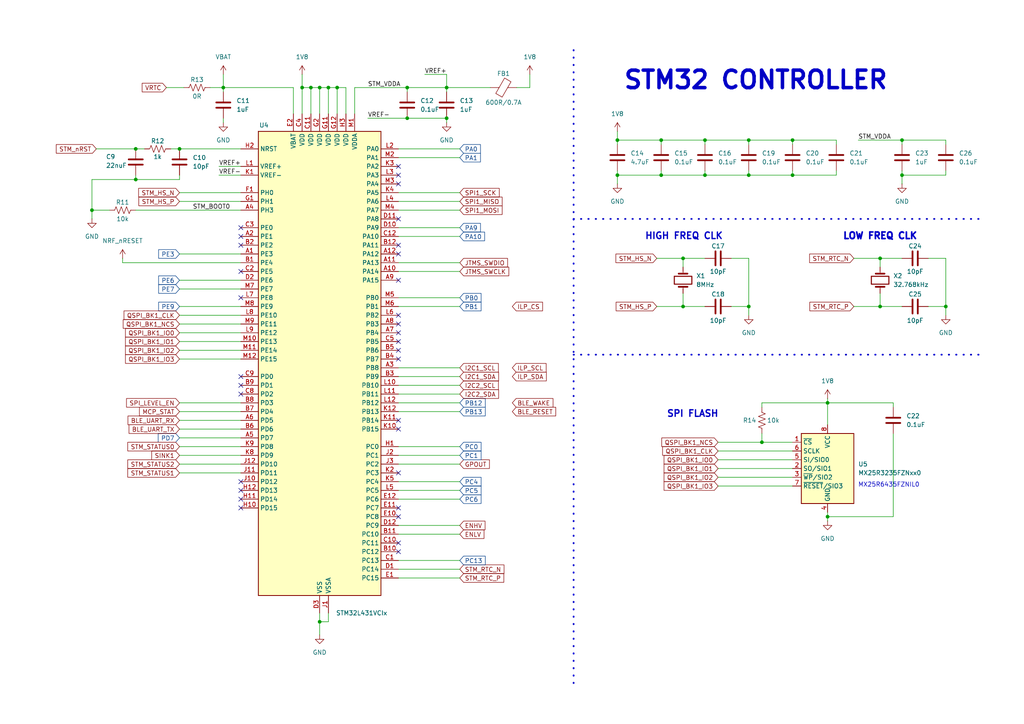
<source format=kicad_sch>
(kicad_sch
	(version 20231120)
	(generator "eeschema")
	(generator_version "8.0")
	(uuid "989f2afc-625e-4bf2-9fe6-c2143a77c49c")
	(paper "A4")
	(lib_symbols
		(symbol "Device:C"
			(pin_numbers hide)
			(pin_names
				(offset 0.254)
			)
			(exclude_from_sim no)
			(in_bom yes)
			(on_board yes)
			(property "Reference" "C"
				(at 0.635 2.54 0)
				(effects
					(font
						(size 1.27 1.27)
					)
					(justify left)
				)
			)
			(property "Value" "C"
				(at 0.635 -2.54 0)
				(effects
					(font
						(size 1.27 1.27)
					)
					(justify left)
				)
			)
			(property "Footprint" ""
				(at 0.9652 -3.81 0)
				(effects
					(font
						(size 1.27 1.27)
					)
					(hide yes)
				)
			)
			(property "Datasheet" "~"
				(at 0 0 0)
				(effects
					(font
						(size 1.27 1.27)
					)
					(hide yes)
				)
			)
			(property "Description" "Unpolarized capacitor"
				(at 0 0 0)
				(effects
					(font
						(size 1.27 1.27)
					)
					(hide yes)
				)
			)
			(property "ki_keywords" "cap capacitor"
				(at 0 0 0)
				(effects
					(font
						(size 1.27 1.27)
					)
					(hide yes)
				)
			)
			(property "ki_fp_filters" "C_*"
				(at 0 0 0)
				(effects
					(font
						(size 1.27 1.27)
					)
					(hide yes)
				)
			)
			(symbol "C_0_1"
				(polyline
					(pts
						(xy -2.032 -0.762) (xy 2.032 -0.762)
					)
					(stroke
						(width 0.508)
						(type default)
					)
					(fill
						(type none)
					)
				)
				(polyline
					(pts
						(xy -2.032 0.762) (xy 2.032 0.762)
					)
					(stroke
						(width 0.508)
						(type default)
					)
					(fill
						(type none)
					)
				)
			)
			(symbol "C_1_1"
				(pin passive line
					(at 0 3.81 270)
					(length 2.794)
					(name "~"
						(effects
							(font
								(size 1.27 1.27)
							)
						)
					)
					(number "1"
						(effects
							(font
								(size 1.27 1.27)
							)
						)
					)
				)
				(pin passive line
					(at 0 -3.81 90)
					(length 2.794)
					(name "~"
						(effects
							(font
								(size 1.27 1.27)
							)
						)
					)
					(number "2"
						(effects
							(font
								(size 1.27 1.27)
							)
						)
					)
				)
			)
		)
		(symbol "Device:Crystal"
			(pin_numbers hide)
			(pin_names
				(offset 1.016) hide)
			(exclude_from_sim no)
			(in_bom yes)
			(on_board yes)
			(property "Reference" "Y"
				(at 0 3.81 0)
				(effects
					(font
						(size 1.27 1.27)
					)
				)
			)
			(property "Value" "Crystal"
				(at 0 -3.81 0)
				(effects
					(font
						(size 1.27 1.27)
					)
				)
			)
			(property "Footprint" ""
				(at 0 0 0)
				(effects
					(font
						(size 1.27 1.27)
					)
					(hide yes)
				)
			)
			(property "Datasheet" "~"
				(at 0 0 0)
				(effects
					(font
						(size 1.27 1.27)
					)
					(hide yes)
				)
			)
			(property "Description" "Two pin crystal"
				(at 0 0 0)
				(effects
					(font
						(size 1.27 1.27)
					)
					(hide yes)
				)
			)
			(property "ki_keywords" "quartz ceramic resonator oscillator"
				(at 0 0 0)
				(effects
					(font
						(size 1.27 1.27)
					)
					(hide yes)
				)
			)
			(property "ki_fp_filters" "Crystal*"
				(at 0 0 0)
				(effects
					(font
						(size 1.27 1.27)
					)
					(hide yes)
				)
			)
			(symbol "Crystal_0_1"
				(rectangle
					(start -1.143 2.54)
					(end 1.143 -2.54)
					(stroke
						(width 0.3048)
						(type default)
					)
					(fill
						(type none)
					)
				)
				(polyline
					(pts
						(xy -2.54 0) (xy -1.905 0)
					)
					(stroke
						(width 0)
						(type default)
					)
					(fill
						(type none)
					)
				)
				(polyline
					(pts
						(xy -1.905 -1.27) (xy -1.905 1.27)
					)
					(stroke
						(width 0.508)
						(type default)
					)
					(fill
						(type none)
					)
				)
				(polyline
					(pts
						(xy 1.905 -1.27) (xy 1.905 1.27)
					)
					(stroke
						(width 0.508)
						(type default)
					)
					(fill
						(type none)
					)
				)
				(polyline
					(pts
						(xy 2.54 0) (xy 1.905 0)
					)
					(stroke
						(width 0)
						(type default)
					)
					(fill
						(type none)
					)
				)
			)
			(symbol "Crystal_1_1"
				(pin passive line
					(at -3.81 0 0)
					(length 1.27)
					(name "1"
						(effects
							(font
								(size 1.27 1.27)
							)
						)
					)
					(number "1"
						(effects
							(font
								(size 1.27 1.27)
							)
						)
					)
				)
				(pin passive line
					(at 3.81 0 180)
					(length 1.27)
					(name "2"
						(effects
							(font
								(size 1.27 1.27)
							)
						)
					)
					(number "2"
						(effects
							(font
								(size 1.27 1.27)
							)
						)
					)
				)
			)
		)
		(symbol "Device:FerriteBead"
			(pin_numbers hide)
			(pin_names
				(offset 0)
			)
			(exclude_from_sim no)
			(in_bom yes)
			(on_board yes)
			(property "Reference" "FB"
				(at -3.81 0.635 90)
				(effects
					(font
						(size 1.27 1.27)
					)
				)
			)
			(property "Value" "FerriteBead"
				(at 3.81 0 90)
				(effects
					(font
						(size 1.27 1.27)
					)
				)
			)
			(property "Footprint" ""
				(at -1.778 0 90)
				(effects
					(font
						(size 1.27 1.27)
					)
					(hide yes)
				)
			)
			(property "Datasheet" "~"
				(at 0 0 0)
				(effects
					(font
						(size 1.27 1.27)
					)
					(hide yes)
				)
			)
			(property "Description" "Ferrite bead"
				(at 0 0 0)
				(effects
					(font
						(size 1.27 1.27)
					)
					(hide yes)
				)
			)
			(property "ki_keywords" "L ferrite bead inductor filter"
				(at 0 0 0)
				(effects
					(font
						(size 1.27 1.27)
					)
					(hide yes)
				)
			)
			(property "ki_fp_filters" "Inductor_* L_* *Ferrite*"
				(at 0 0 0)
				(effects
					(font
						(size 1.27 1.27)
					)
					(hide yes)
				)
			)
			(symbol "FerriteBead_0_1"
				(polyline
					(pts
						(xy 0 -1.27) (xy 0 -1.2192)
					)
					(stroke
						(width 0)
						(type default)
					)
					(fill
						(type none)
					)
				)
				(polyline
					(pts
						(xy 0 1.27) (xy 0 1.2954)
					)
					(stroke
						(width 0)
						(type default)
					)
					(fill
						(type none)
					)
				)
				(polyline
					(pts
						(xy -2.7686 0.4064) (xy -1.7018 2.2606) (xy 2.7686 -0.3048) (xy 1.6764 -2.159) (xy -2.7686 0.4064)
					)
					(stroke
						(width 0)
						(type default)
					)
					(fill
						(type none)
					)
				)
			)
			(symbol "FerriteBead_1_1"
				(pin passive line
					(at 0 3.81 270)
					(length 2.54)
					(name "~"
						(effects
							(font
								(size 1.27 1.27)
							)
						)
					)
					(number "1"
						(effects
							(font
								(size 1.27 1.27)
							)
						)
					)
				)
				(pin passive line
					(at 0 -3.81 90)
					(length 2.54)
					(name "~"
						(effects
							(font
								(size 1.27 1.27)
							)
						)
					)
					(number "2"
						(effects
							(font
								(size 1.27 1.27)
							)
						)
					)
				)
			)
		)
		(symbol "Device:R_US"
			(pin_numbers hide)
			(pin_names
				(offset 0)
			)
			(exclude_from_sim no)
			(in_bom yes)
			(on_board yes)
			(property "Reference" "R"
				(at 2.54 0 90)
				(effects
					(font
						(size 1.27 1.27)
					)
				)
			)
			(property "Value" "R_US"
				(at -2.54 0 90)
				(effects
					(font
						(size 1.27 1.27)
					)
				)
			)
			(property "Footprint" ""
				(at 1.016 -0.254 90)
				(effects
					(font
						(size 1.27 1.27)
					)
					(hide yes)
				)
			)
			(property "Datasheet" "~"
				(at 0 0 0)
				(effects
					(font
						(size 1.27 1.27)
					)
					(hide yes)
				)
			)
			(property "Description" "Resistor, US symbol"
				(at 0 0 0)
				(effects
					(font
						(size 1.27 1.27)
					)
					(hide yes)
				)
			)
			(property "ki_keywords" "R res resistor"
				(at 0 0 0)
				(effects
					(font
						(size 1.27 1.27)
					)
					(hide yes)
				)
			)
			(property "ki_fp_filters" "R_*"
				(at 0 0 0)
				(effects
					(font
						(size 1.27 1.27)
					)
					(hide yes)
				)
			)
			(symbol "R_US_0_1"
				(polyline
					(pts
						(xy 0 -2.286) (xy 0 -2.54)
					)
					(stroke
						(width 0)
						(type default)
					)
					(fill
						(type none)
					)
				)
				(polyline
					(pts
						(xy 0 2.286) (xy 0 2.54)
					)
					(stroke
						(width 0)
						(type default)
					)
					(fill
						(type none)
					)
				)
				(polyline
					(pts
						(xy 0 -0.762) (xy 1.016 -1.143) (xy 0 -1.524) (xy -1.016 -1.905) (xy 0 -2.286)
					)
					(stroke
						(width 0)
						(type default)
					)
					(fill
						(type none)
					)
				)
				(polyline
					(pts
						(xy 0 0.762) (xy 1.016 0.381) (xy 0 0) (xy -1.016 -0.381) (xy 0 -0.762)
					)
					(stroke
						(width 0)
						(type default)
					)
					(fill
						(type none)
					)
				)
				(polyline
					(pts
						(xy 0 2.286) (xy 1.016 1.905) (xy 0 1.524) (xy -1.016 1.143) (xy 0 0.762)
					)
					(stroke
						(width 0)
						(type default)
					)
					(fill
						(type none)
					)
				)
			)
			(symbol "R_US_1_1"
				(pin passive line
					(at 0 3.81 270)
					(length 1.27)
					(name "~"
						(effects
							(font
								(size 1.27 1.27)
							)
						)
					)
					(number "1"
						(effects
							(font
								(size 1.27 1.27)
							)
						)
					)
				)
				(pin passive line
					(at 0 -3.81 90)
					(length 1.27)
					(name "~"
						(effects
							(font
								(size 1.27 1.27)
							)
						)
					)
					(number "2"
						(effects
							(font
								(size 1.27 1.27)
							)
						)
					)
				)
			)
		)
		(symbol "MCU_ST_STM32L4:STM32L431VCIx"
			(exclude_from_sim no)
			(in_bom yes)
			(on_board yes)
			(property "Reference" "U"
				(at -17.78 69.85 0)
				(effects
					(font
						(size 1.27 1.27)
					)
					(justify left)
				)
			)
			(property "Value" "STM32L431VCIx"
				(at 12.7 69.85 0)
				(effects
					(font
						(size 1.27 1.27)
					)
					(justify left)
				)
			)
			(property "Footprint" "Package_BGA:UFBGA-100_7x7mm_Layout12x12_P0.5mm"
				(at -17.78 -66.04 0)
				(effects
					(font
						(size 1.27 1.27)
					)
					(justify right)
					(hide yes)
				)
			)
			(property "Datasheet" "https://www.st.com/resource/en/datasheet/stm32l431vc.pdf"
				(at 0 0 0)
				(effects
					(font
						(size 1.27 1.27)
					)
					(hide yes)
				)
			)
			(property "Description" "STMicroelectronics Arm Cortex-M4 MCU, 256KB flash, 64KB RAM, 80 MHz, 1.71-3.6V, 83 GPIO, UFBGA100"
				(at 0 0 0)
				(effects
					(font
						(size 1.27 1.27)
					)
					(hide yes)
				)
			)
			(property "ki_keywords" "Arm Cortex-M4 STM32L4 STM32L4x1"
				(at 0 0 0)
				(effects
					(font
						(size 1.27 1.27)
					)
					(hide yes)
				)
			)
			(property "ki_fp_filters" "UFBGA*7x7mm*Layout12x12*P0.5mm*"
				(at 0 0 0)
				(effects
					(font
						(size 1.27 1.27)
					)
					(hide yes)
				)
			)
			(symbol "STM32L431VCIx_0_1"
				(rectangle
					(start -17.78 -66.04)
					(end 17.78 68.58)
					(stroke
						(width 0.254)
						(type default)
					)
					(fill
						(type background)
					)
				)
			)
			(symbol "STM32L431VCIx_1_1"
				(pin bidirectional line
					(at -22.86 33.02 0)
					(length 5.08)
					(name "PE3"
						(effects
							(font
								(size 1.27 1.27)
							)
						)
					)
					(number "A1"
						(effects
							(font
								(size 1.27 1.27)
							)
						)
					)
					(alternate "SAI1_SD_B" bidirectional line)
					(alternate "SYS_TRACED0" bidirectional line)
					(alternate "TSC_G7_IO2" bidirectional line)
				)
				(pin bidirectional line
					(at 22.86 27.94 180)
					(length 5.08)
					(name "PA14"
						(effects
							(font
								(size 1.27 1.27)
							)
						)
					)
					(number "A10"
						(effects
							(font
								(size 1.27 1.27)
							)
						)
					)
					(alternate "I2C1_SMBA" bidirectional line)
					(alternate "LPTIM1_OUT" bidirectional line)
					(alternate "SAI1_FS_B" bidirectional line)
					(alternate "SWPMI1_RX" bidirectional line)
					(alternate "SYS_JTCK-SWCLK" bidirectional line)
				)
				(pin bidirectional line
					(at 22.86 30.48 180)
					(length 5.08)
					(name "PA13"
						(effects
							(font
								(size 1.27 1.27)
							)
						)
					)
					(number "A11"
						(effects
							(font
								(size 1.27 1.27)
							)
						)
					)
					(alternate "IR_OUT" bidirectional line)
					(alternate "SAI1_SD_B" bidirectional line)
					(alternate "SWPMI1_TX" bidirectional line)
					(alternate "SYS_JTMS-SWDIO" bidirectional line)
				)
				(pin bidirectional line
					(at 22.86 33.02 180)
					(length 5.08)
					(name "PA12"
						(effects
							(font
								(size 1.27 1.27)
							)
						)
					)
					(number "A12"
						(effects
							(font
								(size 1.27 1.27)
							)
						)
					)
					(alternate "CAN1_TX" bidirectional line)
					(alternate "SPI1_MOSI" bidirectional line)
					(alternate "TIM1_ETR" bidirectional line)
					(alternate "USART1_DE" bidirectional line)
					(alternate "USART1_RTS" bidirectional line)
				)
				(pin bidirectional line
					(at -22.86 38.1 0)
					(length 5.08)
					(name "PE1"
						(effects
							(font
								(size 1.27 1.27)
							)
						)
					)
					(number "A2"
						(effects
							(font
								(size 1.27 1.27)
							)
						)
					)
				)
				(pin bidirectional line
					(at 22.86 0 180)
					(length 5.08)
					(name "PB8"
						(effects
							(font
								(size 1.27 1.27)
							)
						)
					)
					(number "A3"
						(effects
							(font
								(size 1.27 1.27)
							)
						)
					)
					(alternate "CAN1_RX" bidirectional line)
					(alternate "I2C1_SCL" bidirectional line)
					(alternate "SAI1_MCLK_A" bidirectional line)
					(alternate "SDMMC1_D4" bidirectional line)
					(alternate "TIM16_CH1" bidirectional line)
				)
				(pin bidirectional line
					(at -22.86 45.72 0)
					(length 5.08)
					(name "PH3"
						(effects
							(font
								(size 1.27 1.27)
							)
						)
					)
					(number "A4"
						(effects
							(font
								(size 1.27 1.27)
							)
						)
					)
				)
				(pin bidirectional line
					(at -22.86 -20.32 0)
					(length 5.08)
					(name "PD7"
						(effects
							(font
								(size 1.27 1.27)
							)
						)
					)
					(number "A5"
						(effects
							(font
								(size 1.27 1.27)
							)
						)
					)
					(alternate "QUADSPI_BK2_IO3" bidirectional line)
					(alternate "USART2_CK" bidirectional line)
				)
				(pin bidirectional line
					(at -22.86 -15.24 0)
					(length 5.08)
					(name "PD5"
						(effects
							(font
								(size 1.27 1.27)
							)
						)
					)
					(number "A6"
						(effects
							(font
								(size 1.27 1.27)
							)
						)
					)
					(alternate "QUADSPI_BK2_IO1" bidirectional line)
					(alternate "USART2_TX" bidirectional line)
				)
				(pin bidirectional line
					(at 22.86 10.16 180)
					(length 5.08)
					(name "PB4"
						(effects
							(font
								(size 1.27 1.27)
							)
						)
					)
					(number "A7"
						(effects
							(font
								(size 1.27 1.27)
							)
						)
					)
					(alternate "COMP2_INP" bidirectional line)
					(alternate "I2C3_SDA" bidirectional line)
					(alternate "SAI1_MCLK_B" bidirectional line)
					(alternate "SPI1_MISO" bidirectional line)
					(alternate "SPI3_MISO" bidirectional line)
					(alternate "SYS_JTRST" bidirectional line)
					(alternate "TSC_G2_IO1" bidirectional line)
					(alternate "USART1_CTS" bidirectional line)
				)
				(pin bidirectional line
					(at 22.86 12.7 180)
					(length 5.08)
					(name "PB3"
						(effects
							(font
								(size 1.27 1.27)
							)
						)
					)
					(number "A8"
						(effects
							(font
								(size 1.27 1.27)
							)
						)
					)
					(alternate "COMP2_INM" bidirectional line)
					(alternate "SAI1_SCK_B" bidirectional line)
					(alternate "SPI1_SCK" bidirectional line)
					(alternate "SPI3_SCK" bidirectional line)
					(alternate "SYS_JTDO-SWO" bidirectional line)
					(alternate "TIM2_CH2" bidirectional line)
					(alternate "USART1_DE" bidirectional line)
					(alternate "USART1_RTS" bidirectional line)
				)
				(pin bidirectional line
					(at 22.86 25.4 180)
					(length 5.08)
					(name "PA15"
						(effects
							(font
								(size 1.27 1.27)
							)
						)
					)
					(number "A9"
						(effects
							(font
								(size 1.27 1.27)
							)
						)
					)
					(alternate "ADC1_EXTI15" bidirectional line)
					(alternate "SPI1_NSS" bidirectional line)
					(alternate "SPI3_NSS" bidirectional line)
					(alternate "SWPMI1_SUSPEND" bidirectional line)
					(alternate "SYS_JTDI" bidirectional line)
					(alternate "TIM2_CH1" bidirectional line)
					(alternate "TIM2_ETR" bidirectional line)
					(alternate "TSC_G3_IO1" bidirectional line)
					(alternate "USART2_RX" bidirectional line)
					(alternate "USART3_DE" bidirectional line)
					(alternate "USART3_RTS" bidirectional line)
				)
				(pin bidirectional line
					(at -22.86 30.48 0)
					(length 5.08)
					(name "PE4"
						(effects
							(font
								(size 1.27 1.27)
							)
						)
					)
					(number "B1"
						(effects
							(font
								(size 1.27 1.27)
							)
						)
					)
					(alternate "SAI1_FS_A" bidirectional line)
					(alternate "SYS_TRACED1" bidirectional line)
					(alternate "TSC_G7_IO3" bidirectional line)
				)
				(pin bidirectional line
					(at 22.86 -53.34 180)
					(length 5.08)
					(name "PC12"
						(effects
							(font
								(size 1.27 1.27)
							)
						)
					)
					(number "B10"
						(effects
							(font
								(size 1.27 1.27)
							)
						)
					)
					(alternate "SDMMC1_CK" bidirectional line)
					(alternate "SPI3_MOSI" bidirectional line)
					(alternate "TSC_G3_IO4" bidirectional line)
					(alternate "USART3_CK" bidirectional line)
				)
				(pin bidirectional line
					(at 22.86 -48.26 180)
					(length 5.08)
					(name "PC10"
						(effects
							(font
								(size 1.27 1.27)
							)
						)
					)
					(number "B11"
						(effects
							(font
								(size 1.27 1.27)
							)
						)
					)
					(alternate "SDMMC1_D2" bidirectional line)
					(alternate "SPI3_SCK" bidirectional line)
					(alternate "TSC_G3_IO2" bidirectional line)
					(alternate "USART3_TX" bidirectional line)
				)
				(pin bidirectional line
					(at 22.86 35.56 180)
					(length 5.08)
					(name "PA11"
						(effects
							(font
								(size 1.27 1.27)
							)
						)
					)
					(number "B12"
						(effects
							(font
								(size 1.27 1.27)
							)
						)
					)
					(alternate "ADC1_EXTI11" bidirectional line)
					(alternate "CAN1_RX" bidirectional line)
					(alternate "COMP1_OUT" bidirectional line)
					(alternate "SPI1_MISO" bidirectional line)
					(alternate "TIM1_BKIN2" bidirectional line)
					(alternate "TIM1_BKIN2_COMP1" bidirectional line)
					(alternate "TIM1_CH4" bidirectional line)
					(alternate "USART1_CTS" bidirectional line)
				)
				(pin bidirectional line
					(at -22.86 35.56 0)
					(length 5.08)
					(name "PE2"
						(effects
							(font
								(size 1.27 1.27)
							)
						)
					)
					(number "B2"
						(effects
							(font
								(size 1.27 1.27)
							)
						)
					)
					(alternate "SAI1_MCLK_A" bidirectional line)
					(alternate "SYS_TRACECLK" bidirectional line)
					(alternate "TSC_G7_IO1" bidirectional line)
				)
				(pin bidirectional line
					(at 22.86 -2.54 180)
					(length 5.08)
					(name "PB9"
						(effects
							(font
								(size 1.27 1.27)
							)
						)
					)
					(number "B3"
						(effects
							(font
								(size 1.27 1.27)
							)
						)
					)
					(alternate "CAN1_TX" bidirectional line)
					(alternate "DAC1_EXTI9" bidirectional line)
					(alternate "I2C1_SDA" bidirectional line)
					(alternate "IR_OUT" bidirectional line)
					(alternate "SAI1_FS_A" bidirectional line)
					(alternate "SDMMC1_D5" bidirectional line)
					(alternate "SPI2_NSS" bidirectional line)
				)
				(pin bidirectional line
					(at 22.86 2.54 180)
					(length 5.08)
					(name "PB7"
						(effects
							(font
								(size 1.27 1.27)
							)
						)
					)
					(number "B4"
						(effects
							(font
								(size 1.27 1.27)
							)
						)
					)
					(alternate "COMP2_INM" bidirectional line)
					(alternate "I2C1_SDA" bidirectional line)
					(alternate "LPTIM1_IN2" bidirectional line)
					(alternate "SYS_PVD_IN" bidirectional line)
					(alternate "TSC_G2_IO4" bidirectional line)
					(alternate "USART1_RX" bidirectional line)
				)
				(pin bidirectional line
					(at 22.86 5.08 180)
					(length 5.08)
					(name "PB6"
						(effects
							(font
								(size 1.27 1.27)
							)
						)
					)
					(number "B5"
						(effects
							(font
								(size 1.27 1.27)
							)
						)
					)
					(alternate "COMP2_INP" bidirectional line)
					(alternate "I2C1_SCL" bidirectional line)
					(alternate "LPTIM1_ETR" bidirectional line)
					(alternate "SAI1_FS_B" bidirectional line)
					(alternate "TIM16_CH1N" bidirectional line)
					(alternate "TSC_G2_IO3" bidirectional line)
					(alternate "USART1_TX" bidirectional line)
				)
				(pin bidirectional line
					(at -22.86 -17.78 0)
					(length 5.08)
					(name "PD6"
						(effects
							(font
								(size 1.27 1.27)
							)
						)
					)
					(number "B6"
						(effects
							(font
								(size 1.27 1.27)
							)
						)
					)
					(alternate "QUADSPI_BK2_IO2" bidirectional line)
					(alternate "SAI1_SD_A" bidirectional line)
					(alternate "USART2_RX" bidirectional line)
				)
				(pin bidirectional line
					(at -22.86 -12.7 0)
					(length 5.08)
					(name "PD4"
						(effects
							(font
								(size 1.27 1.27)
							)
						)
					)
					(number "B7"
						(effects
							(font
								(size 1.27 1.27)
							)
						)
					)
					(alternate "QUADSPI_BK2_IO0" bidirectional line)
					(alternate "SPI2_MOSI" bidirectional line)
					(alternate "USART2_DE" bidirectional line)
					(alternate "USART2_RTS" bidirectional line)
				)
				(pin bidirectional line
					(at -22.86 -10.16 0)
					(length 5.08)
					(name "PD3"
						(effects
							(font
								(size 1.27 1.27)
							)
						)
					)
					(number "B8"
						(effects
							(font
								(size 1.27 1.27)
							)
						)
					)
					(alternate "QUADSPI_BK2_NCS" bidirectional line)
					(alternate "SPI2_MISO" bidirectional line)
					(alternate "USART2_CTS" bidirectional line)
				)
				(pin bidirectional line
					(at -22.86 -5.08 0)
					(length 5.08)
					(name "PD1"
						(effects
							(font
								(size 1.27 1.27)
							)
						)
					)
					(number "B9"
						(effects
							(font
								(size 1.27 1.27)
							)
						)
					)
					(alternate "CAN1_TX" bidirectional line)
					(alternate "SPI2_SCK" bidirectional line)
				)
				(pin bidirectional line
					(at 22.86 -55.88 180)
					(length 5.08)
					(name "PC13"
						(effects
							(font
								(size 1.27 1.27)
							)
						)
					)
					(number "C1"
						(effects
							(font
								(size 1.27 1.27)
							)
						)
					)
					(alternate "RTC_OUT_ALARM" bidirectional line)
					(alternate "RTC_OUT_CALIB" bidirectional line)
					(alternate "RTC_TAMP1" bidirectional line)
					(alternate "RTC_TS" bidirectional line)
					(alternate "SYS_WKUP2" bidirectional line)
				)
				(pin bidirectional line
					(at 22.86 -50.8 180)
					(length 5.08)
					(name "PC11"
						(effects
							(font
								(size 1.27 1.27)
							)
						)
					)
					(number "C10"
						(effects
							(font
								(size 1.27 1.27)
							)
						)
					)
					(alternate "ADC1_EXTI11" bidirectional line)
					(alternate "SDMMC1_D3" bidirectional line)
					(alternate "SPI3_MISO" bidirectional line)
					(alternate "TSC_G3_IO3" bidirectional line)
					(alternate "USART3_RX" bidirectional line)
				)
				(pin power_in line
					(at -2.54 73.66 270)
					(length 5.08)
					(name "VDD"
						(effects
							(font
								(size 1.27 1.27)
							)
						)
					)
					(number "C11"
						(effects
							(font
								(size 1.27 1.27)
							)
						)
					)
				)
				(pin bidirectional line
					(at 22.86 38.1 180)
					(length 5.08)
					(name "PA10"
						(effects
							(font
								(size 1.27 1.27)
							)
						)
					)
					(number "C12"
						(effects
							(font
								(size 1.27 1.27)
							)
						)
					)
					(alternate "I2C1_SDA" bidirectional line)
					(alternate "SAI1_SD_A" bidirectional line)
					(alternate "TIM1_CH3" bidirectional line)
					(alternate "USART1_RX" bidirectional line)
				)
				(pin bidirectional line
					(at -22.86 27.94 0)
					(length 5.08)
					(name "PE5"
						(effects
							(font
								(size 1.27 1.27)
							)
						)
					)
					(number "C2"
						(effects
							(font
								(size 1.27 1.27)
							)
						)
					)
					(alternate "SAI1_SCK_A" bidirectional line)
					(alternate "SYS_TRACED2" bidirectional line)
					(alternate "TSC_G7_IO4" bidirectional line)
				)
				(pin bidirectional line
					(at -22.86 40.64 0)
					(length 5.08)
					(name "PE0"
						(effects
							(font
								(size 1.27 1.27)
							)
						)
					)
					(number "C3"
						(effects
							(font
								(size 1.27 1.27)
							)
						)
					)
					(alternate "TIM16_CH1" bidirectional line)
				)
				(pin power_in line
					(at -5.08 73.66 270)
					(length 5.08)
					(name "VDD"
						(effects
							(font
								(size 1.27 1.27)
							)
						)
					)
					(number "C4"
						(effects
							(font
								(size 1.27 1.27)
							)
						)
					)
				)
				(pin bidirectional line
					(at 22.86 7.62 180)
					(length 5.08)
					(name "PB5"
						(effects
							(font
								(size 1.27 1.27)
							)
						)
					)
					(number "C5"
						(effects
							(font
								(size 1.27 1.27)
							)
						)
					)
					(alternate "COMP2_OUT" bidirectional line)
					(alternate "I2C1_SMBA" bidirectional line)
					(alternate "LPTIM1_IN1" bidirectional line)
					(alternate "SAI1_SD_B" bidirectional line)
					(alternate "SPI1_MOSI" bidirectional line)
					(alternate "SPI3_MOSI" bidirectional line)
					(alternate "TIM16_BKIN" bidirectional line)
					(alternate "TSC_G2_IO2" bidirectional line)
					(alternate "USART1_CK" bidirectional line)
				)
				(pin bidirectional line
					(at -22.86 -7.62 0)
					(length 5.08)
					(name "PD2"
						(effects
							(font
								(size 1.27 1.27)
							)
						)
					)
					(number "C8"
						(effects
							(font
								(size 1.27 1.27)
							)
						)
					)
					(alternate "SDMMC1_CMD" bidirectional line)
					(alternate "TSC_SYNC" bidirectional line)
					(alternate "USART3_DE" bidirectional line)
					(alternate "USART3_RTS" bidirectional line)
				)
				(pin bidirectional line
					(at -22.86 -2.54 0)
					(length 5.08)
					(name "PD0"
						(effects
							(font
								(size 1.27 1.27)
							)
						)
					)
					(number "C9"
						(effects
							(font
								(size 1.27 1.27)
							)
						)
					)
					(alternate "CAN1_RX" bidirectional line)
					(alternate "SPI2_NSS" bidirectional line)
				)
				(pin bidirectional line
					(at 22.86 -58.42 180)
					(length 5.08)
					(name "PC14"
						(effects
							(font
								(size 1.27 1.27)
							)
						)
					)
					(number "D1"
						(effects
							(font
								(size 1.27 1.27)
							)
						)
					)
					(alternate "RCC_OSC32_IN" bidirectional line)
				)
				(pin bidirectional line
					(at 22.86 40.64 180)
					(length 5.08)
					(name "PA9"
						(effects
							(font
								(size 1.27 1.27)
							)
						)
					)
					(number "D10"
						(effects
							(font
								(size 1.27 1.27)
							)
						)
					)
					(alternate "DAC1_EXTI9" bidirectional line)
					(alternate "I2C1_SCL" bidirectional line)
					(alternate "SAI1_FS_A" bidirectional line)
					(alternate "TIM15_BKIN" bidirectional line)
					(alternate "TIM1_CH2" bidirectional line)
					(alternate "USART1_TX" bidirectional line)
				)
				(pin bidirectional line
					(at 22.86 43.18 180)
					(length 5.08)
					(name "PA8"
						(effects
							(font
								(size 1.27 1.27)
							)
						)
					)
					(number "D11"
						(effects
							(font
								(size 1.27 1.27)
							)
						)
					)
					(alternate "LPTIM2_OUT" bidirectional line)
					(alternate "RCC_MCO" bidirectional line)
					(alternate "SAI1_SCK_A" bidirectional line)
					(alternate "SWPMI1_IO" bidirectional line)
					(alternate "TIM1_CH1" bidirectional line)
					(alternate "USART1_CK" bidirectional line)
				)
				(pin bidirectional line
					(at 22.86 -45.72 180)
					(length 5.08)
					(name "PC9"
						(effects
							(font
								(size 1.27 1.27)
							)
						)
					)
					(number "D12"
						(effects
							(font
								(size 1.27 1.27)
							)
						)
					)
					(alternate "DAC1_EXTI9" bidirectional line)
					(alternate "SDMMC1_D1" bidirectional line)
					(alternate "TSC_G4_IO4" bidirectional line)
				)
				(pin bidirectional line
					(at -22.86 25.4 0)
					(length 5.08)
					(name "PE6"
						(effects
							(font
								(size 1.27 1.27)
							)
						)
					)
					(number "D2"
						(effects
							(font
								(size 1.27 1.27)
							)
						)
					)
					(alternate "RTC_TAMP3" bidirectional line)
					(alternate "SAI1_SD_A" bidirectional line)
					(alternate "SYS_TRACED3" bidirectional line)
					(alternate "SYS_WKUP3" bidirectional line)
				)
				(pin power_in line
					(at 0 -71.12 90)
					(length 5.08)
					(name "VSS"
						(effects
							(font
								(size 1.27 1.27)
							)
						)
					)
					(number "D3"
						(effects
							(font
								(size 1.27 1.27)
							)
						)
					)
				)
				(pin bidirectional line
					(at 22.86 -60.96 180)
					(length 5.08)
					(name "PC15"
						(effects
							(font
								(size 1.27 1.27)
							)
						)
					)
					(number "E1"
						(effects
							(font
								(size 1.27 1.27)
							)
						)
					)
					(alternate "ADC1_EXTI15" bidirectional line)
					(alternate "RCC_OSC32_OUT" bidirectional line)
				)
				(pin bidirectional line
					(at 22.86 -43.18 180)
					(length 5.08)
					(name "PC8"
						(effects
							(font
								(size 1.27 1.27)
							)
						)
					)
					(number "E10"
						(effects
							(font
								(size 1.27 1.27)
							)
						)
					)
					(alternate "SDMMC1_D0" bidirectional line)
					(alternate "TSC_G4_IO3" bidirectional line)
				)
				(pin bidirectional line
					(at 22.86 -40.64 180)
					(length 5.08)
					(name "PC7"
						(effects
							(font
								(size 1.27 1.27)
							)
						)
					)
					(number "E11"
						(effects
							(font
								(size 1.27 1.27)
							)
						)
					)
					(alternate "SDMMC1_D7" bidirectional line)
					(alternate "TSC_G4_IO2" bidirectional line)
				)
				(pin bidirectional line
					(at 22.86 -38.1 180)
					(length 5.08)
					(name "PC6"
						(effects
							(font
								(size 1.27 1.27)
							)
						)
					)
					(number "E12"
						(effects
							(font
								(size 1.27 1.27)
							)
						)
					)
					(alternate "SDMMC1_D6" bidirectional line)
					(alternate "TSC_G4_IO1" bidirectional line)
				)
				(pin power_in line
					(at -7.62 73.66 270)
					(length 5.08)
					(name "VBAT"
						(effects
							(font
								(size 1.27 1.27)
							)
						)
					)
					(number "E2"
						(effects
							(font
								(size 1.27 1.27)
							)
						)
					)
				)
				(pin passive line
					(at 0 -71.12 90)
					(length 5.08) hide
					(name "VSS"
						(effects
							(font
								(size 1.27 1.27)
							)
						)
					)
					(number "E3"
						(effects
							(font
								(size 1.27 1.27)
							)
						)
					)
				)
				(pin bidirectional line
					(at -22.86 50.8 0)
					(length 5.08)
					(name "PH0"
						(effects
							(font
								(size 1.27 1.27)
							)
						)
					)
					(number "F1"
						(effects
							(font
								(size 1.27 1.27)
							)
						)
					)
					(alternate "RCC_OSC_IN" bidirectional line)
				)
				(pin passive line
					(at 0 -71.12 90)
					(length 5.08) hide
					(name "VSS"
						(effects
							(font
								(size 1.27 1.27)
							)
						)
					)
					(number "F11"
						(effects
							(font
								(size 1.27 1.27)
							)
						)
					)
				)
				(pin passive line
					(at 0 -71.12 90)
					(length 5.08) hide
					(name "VSS"
						(effects
							(font
								(size 1.27 1.27)
							)
						)
					)
					(number "F12"
						(effects
							(font
								(size 1.27 1.27)
							)
						)
					)
				)
				(pin passive line
					(at 0 -71.12 90)
					(length 5.08) hide
					(name "VSS"
						(effects
							(font
								(size 1.27 1.27)
							)
						)
					)
					(number "F2"
						(effects
							(font
								(size 1.27 1.27)
							)
						)
					)
				)
				(pin bidirectional line
					(at -22.86 48.26 0)
					(length 5.08)
					(name "PH1"
						(effects
							(font
								(size 1.27 1.27)
							)
						)
					)
					(number "G1"
						(effects
							(font
								(size 1.27 1.27)
							)
						)
					)
					(alternate "RCC_OSC_OUT" bidirectional line)
				)
				(pin power_in line
					(at 2.54 73.66 270)
					(length 5.08)
					(name "VDD"
						(effects
							(font
								(size 1.27 1.27)
							)
						)
					)
					(number "G11"
						(effects
							(font
								(size 1.27 1.27)
							)
						)
					)
				)
				(pin power_in line
					(at 5.08 73.66 270)
					(length 5.08)
					(name "VDD"
						(effects
							(font
								(size 1.27 1.27)
							)
						)
					)
					(number "G12"
						(effects
							(font
								(size 1.27 1.27)
							)
						)
					)
				)
				(pin power_in line
					(at 0 73.66 270)
					(length 5.08)
					(name "VDD"
						(effects
							(font
								(size 1.27 1.27)
							)
						)
					)
					(number "G2"
						(effects
							(font
								(size 1.27 1.27)
							)
						)
					)
				)
				(pin bidirectional line
					(at 22.86 -22.86 180)
					(length 5.08)
					(name "PC0"
						(effects
							(font
								(size 1.27 1.27)
							)
						)
					)
					(number "H1"
						(effects
							(font
								(size 1.27 1.27)
							)
						)
					)
					(alternate "ADC1_IN1" bidirectional line)
					(alternate "I2C3_SCL" bidirectional line)
					(alternate "LPTIM1_IN1" bidirectional line)
					(alternate "LPTIM2_IN1" bidirectional line)
					(alternate "LPUART1_RX" bidirectional line)
				)
				(pin bidirectional line
					(at -22.86 -40.64 0)
					(length 5.08)
					(name "PD15"
						(effects
							(font
								(size 1.27 1.27)
							)
						)
					)
					(number "H10"
						(effects
							(font
								(size 1.27 1.27)
							)
						)
					)
					(alternate "ADC1_EXTI15" bidirectional line)
				)
				(pin bidirectional line
					(at -22.86 -38.1 0)
					(length 5.08)
					(name "PD14"
						(effects
							(font
								(size 1.27 1.27)
							)
						)
					)
					(number "H11"
						(effects
							(font
								(size 1.27 1.27)
							)
						)
					)
				)
				(pin bidirectional line
					(at -22.86 -35.56 0)
					(length 5.08)
					(name "PD13"
						(effects
							(font
								(size 1.27 1.27)
							)
						)
					)
					(number "H12"
						(effects
							(font
								(size 1.27 1.27)
							)
						)
					)
					(alternate "LPTIM2_OUT" bidirectional line)
					(alternate "TSC_G6_IO4" bidirectional line)
				)
				(pin input line
					(at -22.86 63.5 0)
					(length 5.08)
					(name "NRST"
						(effects
							(font
								(size 1.27 1.27)
							)
						)
					)
					(number "H2"
						(effects
							(font
								(size 1.27 1.27)
							)
						)
					)
				)
				(pin power_in line
					(at 7.62 73.66 270)
					(length 5.08)
					(name "VDD"
						(effects
							(font
								(size 1.27 1.27)
							)
						)
					)
					(number "H3"
						(effects
							(font
								(size 1.27 1.27)
							)
						)
					)
				)
				(pin power_in line
					(at 2.54 -71.12 90)
					(length 5.08)
					(name "VSSA"
						(effects
							(font
								(size 1.27 1.27)
							)
						)
					)
					(number "J1"
						(effects
							(font
								(size 1.27 1.27)
							)
						)
					)
				)
				(pin bidirectional line
					(at -22.86 -33.02 0)
					(length 5.08)
					(name "PD12"
						(effects
							(font
								(size 1.27 1.27)
							)
						)
					)
					(number "J10"
						(effects
							(font
								(size 1.27 1.27)
							)
						)
					)
					(alternate "LPTIM2_IN1" bidirectional line)
					(alternate "TSC_G6_IO3" bidirectional line)
					(alternate "USART3_DE" bidirectional line)
					(alternate "USART3_RTS" bidirectional line)
				)
				(pin bidirectional line
					(at -22.86 -30.48 0)
					(length 5.08)
					(name "PD11"
						(effects
							(font
								(size 1.27 1.27)
							)
						)
					)
					(number "J11"
						(effects
							(font
								(size 1.27 1.27)
							)
						)
					)
					(alternate "ADC1_EXTI11" bidirectional line)
					(alternate "LPTIM2_ETR" bidirectional line)
					(alternate "TSC_G6_IO2" bidirectional line)
					(alternate "USART3_CTS" bidirectional line)
				)
				(pin bidirectional line
					(at -22.86 -27.94 0)
					(length 5.08)
					(name "PD10"
						(effects
							(font
								(size 1.27 1.27)
							)
						)
					)
					(number "J12"
						(effects
							(font
								(size 1.27 1.27)
							)
						)
					)
					(alternate "TSC_G6_IO1" bidirectional line)
					(alternate "USART3_CK" bidirectional line)
				)
				(pin bidirectional line
					(at 22.86 -25.4 180)
					(length 5.08)
					(name "PC1"
						(effects
							(font
								(size 1.27 1.27)
							)
						)
					)
					(number "J2"
						(effects
							(font
								(size 1.27 1.27)
							)
						)
					)
					(alternate "ADC1_IN2" bidirectional line)
					(alternate "I2C3_SDA" bidirectional line)
					(alternate "LPTIM1_OUT" bidirectional line)
					(alternate "LPUART1_TX" bidirectional line)
				)
				(pin bidirectional line
					(at 22.86 -27.94 180)
					(length 5.08)
					(name "PC2"
						(effects
							(font
								(size 1.27 1.27)
							)
						)
					)
					(number "J3"
						(effects
							(font
								(size 1.27 1.27)
							)
						)
					)
					(alternate "ADC1_IN3" bidirectional line)
					(alternate "LPTIM1_IN2" bidirectional line)
					(alternate "SPI2_MISO" bidirectional line)
				)
				(pin input line
					(at -22.86 55.88 0)
					(length 5.08)
					(name "VREF-"
						(effects
							(font
								(size 1.27 1.27)
							)
						)
					)
					(number "K1"
						(effects
							(font
								(size 1.27 1.27)
							)
						)
					)
				)
				(pin bidirectional line
					(at 22.86 -17.78 180)
					(length 5.08)
					(name "PB15"
						(effects
							(font
								(size 1.27 1.27)
							)
						)
					)
					(number "K10"
						(effects
							(font
								(size 1.27 1.27)
							)
						)
					)
					(alternate "ADC1_EXTI15" bidirectional line)
					(alternate "RTC_REFIN" bidirectional line)
					(alternate "SAI1_SD_A" bidirectional line)
					(alternate "SPI2_MOSI" bidirectional line)
					(alternate "SWPMI1_SUSPEND" bidirectional line)
					(alternate "TIM15_CH2" bidirectional line)
					(alternate "TIM1_CH3N" bidirectional line)
					(alternate "TSC_G1_IO4" bidirectional line)
				)
				(pin bidirectional line
					(at 22.86 -15.24 180)
					(length 5.08)
					(name "PB14"
						(effects
							(font
								(size 1.27 1.27)
							)
						)
					)
					(number "K11"
						(effects
							(font
								(size 1.27 1.27)
							)
						)
					)
					(alternate "I2C2_SDA" bidirectional line)
					(alternate "SAI1_MCLK_A" bidirectional line)
					(alternate "SPI2_MISO" bidirectional line)
					(alternate "SWPMI1_RX" bidirectional line)
					(alternate "TIM15_CH1" bidirectional line)
					(alternate "TIM1_CH2N" bidirectional line)
					(alternate "TSC_G1_IO3" bidirectional line)
					(alternate "USART3_DE" bidirectional line)
					(alternate "USART3_RTS" bidirectional line)
				)
				(pin bidirectional line
					(at 22.86 -12.7 180)
					(length 5.08)
					(name "PB13"
						(effects
							(font
								(size 1.27 1.27)
							)
						)
					)
					(number "K12"
						(effects
							(font
								(size 1.27 1.27)
							)
						)
					)
					(alternate "I2C2_SCL" bidirectional line)
					(alternate "LPUART1_CTS" bidirectional line)
					(alternate "SAI1_SCK_A" bidirectional line)
					(alternate "SPI2_SCK" bidirectional line)
					(alternate "SWPMI1_TX" bidirectional line)
					(alternate "TIM15_CH1N" bidirectional line)
					(alternate "TIM1_CH1N" bidirectional line)
					(alternate "TSC_G1_IO2" bidirectional line)
					(alternate "USART3_CTS" bidirectional line)
				)
				(pin bidirectional line
					(at 22.86 -30.48 180)
					(length 5.08)
					(name "PC3"
						(effects
							(font
								(size 1.27 1.27)
							)
						)
					)
					(number "K2"
						(effects
							(font
								(size 1.27 1.27)
							)
						)
					)
					(alternate "ADC1_IN4" bidirectional line)
					(alternate "LPTIM1_ETR" bidirectional line)
					(alternate "LPTIM2_ETR" bidirectional line)
					(alternate "SAI1_SD_A" bidirectional line)
					(alternate "SPI2_MOSI" bidirectional line)
				)
				(pin bidirectional line
					(at 22.86 58.42 180)
					(length 5.08)
					(name "PA2"
						(effects
							(font
								(size 1.27 1.27)
							)
						)
					)
					(number "K3"
						(effects
							(font
								(size 1.27 1.27)
							)
						)
					)
					(alternate "ADC1_IN7" bidirectional line)
					(alternate "COMP2_INM" bidirectional line)
					(alternate "COMP2_OUT" bidirectional line)
					(alternate "LPUART1_TX" bidirectional line)
					(alternate "QUADSPI_BK1_NCS" bidirectional line)
					(alternate "RCC_LSCO" bidirectional line)
					(alternate "SYS_WKUP4" bidirectional line)
					(alternate "TIM15_CH1" bidirectional line)
					(alternate "TIM2_CH3" bidirectional line)
					(alternate "USART2_TX" bidirectional line)
				)
				(pin bidirectional line
					(at 22.86 50.8 180)
					(length 5.08)
					(name "PA5"
						(effects
							(font
								(size 1.27 1.27)
							)
						)
					)
					(number "K4"
						(effects
							(font
								(size 1.27 1.27)
							)
						)
					)
					(alternate "ADC1_IN10" bidirectional line)
					(alternate "COMP1_INM" bidirectional line)
					(alternate "COMP2_INM" bidirectional line)
					(alternate "DAC1_OUT2" bidirectional line)
					(alternate "LPTIM2_ETR" bidirectional line)
					(alternate "SPI1_SCK" bidirectional line)
					(alternate "TIM2_CH1" bidirectional line)
					(alternate "TIM2_ETR" bidirectional line)
				)
				(pin bidirectional line
					(at 22.86 -33.02 180)
					(length 5.08)
					(name "PC4"
						(effects
							(font
								(size 1.27 1.27)
							)
						)
					)
					(number "K5"
						(effects
							(font
								(size 1.27 1.27)
							)
						)
					)
					(alternate "ADC1_IN13" bidirectional line)
					(alternate "COMP1_INM" bidirectional line)
					(alternate "USART3_TX" bidirectional line)
				)
				(pin bidirectional line
					(at -22.86 -25.4 0)
					(length 5.08)
					(name "PD9"
						(effects
							(font
								(size 1.27 1.27)
							)
						)
					)
					(number "K8"
						(effects
							(font
								(size 1.27 1.27)
							)
						)
					)
					(alternate "DAC1_EXTI9" bidirectional line)
					(alternate "USART3_RX" bidirectional line)
				)
				(pin bidirectional line
					(at -22.86 -22.86 0)
					(length 5.08)
					(name "PD8"
						(effects
							(font
								(size 1.27 1.27)
							)
						)
					)
					(number "K9"
						(effects
							(font
								(size 1.27 1.27)
							)
						)
					)
					(alternate "USART3_TX" bidirectional line)
				)
				(pin input line
					(at -22.86 58.42 0)
					(length 5.08)
					(name "VREF+"
						(effects
							(font
								(size 1.27 1.27)
							)
						)
					)
					(number "L1"
						(effects
							(font
								(size 1.27 1.27)
							)
						)
					)
					(alternate "VREFBUF_OUT" bidirectional line)
				)
				(pin bidirectional line
					(at 22.86 -5.08 180)
					(length 5.08)
					(name "PB10"
						(effects
							(font
								(size 1.27 1.27)
							)
						)
					)
					(number "L10"
						(effects
							(font
								(size 1.27 1.27)
							)
						)
					)
					(alternate "COMP1_OUT" bidirectional line)
					(alternate "I2C2_SCL" bidirectional line)
					(alternate "LPUART1_RX" bidirectional line)
					(alternate "QUADSPI_CLK" bidirectional line)
					(alternate "SAI1_SCK_A" bidirectional line)
					(alternate "SPI2_SCK" bidirectional line)
					(alternate "TIM2_CH3" bidirectional line)
					(alternate "TSC_SYNC" bidirectional line)
					(alternate "USART3_TX" bidirectional line)
				)
				(pin bidirectional line
					(at 22.86 -7.62 180)
					(length 5.08)
					(name "PB11"
						(effects
							(font
								(size 1.27 1.27)
							)
						)
					)
					(number "L11"
						(effects
							(font
								(size 1.27 1.27)
							)
						)
					)
					(alternate "ADC1_EXTI11" bidirectional line)
					(alternate "COMP2_OUT" bidirectional line)
					(alternate "I2C2_SDA" bidirectional line)
					(alternate "LPUART1_TX" bidirectional line)
					(alternate "QUADSPI_BK1_NCS" bidirectional line)
					(alternate "TIM2_CH4" bidirectional line)
					(alternate "USART3_RX" bidirectional line)
				)
				(pin bidirectional line
					(at 22.86 -10.16 180)
					(length 5.08)
					(name "PB12"
						(effects
							(font
								(size 1.27 1.27)
							)
						)
					)
					(number "L12"
						(effects
							(font
								(size 1.27 1.27)
							)
						)
					)
					(alternate "I2C2_SMBA" bidirectional line)
					(alternate "LPUART1_DE" bidirectional line)
					(alternate "LPUART1_RTS" bidirectional line)
					(alternate "SAI1_FS_A" bidirectional line)
					(alternate "SPI2_NSS" bidirectional line)
					(alternate "SWPMI1_IO" bidirectional line)
					(alternate "TIM15_BKIN" bidirectional line)
					(alternate "TIM1_BKIN" bidirectional line)
					(alternate "TIM1_BKIN_COMP2" bidirectional line)
					(alternate "TSC_G1_IO1" bidirectional line)
					(alternate "USART3_CK" bidirectional line)
				)
				(pin bidirectional line
					(at 22.86 63.5 180)
					(length 5.08)
					(name "PA0"
						(effects
							(font
								(size 1.27 1.27)
							)
						)
					)
					(number "L2"
						(effects
							(font
								(size 1.27 1.27)
							)
						)
					)
					(alternate "ADC1_IN5" bidirectional line)
					(alternate "COMP1_INM" bidirectional line)
					(alternate "COMP1_OUT" bidirectional line)
					(alternate "OPAMP1_VINP" bidirectional line)
					(alternate "RTC_TAMP2" bidirectional line)
					(alternate "SAI1_EXTCLK" bidirectional line)
					(alternate "SYS_WKUP1" bidirectional line)
					(alternate "TIM2_CH1" bidirectional line)
					(alternate "TIM2_ETR" bidirectional line)
					(alternate "USART2_CTS" bidirectional line)
				)
				(pin bidirectional line
					(at 22.86 55.88 180)
					(length 5.08)
					(name "PA3"
						(effects
							(font
								(size 1.27 1.27)
							)
						)
					)
					(number "L3"
						(effects
							(font
								(size 1.27 1.27)
							)
						)
					)
					(alternate "ADC1_IN8" bidirectional line)
					(alternate "COMP2_INP" bidirectional line)
					(alternate "LPUART1_RX" bidirectional line)
					(alternate "OPAMP1_VOUT" bidirectional line)
					(alternate "QUADSPI_CLK" bidirectional line)
					(alternate "SAI1_MCLK_A" bidirectional line)
					(alternate "TIM15_CH2" bidirectional line)
					(alternate "TIM2_CH4" bidirectional line)
					(alternate "USART2_RX" bidirectional line)
				)
				(pin bidirectional line
					(at 22.86 48.26 180)
					(length 5.08)
					(name "PA6"
						(effects
							(font
								(size 1.27 1.27)
							)
						)
					)
					(number "L4"
						(effects
							(font
								(size 1.27 1.27)
							)
						)
					)
					(alternate "ADC1_IN11" bidirectional line)
					(alternate "COMP1_OUT" bidirectional line)
					(alternate "LPUART1_CTS" bidirectional line)
					(alternate "QUADSPI_BK1_IO3" bidirectional line)
					(alternate "SPI1_MISO" bidirectional line)
					(alternate "TIM16_CH1" bidirectional line)
					(alternate "TIM1_BKIN" bidirectional line)
					(alternate "TIM1_BKIN_COMP2" bidirectional line)
					(alternate "USART3_CTS" bidirectional line)
				)
				(pin bidirectional line
					(at 22.86 -35.56 180)
					(length 5.08)
					(name "PC5"
						(effects
							(font
								(size 1.27 1.27)
							)
						)
					)
					(number "L5"
						(effects
							(font
								(size 1.27 1.27)
							)
						)
					)
					(alternate "ADC1_IN14" bidirectional line)
					(alternate "COMP1_INP" bidirectional line)
					(alternate "SYS_WKUP5" bidirectional line)
					(alternate "USART3_RX" bidirectional line)
				)
				(pin bidirectional line
					(at 22.86 15.24 180)
					(length 5.08)
					(name "PB2"
						(effects
							(font
								(size 1.27 1.27)
							)
						)
					)
					(number "L6"
						(effects
							(font
								(size 1.27 1.27)
							)
						)
					)
					(alternate "COMP1_INP" bidirectional line)
					(alternate "I2C3_SMBA" bidirectional line)
					(alternate "LPTIM1_OUT" bidirectional line)
					(alternate "RTC_OUT_ALARM" bidirectional line)
					(alternate "RTC_OUT_CALIB" bidirectional line)
				)
				(pin bidirectional line
					(at -22.86 20.32 0)
					(length 5.08)
					(name "PE8"
						(effects
							(font
								(size 1.27 1.27)
							)
						)
					)
					(number "L7"
						(effects
							(font
								(size 1.27 1.27)
							)
						)
					)
					(alternate "SAI1_SCK_B" bidirectional line)
					(alternate "TIM1_CH1N" bidirectional line)
				)
				(pin bidirectional line
					(at -22.86 15.24 0)
					(length 5.08)
					(name "PE10"
						(effects
							(font
								(size 1.27 1.27)
							)
						)
					)
					(number "L8"
						(effects
							(font
								(size 1.27 1.27)
							)
						)
					)
					(alternate "QUADSPI_CLK" bidirectional line)
					(alternate "SAI1_MCLK_B" bidirectional line)
					(alternate "TIM1_CH2N" bidirectional line)
					(alternate "TSC_G5_IO1" bidirectional line)
				)
				(pin bidirectional line
					(at -22.86 10.16 0)
					(length 5.08)
					(name "PE12"
						(effects
							(font
								(size 1.27 1.27)
							)
						)
					)
					(number "L9"
						(effects
							(font
								(size 1.27 1.27)
							)
						)
					)
					(alternate "QUADSPI_BK1_IO0" bidirectional line)
					(alternate "SPI1_NSS" bidirectional line)
					(alternate "TIM1_CH3N" bidirectional line)
					(alternate "TSC_G5_IO3" bidirectional line)
				)
				(pin power_in line
					(at 10.16 73.66 270)
					(length 5.08)
					(name "VDDA"
						(effects
							(font
								(size 1.27 1.27)
							)
						)
					)
					(number "M1"
						(effects
							(font
								(size 1.27 1.27)
							)
						)
					)
				)
				(pin bidirectional line
					(at -22.86 7.62 0)
					(length 5.08)
					(name "PE13"
						(effects
							(font
								(size 1.27 1.27)
							)
						)
					)
					(number "M10"
						(effects
							(font
								(size 1.27 1.27)
							)
						)
					)
					(alternate "QUADSPI_BK1_IO1" bidirectional line)
					(alternate "SPI1_SCK" bidirectional line)
					(alternate "TIM1_CH3" bidirectional line)
					(alternate "TSC_G5_IO4" bidirectional line)
				)
				(pin bidirectional line
					(at -22.86 5.08 0)
					(length 5.08)
					(name "PE14"
						(effects
							(font
								(size 1.27 1.27)
							)
						)
					)
					(number "M11"
						(effects
							(font
								(size 1.27 1.27)
							)
						)
					)
					(alternate "QUADSPI_BK1_IO2" bidirectional line)
					(alternate "SPI1_MISO" bidirectional line)
					(alternate "TIM1_BKIN2" bidirectional line)
					(alternate "TIM1_BKIN2_COMP2" bidirectional line)
					(alternate "TIM1_CH4" bidirectional line)
				)
				(pin bidirectional line
					(at -22.86 2.54 0)
					(length 5.08)
					(name "PE15"
						(effects
							(font
								(size 1.27 1.27)
							)
						)
					)
					(number "M12"
						(effects
							(font
								(size 1.27 1.27)
							)
						)
					)
					(alternate "ADC1_EXTI15" bidirectional line)
					(alternate "QUADSPI_BK1_IO3" bidirectional line)
					(alternate "SPI1_MOSI" bidirectional line)
					(alternate "TIM1_BKIN" bidirectional line)
					(alternate "TIM1_BKIN_COMP1" bidirectional line)
				)
				(pin bidirectional line
					(at 22.86 60.96 180)
					(length 5.08)
					(name "PA1"
						(effects
							(font
								(size 1.27 1.27)
							)
						)
					)
					(number "M2"
						(effects
							(font
								(size 1.27 1.27)
							)
						)
					)
					(alternate "ADC1_IN6" bidirectional line)
					(alternate "COMP1_INP" bidirectional line)
					(alternate "I2C1_SMBA" bidirectional line)
					(alternate "OPAMP1_VINM" bidirectional line)
					(alternate "SPI1_SCK" bidirectional line)
					(alternate "TIM15_CH1N" bidirectional line)
					(alternate "TIM2_CH2" bidirectional line)
					(alternate "USART2_DE" bidirectional line)
					(alternate "USART2_RTS" bidirectional line)
				)
				(pin bidirectional line
					(at 22.86 53.34 180)
					(length 5.08)
					(name "PA4"
						(effects
							(font
								(size 1.27 1.27)
							)
						)
					)
					(number "M3"
						(effects
							(font
								(size 1.27 1.27)
							)
						)
					)
					(alternate "ADC1_IN9" bidirectional line)
					(alternate "COMP1_INM" bidirectional line)
					(alternate "COMP2_INM" bidirectional line)
					(alternate "DAC1_OUT1" bidirectional line)
					(alternate "LPTIM2_OUT" bidirectional line)
					(alternate "SAI1_FS_B" bidirectional line)
					(alternate "SPI1_NSS" bidirectional line)
					(alternate "SPI3_NSS" bidirectional line)
					(alternate "USART2_CK" bidirectional line)
				)
				(pin bidirectional line
					(at 22.86 45.72 180)
					(length 5.08)
					(name "PA7"
						(effects
							(font
								(size 1.27 1.27)
							)
						)
					)
					(number "M4"
						(effects
							(font
								(size 1.27 1.27)
							)
						)
					)
					(alternate "ADC1_IN12" bidirectional line)
					(alternate "COMP2_OUT" bidirectional line)
					(alternate "I2C3_SCL" bidirectional line)
					(alternate "QUADSPI_BK1_IO2" bidirectional line)
					(alternate "SPI1_MOSI" bidirectional line)
					(alternate "TIM1_CH1N" bidirectional line)
				)
				(pin bidirectional line
					(at 22.86 20.32 180)
					(length 5.08)
					(name "PB0"
						(effects
							(font
								(size 1.27 1.27)
							)
						)
					)
					(number "M5"
						(effects
							(font
								(size 1.27 1.27)
							)
						)
					)
					(alternate "ADC1_IN15" bidirectional line)
					(alternate "COMP1_OUT" bidirectional line)
					(alternate "QUADSPI_BK1_IO1" bidirectional line)
					(alternate "SAI1_EXTCLK" bidirectional line)
					(alternate "SPI1_NSS" bidirectional line)
					(alternate "TIM1_CH2N" bidirectional line)
					(alternate "USART3_CK" bidirectional line)
				)
				(pin bidirectional line
					(at 22.86 17.78 180)
					(length 5.08)
					(name "PB1"
						(effects
							(font
								(size 1.27 1.27)
							)
						)
					)
					(number "M6"
						(effects
							(font
								(size 1.27 1.27)
							)
						)
					)
					(alternate "ADC1_IN16" bidirectional line)
					(alternate "COMP1_INM" bidirectional line)
					(alternate "LPTIM2_IN1" bidirectional line)
					(alternate "LPUART1_DE" bidirectional line)
					(alternate "LPUART1_RTS" bidirectional line)
					(alternate "QUADSPI_BK1_IO0" bidirectional line)
					(alternate "TIM1_CH3N" bidirectional line)
					(alternate "USART3_DE" bidirectional line)
					(alternate "USART3_RTS" bidirectional line)
				)
				(pin bidirectional line
					(at -22.86 22.86 0)
					(length 5.08)
					(name "PE7"
						(effects
							(font
								(size 1.27 1.27)
							)
						)
					)
					(number "M7"
						(effects
							(font
								(size 1.27 1.27)
							)
						)
					)
					(alternate "SAI1_SD_B" bidirectional line)
					(alternate "TIM1_ETR" bidirectional line)
				)
				(pin bidirectional line
					(at -22.86 17.78 0)
					(length 5.08)
					(name "PE9"
						(effects
							(font
								(size 1.27 1.27)
							)
						)
					)
					(number "M8"
						(effects
							(font
								(size 1.27 1.27)
							)
						)
					)
					(alternate "DAC1_EXTI9" bidirectional line)
					(alternate "SAI1_FS_B" bidirectional line)
					(alternate "TIM1_CH1" bidirectional line)
				)
				(pin bidirectional line
					(at -22.86 12.7 0)
					(length 5.08)
					(name "PE11"
						(effects
							(font
								(size 1.27 1.27)
							)
						)
					)
					(number "M9"
						(effects
							(font
								(size 1.27 1.27)
							)
						)
					)
					(alternate "ADC1_EXTI11" bidirectional line)
					(alternate "QUADSPI_BK1_NCS" bidirectional line)
					(alternate "TIM1_CH2" bidirectional line)
					(alternate "TSC_G5_IO2" bidirectional line)
				)
			)
		)
		(symbol "Memory_Flash:MX25R3235FZNxx0"
			(exclude_from_sim no)
			(in_bom yes)
			(on_board yes)
			(property "Reference" "U"
				(at -6.35 11.43 0)
				(effects
					(font
						(size 1.27 1.27)
					)
				)
			)
			(property "Value" "MX25R3235FZNxx0"
				(at 11.43 11.43 0)
				(effects
					(font
						(size 1.27 1.27)
					)
				)
			)
			(property "Footprint" "Package_SON:WSON-8-1EP_6x5mm_P1.27mm_EP3.4x4mm"
				(at 0 -15.24 0)
				(effects
					(font
						(size 1.27 1.27)
					)
					(hide yes)
				)
			)
			(property "Datasheet" "http://www.macronix.com/Lists/Datasheet/Attachments/7534/MX25R3235F,%20Wide%20Range,%2032Mb,%20v1.6.pdf"
				(at 0 0 0)
				(effects
					(font
						(size 1.27 1.27)
					)
					(hide yes)
				)
			)
			(property "Description" "32-Mbit, Wide Range Voltage SPI Serial Flash Memory, WSON-8"
				(at 0 0 0)
				(effects
					(font
						(size 1.27 1.27)
					)
					(hide yes)
				)
			)
			(property "ki_keywords" "SPI 32Mbit 1.65V-3.6V"
				(at 0 0 0)
				(effects
					(font
						(size 1.27 1.27)
					)
					(hide yes)
				)
			)
			(property "ki_fp_filters" "WSON*1EP*6x5mm*P1.27mm*"
				(at 0 0 0)
				(effects
					(font
						(size 1.27 1.27)
					)
					(hide yes)
				)
			)
			(symbol "MX25R3235FZNxx0_0_1"
				(rectangle
					(start -7.62 10.16)
					(end 7.62 -10.16)
					(stroke
						(width 0.254)
						(type default)
					)
					(fill
						(type background)
					)
				)
			)
			(symbol "MX25R3235FZNxx0_1_1"
				(pin input line
					(at -10.16 7.62 0)
					(length 2.54)
					(name "~{CS}"
						(effects
							(font
								(size 1.27 1.27)
							)
						)
					)
					(number "1"
						(effects
							(font
								(size 1.27 1.27)
							)
						)
					)
				)
				(pin bidirectional line
					(at -10.16 0 0)
					(length 2.54)
					(name "SO/SIO1"
						(effects
							(font
								(size 1.27 1.27)
							)
						)
					)
					(number "2"
						(effects
							(font
								(size 1.27 1.27)
							)
						)
					)
				)
				(pin bidirectional line
					(at -10.16 -2.54 0)
					(length 2.54)
					(name "~{WP}/SIO2"
						(effects
							(font
								(size 1.27 1.27)
							)
						)
					)
					(number "3"
						(effects
							(font
								(size 1.27 1.27)
							)
						)
					)
				)
				(pin power_in line
					(at 0 -12.7 90)
					(length 2.54)
					(name "GND"
						(effects
							(font
								(size 1.27 1.27)
							)
						)
					)
					(number "4"
						(effects
							(font
								(size 1.27 1.27)
							)
						)
					)
				)
				(pin bidirectional line
					(at -10.16 2.54 0)
					(length 2.54)
					(name "SI/SIO0"
						(effects
							(font
								(size 1.27 1.27)
							)
						)
					)
					(number "5"
						(effects
							(font
								(size 1.27 1.27)
							)
						)
					)
				)
				(pin input line
					(at -10.16 5.08 0)
					(length 2.54)
					(name "SCLK"
						(effects
							(font
								(size 1.27 1.27)
							)
						)
					)
					(number "6"
						(effects
							(font
								(size 1.27 1.27)
							)
						)
					)
				)
				(pin bidirectional line
					(at -10.16 -5.08 0)
					(length 2.54)
					(name "~{RESET}/SIO3"
						(effects
							(font
								(size 1.27 1.27)
							)
						)
					)
					(number "7"
						(effects
							(font
								(size 1.27 1.27)
							)
						)
					)
				)
				(pin power_in line
					(at 0 12.7 270)
					(length 2.54)
					(name "VCC"
						(effects
							(font
								(size 1.27 1.27)
							)
						)
					)
					(number "8"
						(effects
							(font
								(size 1.27 1.27)
							)
						)
					)
				)
				(pin passive line
					(at 0 -12.7 90)
					(length 2.54) hide
					(name "GND"
						(effects
							(font
								(size 1.27 1.27)
							)
						)
					)
					(number "9"
						(effects
							(font
								(size 1.27 1.27)
							)
						)
					)
				)
			)
		)
		(symbol "power:+1V8"
			(power)
			(pin_numbers hide)
			(pin_names
				(offset 0) hide)
			(exclude_from_sim no)
			(in_bom yes)
			(on_board yes)
			(property "Reference" "#PWR"
				(at 0 -3.81 0)
				(effects
					(font
						(size 1.27 1.27)
					)
					(hide yes)
				)
			)
			(property "Value" "+1V8"
				(at 0 3.556 0)
				(effects
					(font
						(size 1.27 1.27)
					)
				)
			)
			(property "Footprint" ""
				(at 0 0 0)
				(effects
					(font
						(size 1.27 1.27)
					)
					(hide yes)
				)
			)
			(property "Datasheet" ""
				(at 0 0 0)
				(effects
					(font
						(size 1.27 1.27)
					)
					(hide yes)
				)
			)
			(property "Description" "Power symbol creates a global label with name \"+1V8\""
				(at 0 0 0)
				(effects
					(font
						(size 1.27 1.27)
					)
					(hide yes)
				)
			)
			(property "ki_keywords" "global power"
				(at 0 0 0)
				(effects
					(font
						(size 1.27 1.27)
					)
					(hide yes)
				)
			)
			(symbol "+1V8_0_1"
				(polyline
					(pts
						(xy -0.762 1.27) (xy 0 2.54)
					)
					(stroke
						(width 0)
						(type default)
					)
					(fill
						(type none)
					)
				)
				(polyline
					(pts
						(xy 0 0) (xy 0 2.54)
					)
					(stroke
						(width 0)
						(type default)
					)
					(fill
						(type none)
					)
				)
				(polyline
					(pts
						(xy 0 2.54) (xy 0.762 1.27)
					)
					(stroke
						(width 0)
						(type default)
					)
					(fill
						(type none)
					)
				)
			)
			(symbol "+1V8_1_1"
				(pin power_in line
					(at 0 0 90)
					(length 0)
					(name "~"
						(effects
							(font
								(size 1.27 1.27)
							)
						)
					)
					(number "1"
						(effects
							(font
								(size 1.27 1.27)
							)
						)
					)
				)
			)
		)
		(symbol "power:GND"
			(power)
			(pin_numbers hide)
			(pin_names
				(offset 0) hide)
			(exclude_from_sim no)
			(in_bom yes)
			(on_board yes)
			(property "Reference" "#PWR"
				(at 0 -6.35 0)
				(effects
					(font
						(size 1.27 1.27)
					)
					(hide yes)
				)
			)
			(property "Value" "GND"
				(at 0 -3.81 0)
				(effects
					(font
						(size 1.27 1.27)
					)
				)
			)
			(property "Footprint" ""
				(at 0 0 0)
				(effects
					(font
						(size 1.27 1.27)
					)
					(hide yes)
				)
			)
			(property "Datasheet" ""
				(at 0 0 0)
				(effects
					(font
						(size 1.27 1.27)
					)
					(hide yes)
				)
			)
			(property "Description" "Power symbol creates a global label with name \"GND\" , ground"
				(at 0 0 0)
				(effects
					(font
						(size 1.27 1.27)
					)
					(hide yes)
				)
			)
			(property "ki_keywords" "global power"
				(at 0 0 0)
				(effects
					(font
						(size 1.27 1.27)
					)
					(hide yes)
				)
			)
			(symbol "GND_0_1"
				(polyline
					(pts
						(xy 0 0) (xy 0 -1.27) (xy 1.27 -1.27) (xy 0 -2.54) (xy -1.27 -1.27) (xy 0 -1.27)
					)
					(stroke
						(width 0)
						(type default)
					)
					(fill
						(type none)
					)
				)
			)
			(symbol "GND_1_1"
				(pin power_in line
					(at 0 0 270)
					(length 0)
					(name "~"
						(effects
							(font
								(size 1.27 1.27)
							)
						)
					)
					(number "1"
						(effects
							(font
								(size 1.27 1.27)
							)
						)
					)
				)
			)
		)
	)
	(junction
		(at 198.12 74.93)
		(diameter 0)
		(color 0 0 0 0)
		(uuid "09679652-9d92-4055-8ac9-0a4709c6c112")
	)
	(junction
		(at 87.63 25.4)
		(diameter 0)
		(color 0 0 0 0)
		(uuid "099e0cc8-60c6-43c9-8e4f-68e1b650a390")
	)
	(junction
		(at 129.54 34.29)
		(diameter 0)
		(color 0 0 0 0)
		(uuid "2926e3e4-7c4b-40cc-952d-138ad97d60a3")
	)
	(junction
		(at 118.11 25.4)
		(diameter 0)
		(color 0 0 0 0)
		(uuid "2b93b128-9c77-4936-b695-a10a2b915d57")
	)
	(junction
		(at 217.17 88.9)
		(diameter 0)
		(color 0 0 0 0)
		(uuid "34abdec3-208b-4a87-8f8d-3dba032b39f6")
	)
	(junction
		(at 255.27 74.93)
		(diameter 0)
		(color 0 0 0 0)
		(uuid "3e474917-c813-45fe-b3d5-44db1b689b8b")
	)
	(junction
		(at 97.79 25.4)
		(diameter 0)
		(color 0 0 0 0)
		(uuid "4102cb02-f6ed-4f61-9dd0-2c2f5eefba2f")
	)
	(junction
		(at 64.77 25.4)
		(diameter 0)
		(color 0 0 0 0)
		(uuid "52635836-ff45-4e35-92c7-7cc0af1dbb7a")
	)
	(junction
		(at 26.67 60.96)
		(diameter 0)
		(color 0 0 0 0)
		(uuid "52ce66a8-09fe-4cdb-9b64-010b6a118ffa")
	)
	(junction
		(at 240.03 116.84)
		(diameter 0)
		(color 0 0 0 0)
		(uuid "565f8963-861a-420d-ba48-2206a3fb3b21")
	)
	(junction
		(at 95.25 25.4)
		(diameter 0)
		(color 0 0 0 0)
		(uuid "58b5b945-1f24-4326-b2d3-bd11403070e2")
	)
	(junction
		(at 204.47 40.64)
		(diameter 0)
		(color 0 0 0 0)
		(uuid "5eb7cdc4-96a8-492e-b722-c2efc519bb54")
	)
	(junction
		(at 274.32 88.9)
		(diameter 0)
		(color 0 0 0 0)
		(uuid "656424d1-b23b-4342-bd54-cca7176ac7f7")
	)
	(junction
		(at 129.54 25.4)
		(diameter 0)
		(color 0 0 0 0)
		(uuid "66e9721a-e7b4-483b-8318-9f9976636149")
	)
	(junction
		(at 191.77 40.64)
		(diameter 0)
		(color 0 0 0 0)
		(uuid "67c4d178-8371-44ff-86dd-7ad95170e0de")
	)
	(junction
		(at 261.62 40.64)
		(diameter 0)
		(color 0 0 0 0)
		(uuid "7cd137ef-e840-4334-8ac9-2629f40d3659")
	)
	(junction
		(at 90.17 25.4)
		(diameter 0)
		(color 0 0 0 0)
		(uuid "807e9bc6-1dee-4d9a-bb4b-0f563c2e7c76")
	)
	(junction
		(at 191.77 50.8)
		(diameter 0)
		(color 0 0 0 0)
		(uuid "8cc48ee2-1d32-4ed2-8228-c5ff9bef8552")
	)
	(junction
		(at 220.98 128.27)
		(diameter 0)
		(color 0 0 0 0)
		(uuid "9156c58f-8454-49e4-9054-bd01bcd1679c")
	)
	(junction
		(at 204.47 50.8)
		(diameter 0)
		(color 0 0 0 0)
		(uuid "965399bb-6c74-4bee-b877-0eea29348801")
	)
	(junction
		(at 198.12 88.9)
		(diameter 0)
		(color 0 0 0 0)
		(uuid "9a152eb8-5481-4177-a3fe-c50537657a5b")
	)
	(junction
		(at 179.07 50.8)
		(diameter 0)
		(color 0 0 0 0)
		(uuid "9e278b2d-ac0e-4316-973a-2e3e5bc0ccab")
	)
	(junction
		(at 217.17 50.8)
		(diameter 0)
		(color 0 0 0 0)
		(uuid "a95b2f08-fae5-4ef1-8ad4-6956b950b25a")
	)
	(junction
		(at 240.03 149.86)
		(diameter 0)
		(color 0 0 0 0)
		(uuid "b572109b-0b6f-4fed-a52e-b0be72bef748")
	)
	(junction
		(at 39.37 43.18)
		(diameter 0)
		(color 0 0 0 0)
		(uuid "b622b085-72d5-4d25-bd7a-0571d5a84ed7")
	)
	(junction
		(at 179.07 40.64)
		(diameter 0)
		(color 0 0 0 0)
		(uuid "bd2dea95-a632-43a8-8fd8-3d852f55d137")
	)
	(junction
		(at 92.71 180.34)
		(diameter 0)
		(color 0 0 0 0)
		(uuid "c3af496f-17c5-49f5-916c-bc7e1dc76789")
	)
	(junction
		(at 118.11 34.29)
		(diameter 0)
		(color 0 0 0 0)
		(uuid "c8a81e9b-05f4-46a4-8407-c04aad6d6cfa")
	)
	(junction
		(at 52.07 43.18)
		(diameter 0)
		(color 0 0 0 0)
		(uuid "d0218af7-9c56-4202-be8e-316cbedbc4a3")
	)
	(junction
		(at 229.87 50.8)
		(diameter 0)
		(color 0 0 0 0)
		(uuid "d61e76ca-c023-4c33-ae06-3d78f112b70c")
	)
	(junction
		(at 261.62 50.8)
		(diameter 0)
		(color 0 0 0 0)
		(uuid "ddcb1b65-6f96-4b9a-9128-83bf5745bb7c")
	)
	(junction
		(at 217.17 40.64)
		(diameter 0)
		(color 0 0 0 0)
		(uuid "e17d7c33-8c31-404b-8986-10924e644493")
	)
	(junction
		(at 229.87 40.64)
		(diameter 0)
		(color 0 0 0 0)
		(uuid "e5fcc33b-6bc8-42fd-b87a-8290ffe3945f")
	)
	(junction
		(at 255.27 88.9)
		(diameter 0)
		(color 0 0 0 0)
		(uuid "e69be8ae-4add-455f-b8c9-01860bee8d4a")
	)
	(junction
		(at 39.37 52.07)
		(diameter 0)
		(color 0 0 0 0)
		(uuid "f71f958b-a75f-473b-8fd0-a3b665f85fac")
	)
	(junction
		(at 92.71 25.4)
		(diameter 0)
		(color 0 0 0 0)
		(uuid "ff506b10-dd7c-4871-8439-4749394cd3d3")
	)
	(no_connect
		(at 115.57 149.86)
		(uuid "045045a3-bcb8-491c-804c-94abbb15fa38")
	)
	(no_connect
		(at 115.57 104.14)
		(uuid "06e18dd1-8146-4e46-91e4-b1fad5716f9f")
	)
	(no_connect
		(at 69.85 78.74)
		(uuid "07915f91-cddd-4220-b42a-0951e9f8ccdb")
	)
	(no_connect
		(at 69.85 144.78)
		(uuid "08dfa145-ae84-45ec-b843-382926a5dbc7")
	)
	(no_connect
		(at 69.85 111.76)
		(uuid "0a213101-aa33-42c1-9dcb-4eeae6a9546b")
	)
	(no_connect
		(at 115.57 121.92)
		(uuid "0f867008-93b7-45f4-9197-140cc22e536a")
	)
	(no_connect
		(at 115.57 124.46)
		(uuid "1d99b19e-1e57-4b3a-8f76-a27ebd1bc177")
	)
	(no_connect
		(at 115.57 93.98)
		(uuid "1f9c78a2-7f84-4186-b27d-8d95af0631f7")
	)
	(no_connect
		(at 115.57 96.52)
		(uuid "21e292b0-bd22-4496-b305-15d42830b6d6")
	)
	(no_connect
		(at 69.85 109.22)
		(uuid "25a1b00d-70a6-418c-9b8c-513cdc7f2850")
	)
	(no_connect
		(at 115.57 53.34)
		(uuid "3b8e03f4-449d-4850-867e-09e035917a26")
	)
	(no_connect
		(at 115.57 157.48)
		(uuid "3e644d1c-d477-4aaa-8403-bf143312c0c2")
	)
	(no_connect
		(at 115.57 160.02)
		(uuid "4a1cb481-d135-4db1-b5b8-f03c39aa2dd3")
	)
	(no_connect
		(at 115.57 48.26)
		(uuid "51cc0a4f-e455-460e-a23d-67e96ec414c4")
	)
	(no_connect
		(at 69.85 66.04)
		(uuid "5becf1a1-5287-4146-a35a-cfcf523972f2")
	)
	(no_connect
		(at 115.57 81.28)
		(uuid "64d443f2-57ff-4fbb-aaff-466b77a88eb2")
	)
	(no_connect
		(at 115.57 71.12)
		(uuid "7c42e4dd-177b-4c6c-9b96-a68dda610a90")
	)
	(no_connect
		(at 69.85 86.36)
		(uuid "7d9870e1-6d39-4b0f-bb9f-fcace34f21c8")
	)
	(no_connect
		(at 69.85 71.12)
		(uuid "94e55357-0da2-4736-a425-5dfac5b031fc")
	)
	(no_connect
		(at 115.57 99.06)
		(uuid "9587b805-6496-4013-a7a9-6e54928c885b")
	)
	(no_connect
		(at 115.57 91.44)
		(uuid "97101dd6-cc43-4d6c-9f9e-4f70e7d98199")
	)
	(no_connect
		(at 69.85 68.58)
		(uuid "9aa38226-abed-47bc-ba3c-6259fdcaaef0")
	)
	(no_connect
		(at 69.85 147.32)
		(uuid "b3332055-d3e9-4fc0-8cdd-73152d4a1bef")
	)
	(no_connect
		(at 115.57 73.66)
		(uuid "b59a01c1-795d-4c1e-a7ab-aaf327d806e8")
	)
	(no_connect
		(at 115.57 101.6)
		(uuid "b72a6537-4e92-48d8-bd9b-afa46fbda7c3")
	)
	(no_connect
		(at 115.57 147.32)
		(uuid "bdde93f8-5d47-453d-9157-22dccd77b615")
	)
	(no_connect
		(at 115.57 137.16)
		(uuid "c07fb767-dba1-417f-827b-9e433e27636f")
	)
	(no_connect
		(at 69.85 139.7)
		(uuid "c6250f1b-4e96-4ff0-957d-fb3d78aec6eb")
	)
	(no_connect
		(at 115.57 50.8)
		(uuid "caaa792e-f128-4aff-8d8b-35dd547e0ba1")
	)
	(no_connect
		(at 115.57 63.5)
		(uuid "e4383c58-ee22-4c55-a56c-1f09b2310783")
	)
	(no_connect
		(at 69.85 114.3)
		(uuid "f3aaa557-5e01-4d29-9073-a9140bbc5948")
	)
	(no_connect
		(at 69.85 142.24)
		(uuid "faaa7eba-86ff-4660-9480-291f8a59c15a")
	)
	(polyline
		(pts
			(xy 166.37 102.87) (xy 284.48 102.87)
		)
		(stroke
			(width 0.508)
			(type dot)
		)
		(uuid "020d991a-461f-4613-b280-80da3f04c8a5")
	)
	(wire
		(pts
			(xy 191.77 49.53) (xy 191.77 50.8)
		)
		(stroke
			(width 0)
			(type default)
		)
		(uuid "03dd7a53-60e2-493e-93da-e3f5e02beb40")
	)
	(wire
		(pts
			(xy 64.77 25.4) (xy 85.09 25.4)
		)
		(stroke
			(width 0)
			(type default)
		)
		(uuid "043709bb-178a-433f-bb23-227bdd07d83b")
	)
	(wire
		(pts
			(xy 95.25 25.4) (xy 95.25 33.02)
		)
		(stroke
			(width 0)
			(type default)
		)
		(uuid "0625ddd3-2e7b-481c-8d6d-7847c5369355")
	)
	(wire
		(pts
			(xy 100.33 25.4) (xy 100.33 33.02)
		)
		(stroke
			(width 0)
			(type default)
		)
		(uuid "0783aff2-9367-47f1-ad0c-8b6b7b4d6dc9")
	)
	(wire
		(pts
			(xy 208.28 130.81) (xy 229.87 130.81)
		)
		(stroke
			(width 0)
			(type default)
		)
		(uuid "07f404f8-fead-4706-9a54-855fe5662c49")
	)
	(wire
		(pts
			(xy 274.32 88.9) (xy 274.32 74.93)
		)
		(stroke
			(width 0)
			(type default)
		)
		(uuid "08540956-db24-4af5-afe3-74e2365c05c0")
	)
	(wire
		(pts
			(xy 229.87 40.64) (xy 217.17 40.64)
		)
		(stroke
			(width 0)
			(type default)
		)
		(uuid "088d7d46-fd77-4698-8b9a-dca65194a1e3")
	)
	(wire
		(pts
			(xy 255.27 77.47) (xy 255.27 74.93)
		)
		(stroke
			(width 0)
			(type default)
		)
		(uuid "08f3ddf8-846c-4166-a1e7-30bac26b9152")
	)
	(wire
		(pts
			(xy 52.07 132.08) (xy 69.85 132.08)
		)
		(stroke
			(width 0)
			(type default)
		)
		(uuid "0ae70795-7748-443e-b039-4038bad6ad9c")
	)
	(wire
		(pts
			(xy 229.87 50.8) (xy 217.17 50.8)
		)
		(stroke
			(width 0)
			(type default)
		)
		(uuid "0c4e04f0-5021-4f1d-97ef-6263cbe89001")
	)
	(wire
		(pts
			(xy 208.28 138.43) (xy 229.87 138.43)
		)
		(stroke
			(width 0)
			(type default)
		)
		(uuid "0dacaf0c-92bc-4c01-b535-7db4f6d5eaee")
	)
	(wire
		(pts
			(xy 198.12 88.9) (xy 204.47 88.9)
		)
		(stroke
			(width 0)
			(type default)
		)
		(uuid "0e0f60d6-37ad-4622-8b71-99cfcb8c7592")
	)
	(wire
		(pts
			(xy 133.35 142.24) (xy 115.57 142.24)
		)
		(stroke
			(width 0)
			(type default)
		)
		(uuid "0ebbde89-e9f1-450b-a8eb-4d40cb522b31")
	)
	(wire
		(pts
			(xy 52.07 91.44) (xy 69.85 91.44)
		)
		(stroke
			(width 0)
			(type default)
		)
		(uuid "124f2009-c0ab-49c1-bda5-5a18774d8856")
	)
	(wire
		(pts
			(xy 242.57 40.64) (xy 229.87 40.64)
		)
		(stroke
			(width 0)
			(type default)
		)
		(uuid "1509e752-dd3e-4471-868e-697f15b92c9f")
	)
	(wire
		(pts
			(xy 255.27 74.93) (xy 247.65 74.93)
		)
		(stroke
			(width 0)
			(type default)
		)
		(uuid "177a05a1-6a98-4c7f-8749-7d272b6bc73b")
	)
	(wire
		(pts
			(xy 191.77 50.8) (xy 179.07 50.8)
		)
		(stroke
			(width 0)
			(type default)
		)
		(uuid "185bdb83-5263-4beb-8973-f2140f1eb79e")
	)
	(wire
		(pts
			(xy 198.12 88.9) (xy 190.5 88.9)
		)
		(stroke
			(width 0)
			(type default)
		)
		(uuid "18a0361b-e7ea-4e59-8913-978279678379")
	)
	(wire
		(pts
			(xy 259.08 125.73) (xy 259.08 149.86)
		)
		(stroke
			(width 0)
			(type default)
		)
		(uuid "19490815-46cd-4857-b671-4de01a8c9be7")
	)
	(wire
		(pts
			(xy 52.07 124.46) (xy 69.85 124.46)
		)
		(stroke
			(width 0)
			(type default)
		)
		(uuid "1bce599b-33d6-47a1-9e50-3b87fa1e0ef3")
	)
	(wire
		(pts
			(xy 52.07 99.06) (xy 69.85 99.06)
		)
		(stroke
			(width 0)
			(type default)
		)
		(uuid "1bd3e6b9-4070-4e66-82ff-c4328f1be9d0")
	)
	(wire
		(pts
			(xy 153.67 25.4) (xy 153.67 21.59)
		)
		(stroke
			(width 0)
			(type default)
		)
		(uuid "1c5c533f-c5ad-4e60-b34b-72711a0f17bd")
	)
	(wire
		(pts
			(xy 274.32 74.93) (xy 269.24 74.93)
		)
		(stroke
			(width 0)
			(type default)
		)
		(uuid "1c8ed082-2b4c-4b79-85a8-1d084acf1db8")
	)
	(wire
		(pts
			(xy 52.07 52.07) (xy 39.37 52.07)
		)
		(stroke
			(width 0)
			(type default)
		)
		(uuid "1cceb330-04d7-4b64-82d7-1c7f0d8105d2")
	)
	(wire
		(pts
			(xy 208.28 128.27) (xy 220.98 128.27)
		)
		(stroke
			(width 0)
			(type default)
		)
		(uuid "1f8ce252-ad6e-4883-80ef-9a63b41d167d")
	)
	(wire
		(pts
			(xy 87.63 21.59) (xy 87.63 25.4)
		)
		(stroke
			(width 0)
			(type default)
		)
		(uuid "1fc340ab-d98b-42ff-9402-67d3520061ef")
	)
	(wire
		(pts
			(xy 179.07 50.8) (xy 179.07 53.34)
		)
		(stroke
			(width 0)
			(type default)
		)
		(uuid "22638ca7-a2d0-4e89-ac54-a90e8e2c55ab")
	)
	(wire
		(pts
			(xy 217.17 49.53) (xy 217.17 50.8)
		)
		(stroke
			(width 0)
			(type default)
		)
		(uuid "23709d66-da5f-49b3-9a18-40474cac547e")
	)
	(wire
		(pts
			(xy 179.07 50.8) (xy 179.07 49.53)
		)
		(stroke
			(width 0)
			(type default)
		)
		(uuid "238a4477-a73a-4496-ab40-273d12b3f744")
	)
	(wire
		(pts
			(xy 198.12 77.47) (xy 198.12 74.93)
		)
		(stroke
			(width 0)
			(type default)
		)
		(uuid "23e27785-78c9-4446-95e6-c461dafed6bd")
	)
	(wire
		(pts
			(xy 63.5 50.8) (xy 69.85 50.8)
		)
		(stroke
			(width 0)
			(type default)
		)
		(uuid "248f5f66-106b-4768-83aa-4fc369317d63")
	)
	(wire
		(pts
			(xy 102.87 33.02) (xy 102.87 25.4)
		)
		(stroke
			(width 0)
			(type default)
		)
		(uuid "264bb94f-2077-4e3d-8934-0b3cd6603915")
	)
	(wire
		(pts
			(xy 95.25 177.8) (xy 95.25 180.34)
		)
		(stroke
			(width 0)
			(type default)
		)
		(uuid "266cc744-a9ef-431a-9d7d-1cf30dc141b1")
	)
	(wire
		(pts
			(xy 217.17 88.9) (xy 217.17 74.93)
		)
		(stroke
			(width 0)
			(type default)
		)
		(uuid "2867d36a-86ea-4038-ac1a-7fe0b98f488d")
	)
	(wire
		(pts
			(xy 92.71 25.4) (xy 90.17 25.4)
		)
		(stroke
			(width 0)
			(type default)
		)
		(uuid "2a5618c2-e9f6-486f-be36-ec430ad37bc4")
	)
	(wire
		(pts
			(xy 85.09 33.02) (xy 85.09 25.4)
		)
		(stroke
			(width 0)
			(type default)
		)
		(uuid "2b430c96-3484-44a9-b826-9f15bff496ee")
	)
	(wire
		(pts
			(xy 261.62 50.8) (xy 274.32 50.8)
		)
		(stroke
			(width 0)
			(type default)
		)
		(uuid "2d471408-c344-423c-9df7-8bf40138f8f0")
	)
	(wire
		(pts
			(xy 261.62 40.64) (xy 274.32 40.64)
		)
		(stroke
			(width 0)
			(type default)
		)
		(uuid "2f201963-2d68-4d07-94d1-a08c7ad11342")
	)
	(polyline
		(pts
			(xy 166.37 63.5) (xy 284.48 63.5)
		)
		(stroke
			(width 0.508)
			(type dot)
		)
		(uuid "300858a2-e23b-4fdd-a9a7-3a0f093722a5")
	)
	(wire
		(pts
			(xy 133.35 144.78) (xy 115.57 144.78)
		)
		(stroke
			(width 0)
			(type default)
		)
		(uuid "314ae4aa-a956-4c36-905c-9c2992feb97a")
	)
	(wire
		(pts
			(xy 115.57 165.1) (xy 133.35 165.1)
		)
		(stroke
			(width 0)
			(type default)
		)
		(uuid "31f3ac5b-ef26-4b71-9349-63682cd90e16")
	)
	(wire
		(pts
			(xy 229.87 40.64) (xy 229.87 41.91)
		)
		(stroke
			(width 0)
			(type default)
		)
		(uuid "35529ed8-e401-4d4d-9f4b-9c75ed111be3")
	)
	(wire
		(pts
			(xy 217.17 50.8) (xy 204.47 50.8)
		)
		(stroke
			(width 0)
			(type default)
		)
		(uuid "357039dd-36ab-497c-8e8a-f2eafdfd62fe")
	)
	(wire
		(pts
			(xy 115.57 68.58) (xy 133.35 68.58)
		)
		(stroke
			(width 0)
			(type default)
		)
		(uuid "368a5e6c-5c2c-4af0-a1dc-e7f0af4dcd28")
	)
	(wire
		(pts
			(xy 208.28 140.97) (xy 229.87 140.97)
		)
		(stroke
			(width 0)
			(type default)
		)
		(uuid "36eee9d4-d001-4b9b-abea-0bd6643e7291")
	)
	(wire
		(pts
			(xy 52.07 83.82) (xy 69.85 83.82)
		)
		(stroke
			(width 0)
			(type default)
		)
		(uuid "382816ce-140f-42f8-8896-79c3a1ec6fc0")
	)
	(wire
		(pts
			(xy 240.03 116.84) (xy 259.08 116.84)
		)
		(stroke
			(width 0)
			(type default)
		)
		(uuid "38a47ef6-2df0-4f92-805f-21438fc81b3c")
	)
	(wire
		(pts
			(xy 217.17 88.9) (xy 217.17 91.44)
		)
		(stroke
			(width 0)
			(type default)
		)
		(uuid "3b232efd-1368-4cc4-a26a-1411ba9783ee")
	)
	(wire
		(pts
			(xy 269.24 88.9) (xy 274.32 88.9)
		)
		(stroke
			(width 0)
			(type default)
		)
		(uuid "3bd63183-e84f-4b86-9f47-fe433dce50d2")
	)
	(wire
		(pts
			(xy 39.37 50.8) (xy 39.37 52.07)
		)
		(stroke
			(width 0)
			(type default)
		)
		(uuid "3debb321-3a46-4d74-99e8-4e631ae1bc47")
	)
	(wire
		(pts
			(xy 52.07 43.18) (xy 69.85 43.18)
		)
		(stroke
			(width 0)
			(type default)
		)
		(uuid "3e8558ef-a1cf-4292-931d-31aeb804214a")
	)
	(wire
		(pts
			(xy 100.33 25.4) (xy 97.79 25.4)
		)
		(stroke
			(width 0)
			(type default)
		)
		(uuid "42baa9c4-b0f7-401e-a39e-04786897bfee")
	)
	(wire
		(pts
			(xy 35.56 76.2) (xy 35.56 74.93)
		)
		(stroke
			(width 0)
			(type default)
		)
		(uuid "437d2f2c-2b56-40aa-b81f-045eae593d2c")
	)
	(wire
		(pts
			(xy 52.07 121.92) (xy 69.85 121.92)
		)
		(stroke
			(width 0)
			(type default)
		)
		(uuid "4508c545-2d71-4e36-9583-83a193eb78c7")
	)
	(wire
		(pts
			(xy 95.25 180.34) (xy 92.71 180.34)
		)
		(stroke
			(width 0)
			(type default)
		)
		(uuid "453c5bca-b9cf-4940-8dc8-51b94fb38667")
	)
	(wire
		(pts
			(xy 261.62 50.8) (xy 261.62 53.34)
		)
		(stroke
			(width 0)
			(type default)
		)
		(uuid "45f609bc-bfae-44bb-9093-7d35f1ee3561")
	)
	(wire
		(pts
			(xy 64.77 34.29) (xy 64.77 35.56)
		)
		(stroke
			(width 0)
			(type default)
		)
		(uuid "466d130c-c995-45ab-8ed5-8afcded1017e")
	)
	(wire
		(pts
			(xy 52.07 88.9) (xy 69.85 88.9)
		)
		(stroke
			(width 0)
			(type default)
		)
		(uuid "492bf0da-0fb1-4dbb-a59c-ea9e38689c6a")
	)
	(wire
		(pts
			(xy 52.07 116.84) (xy 69.85 116.84)
		)
		(stroke
			(width 0)
			(type default)
		)
		(uuid "4b45f635-a5d5-4ad3-9dc5-a4901b6c7e19")
	)
	(wire
		(pts
			(xy 191.77 40.64) (xy 191.77 41.91)
		)
		(stroke
			(width 0)
			(type default)
		)
		(uuid "4d81cd46-b3d6-4166-baa7-70329df9b511")
	)
	(wire
		(pts
			(xy 52.07 101.6) (xy 69.85 101.6)
		)
		(stroke
			(width 0)
			(type default)
		)
		(uuid "4deec4a3-5d1d-46af-83ef-48177dde7f79")
	)
	(wire
		(pts
			(xy 49.53 43.18) (xy 52.07 43.18)
		)
		(stroke
			(width 0)
			(type default)
		)
		(uuid "4e966152-dd81-4145-918e-b34ffe91b08b")
	)
	(wire
		(pts
			(xy 261.62 49.53) (xy 261.62 50.8)
		)
		(stroke
			(width 0)
			(type default)
		)
		(uuid "51aaa098-fb3a-4012-b8b4-e5dff2208dfd")
	)
	(wire
		(pts
			(xy 133.35 162.56) (xy 115.57 162.56)
		)
		(stroke
			(width 0)
			(type default)
		)
		(uuid "5255740e-c10a-4ee0-9b54-d393eb5f145a")
	)
	(wire
		(pts
			(xy 198.12 74.93) (xy 190.5 74.93)
		)
		(stroke
			(width 0)
			(type default)
		)
		(uuid "545654ad-f46e-4cb7-878e-cfd79339c05a")
	)
	(wire
		(pts
			(xy 229.87 49.53) (xy 229.87 50.8)
		)
		(stroke
			(width 0)
			(type default)
		)
		(uuid "5703f7fc-0dee-4a6f-b64f-1794f0582eba")
	)
	(wire
		(pts
			(xy 52.07 93.98) (xy 69.85 93.98)
		)
		(stroke
			(width 0)
			(type default)
		)
		(uuid "573dcc7b-7042-47b4-a922-ee16186a1fd4")
	)
	(wire
		(pts
			(xy 255.27 85.09) (xy 255.27 88.9)
		)
		(stroke
			(width 0)
			(type default)
		)
		(uuid "5922f78f-97f3-4065-a72a-63f34c46e789")
	)
	(wire
		(pts
			(xy 118.11 26.67) (xy 118.11 25.4)
		)
		(stroke
			(width 0)
			(type default)
		)
		(uuid "59f058fd-704b-4290-936d-41552448d6ec")
	)
	(wire
		(pts
			(xy 52.07 104.14) (xy 69.85 104.14)
		)
		(stroke
			(width 0)
			(type default)
		)
		(uuid "60f1e9cf-b502-4b33-a659-107211dba361")
	)
	(wire
		(pts
			(xy 31.75 60.96) (xy 26.67 60.96)
		)
		(stroke
			(width 0)
			(type default)
		)
		(uuid "627127d6-d86a-4ea9-8ef1-a78b20548219")
	)
	(wire
		(pts
			(xy 115.57 58.42) (xy 133.35 58.42)
		)
		(stroke
			(width 0)
			(type default)
		)
		(uuid "63dd6bab-433f-4ff5-ab8c-85d3f989b165")
	)
	(wire
		(pts
			(xy 97.79 25.4) (xy 95.25 25.4)
		)
		(stroke
			(width 0)
			(type default)
		)
		(uuid "6452cd94-cda3-4050-9972-f20872e363ae")
	)
	(wire
		(pts
			(xy 52.07 73.66) (xy 69.85 73.66)
		)
		(stroke
			(width 0)
			(type default)
		)
		(uuid "6536799d-ae11-4a7b-9632-3e45fa8dd17b")
	)
	(wire
		(pts
			(xy 52.07 129.54) (xy 69.85 129.54)
		)
		(stroke
			(width 0)
			(type default)
		)
		(uuid "66ab16cb-a513-4574-b132-669e15e9a770")
	)
	(wire
		(pts
			(xy 115.57 43.18) (xy 133.35 43.18)
		)
		(stroke
			(width 0)
			(type default)
		)
		(uuid "6999ed70-c5df-4087-9f1e-16adacfa5b9d")
	)
	(wire
		(pts
			(xy 52.07 134.62) (xy 69.85 134.62)
		)
		(stroke
			(width 0)
			(type default)
		)
		(uuid "6ab09943-9271-414a-9d73-ddfea531bde5")
	)
	(wire
		(pts
			(xy 217.17 40.64) (xy 204.47 40.64)
		)
		(stroke
			(width 0)
			(type default)
		)
		(uuid "6ad029dc-4ea4-4859-b810-1949d50ea7da")
	)
	(wire
		(pts
			(xy 204.47 40.64) (xy 191.77 40.64)
		)
		(stroke
			(width 0)
			(type default)
		)
		(uuid "6b10f980-18d9-4c72-ae2c-d273c3e75fe4")
	)
	(wire
		(pts
			(xy 115.57 66.04) (xy 133.35 66.04)
		)
		(stroke
			(width 0)
			(type default)
		)
		(uuid "6ce033ff-ce09-47b5-aab1-cacb2feb2ccb")
	)
	(wire
		(pts
			(xy 240.03 148.59) (xy 240.03 149.86)
		)
		(stroke
			(width 0)
			(type default)
		)
		(uuid "6d1a3f0b-82d0-4c2d-9d6f-a6e5def9333e")
	)
	(wire
		(pts
			(xy 26.67 60.96) (xy 26.67 63.5)
		)
		(stroke
			(width 0)
			(type default)
		)
		(uuid "6d28a2af-4db5-455b-babd-2e6e39994705")
	)
	(wire
		(pts
			(xy 208.28 135.89) (xy 229.87 135.89)
		)
		(stroke
			(width 0)
			(type default)
		)
		(uuid "6d873dea-6a6e-4e03-9df1-8381b5918060")
	)
	(wire
		(pts
			(xy 35.56 76.2) (xy 69.85 76.2)
		)
		(stroke
			(width 0)
			(type default)
		)
		(uuid "6edac0ba-c97d-4a3c-919f-b94faa102291")
	)
	(wire
		(pts
			(xy 242.57 50.8) (xy 229.87 50.8)
		)
		(stroke
			(width 0)
			(type default)
		)
		(uuid "6ef9c690-b2eb-47ef-9604-6507c6c956a9")
	)
	(wire
		(pts
			(xy 133.35 134.62) (xy 115.57 134.62)
		)
		(stroke
			(width 0)
			(type default)
		)
		(uuid "709e9217-5b4e-4832-be62-ca31f491faf7")
	)
	(wire
		(pts
			(xy 129.54 21.59) (xy 129.54 25.4)
		)
		(stroke
			(width 0)
			(type default)
		)
		(uuid "70c15189-7014-4ce1-853a-afba80059516")
	)
	(wire
		(pts
			(xy 129.54 25.4) (xy 142.24 25.4)
		)
		(stroke
			(width 0)
			(type default)
		)
		(uuid "70fa511b-4b43-4db8-8521-0e627db32181")
	)
	(wire
		(pts
			(xy 274.32 41.91) (xy 274.32 40.64)
		)
		(stroke
			(width 0)
			(type default)
		)
		(uuid "78adca1e-abd2-4045-a211-64b55ea88557")
	)
	(wire
		(pts
			(xy 64.77 25.4) (xy 64.77 26.67)
		)
		(stroke
			(width 0)
			(type default)
		)
		(uuid "798007b7-3114-4442-aaa0-f6782cf6d5b9")
	)
	(wire
		(pts
			(xy 255.27 88.9) (xy 261.62 88.9)
		)
		(stroke
			(width 0)
			(type default)
		)
		(uuid "7b54161e-35e7-476e-b266-2ef479c73a42")
	)
	(wire
		(pts
			(xy 240.03 149.86) (xy 240.03 151.13)
		)
		(stroke
			(width 0)
			(type default)
		)
		(uuid "7d05c842-72b4-48ee-92f4-79109dc6bfb9")
	)
	(wire
		(pts
			(xy 52.07 50.8) (xy 52.07 52.07)
		)
		(stroke
			(width 0)
			(type default)
		)
		(uuid "7db67b85-fa9a-43ec-aa6a-99733d7e5c92")
	)
	(wire
		(pts
			(xy 217.17 74.93) (xy 212.09 74.93)
		)
		(stroke
			(width 0)
			(type default)
		)
		(uuid "7ec1e659-d7d7-4431-86d8-014b627b37f0")
	)
	(wire
		(pts
			(xy 52.07 119.38) (xy 69.85 119.38)
		)
		(stroke
			(width 0)
			(type default)
		)
		(uuid "7f75043f-1945-49b8-a4a6-0cf10a7f535c")
	)
	(wire
		(pts
			(xy 191.77 40.64) (xy 179.07 40.64)
		)
		(stroke
			(width 0)
			(type default)
		)
		(uuid "802ed6ad-140e-4257-8ad6-09c3ec1c601d")
	)
	(wire
		(pts
			(xy 92.71 25.4) (xy 92.71 33.02)
		)
		(stroke
			(width 0)
			(type default)
		)
		(uuid "85dca2f1-182c-4f08-9b84-68576032b5de")
	)
	(wire
		(pts
			(xy 26.67 52.07) (xy 26.67 60.96)
		)
		(stroke
			(width 0)
			(type default)
		)
		(uuid "87c70670-e053-482a-a310-c1f728f350c3")
	)
	(polyline
		(pts
			(xy 166.37 198.12) (xy 166.37 12.7)
		)
		(stroke
			(width 0.508)
			(type dot)
		)
		(uuid "8885a78e-4462-4290-b16b-fb760049e3c1")
	)
	(wire
		(pts
			(xy 133.35 86.36) (xy 115.57 86.36)
		)
		(stroke
			(width 0)
			(type default)
		)
		(uuid "8938085f-d279-4cb1-a468-0150b2d1f156")
	)
	(wire
		(pts
			(xy 52.07 81.28) (xy 69.85 81.28)
		)
		(stroke
			(width 0)
			(type default)
		)
		(uuid "8b6b0085-c257-4b60-8dc0-fbcefdbc87cb")
	)
	(wire
		(pts
			(xy 87.63 25.4) (xy 87.63 33.02)
		)
		(stroke
			(width 0)
			(type default)
		)
		(uuid "8f3f5929-f92e-4f72-b0dc-8a13acfacc35")
	)
	(wire
		(pts
			(xy 39.37 43.18) (xy 41.91 43.18)
		)
		(stroke
			(width 0)
			(type default)
		)
		(uuid "8f89b10f-3951-42ce-850d-b8c66360f26c")
	)
	(wire
		(pts
			(xy 52.07 58.42) (xy 69.85 58.42)
		)
		(stroke
			(width 0)
			(type default)
		)
		(uuid "90cf2c0c-2e6f-4f0c-a170-decc1aa9194f")
	)
	(wire
		(pts
			(xy 133.35 114.3) (xy 115.57 114.3)
		)
		(stroke
			(width 0)
			(type default)
		)
		(uuid "94c111bb-2b9c-4edf-87a0-7332fd0e9670")
	)
	(wire
		(pts
			(xy 106.68 34.29) (xy 118.11 34.29)
		)
		(stroke
			(width 0)
			(type default)
		)
		(uuid "94e48be1-b9e1-4101-8921-debf8146476f")
	)
	(wire
		(pts
			(xy 133.35 109.22) (xy 115.57 109.22)
		)
		(stroke
			(width 0)
			(type default)
		)
		(uuid "9c058597-e31e-4a05-bc29-520fdeba2bd6")
	)
	(wire
		(pts
			(xy 92.71 180.34) (xy 92.71 184.15)
		)
		(stroke
			(width 0)
			(type default)
		)
		(uuid "a13b3d0e-c3e6-4b08-b31d-02942fd96e97")
	)
	(wire
		(pts
			(xy 118.11 25.4) (xy 129.54 25.4)
		)
		(stroke
			(width 0)
			(type default)
		)
		(uuid "a2bf0bb2-d917-4e99-a7cf-ae809a653e70")
	)
	(wire
		(pts
			(xy 63.5 48.26) (xy 69.85 48.26)
		)
		(stroke
			(width 0)
			(type default)
		)
		(uuid "a31fb844-6ae8-4798-be1d-e465901b9805")
	)
	(wire
		(pts
			(xy 204.47 40.64) (xy 204.47 41.91)
		)
		(stroke
			(width 0)
			(type default)
		)
		(uuid "a3da35bf-133f-4d15-97e7-9b7e44ac0787")
	)
	(wire
		(pts
			(xy 198.12 85.09) (xy 198.12 88.9)
		)
		(stroke
			(width 0)
			(type default)
		)
		(uuid "a3f2b02e-3eac-4dda-a05b-7f1907ea74d4")
	)
	(wire
		(pts
			(xy 208.28 133.35) (xy 229.87 133.35)
		)
		(stroke
			(width 0)
			(type default)
		)
		(uuid "a4ff72c0-ea1e-424a-bfc2-3e287235b05f")
	)
	(wire
		(pts
			(xy 52.07 55.88) (xy 69.85 55.88)
		)
		(stroke
			(width 0)
			(type default)
		)
		(uuid "a6dbb982-e4d9-468a-8d69-9665dc8a13e9")
	)
	(wire
		(pts
			(xy 242.57 41.91) (xy 242.57 40.64)
		)
		(stroke
			(width 0)
			(type default)
		)
		(uuid "a8022df4-cf99-4546-bba0-0a82f8648207")
	)
	(wire
		(pts
			(xy 48.26 25.4) (xy 53.34 25.4)
		)
		(stroke
			(width 0)
			(type default)
		)
		(uuid "a903d4ab-d11f-4740-bc86-fd653cf71f05")
	)
	(wire
		(pts
			(xy 220.98 125.73) (xy 220.98 128.27)
		)
		(stroke
			(width 0)
			(type default)
		)
		(uuid "a9c08b2e-7518-423f-9ba5-040929f9a5da")
	)
	(wire
		(pts
			(xy 92.71 177.8) (xy 92.71 180.34)
		)
		(stroke
			(width 0)
			(type default)
		)
		(uuid "ab7f6511-b63d-4027-af39-d6f19059e1dd")
	)
	(wire
		(pts
			(xy 259.08 118.11) (xy 259.08 116.84)
		)
		(stroke
			(width 0)
			(type default)
		)
		(uuid "abc3614c-f1a4-43ab-ab59-426a00de1e6a")
	)
	(wire
		(pts
			(xy 123.19 21.59) (xy 129.54 21.59)
		)
		(stroke
			(width 0)
			(type default)
		)
		(uuid "ac2d4248-0108-4b3a-aba7-218a8baed388")
	)
	(wire
		(pts
			(xy 115.57 55.88) (xy 133.35 55.88)
		)
		(stroke
			(width 0)
			(type default)
		)
		(uuid "ae6310ec-12e5-45d1-9b5c-6ff95e8b279b")
	)
	(wire
		(pts
			(xy 133.35 111.76) (xy 115.57 111.76)
		)
		(stroke
			(width 0)
			(type default)
		)
		(uuid "aeef1e05-3ff9-40ee-8ae9-a8d87fbd4d59")
	)
	(wire
		(pts
			(xy 274.32 50.8) (xy 274.32 49.53)
		)
		(stroke
			(width 0)
			(type default)
		)
		(uuid "b00ed832-cafd-4a3e-b499-7ac4525152aa")
	)
	(wire
		(pts
			(xy 115.57 167.64) (xy 133.35 167.64)
		)
		(stroke
			(width 0)
			(type default)
		)
		(uuid "b23df876-f2da-4b96-89b5-00720393f231")
	)
	(wire
		(pts
			(xy 133.35 139.7) (xy 115.57 139.7)
		)
		(stroke
			(width 0)
			(type default)
		)
		(uuid "b2ffdbeb-0fb9-4e05-a9d2-712537aa316c")
	)
	(wire
		(pts
			(xy 179.07 40.64) (xy 179.07 41.91)
		)
		(stroke
			(width 0)
			(type default)
		)
		(uuid "b5876cc3-5e24-4e59-98a1-f062c3913c5b")
	)
	(wire
		(pts
			(xy 133.35 154.94) (xy 115.57 154.94)
		)
		(stroke
			(width 0)
			(type default)
		)
		(uuid "b5dd6836-6cab-4a13-8660-b88a27bd0d15")
	)
	(wire
		(pts
			(xy 60.96 25.4) (xy 64.77 25.4)
		)
		(stroke
			(width 0)
			(type default)
		)
		(uuid "b6e86816-03b4-4523-8632-14a7b84b470c")
	)
	(wire
		(pts
			(xy 220.98 128.27) (xy 229.87 128.27)
		)
		(stroke
			(width 0)
			(type default)
		)
		(uuid "b7ae5aac-77ef-4f0a-ae23-af35f94dc4f7")
	)
	(wire
		(pts
			(xy 52.07 127) (xy 69.85 127)
		)
		(stroke
			(width 0)
			(type default)
		)
		(uuid "b7d2356f-c31d-4d7e-a426-a0f14feb1d21")
	)
	(wire
		(pts
			(xy 220.98 116.84) (xy 240.03 116.84)
		)
		(stroke
			(width 0)
			(type default)
		)
		(uuid "baaaccd3-371a-48f2-b455-b3309a520725")
	)
	(wire
		(pts
			(xy 240.03 116.84) (xy 240.03 123.19)
		)
		(stroke
			(width 0)
			(type default)
		)
		(uuid "bdcaccaf-8d9f-4d66-b4d5-d7f8a21eaed2")
	)
	(wire
		(pts
			(xy 115.57 45.72) (xy 133.35 45.72)
		)
		(stroke
			(width 0)
			(type default)
		)
		(uuid "becfd91e-b75b-45ed-9811-ef6e553514f5")
	)
	(wire
		(pts
			(xy 90.17 25.4) (xy 90.17 33.02)
		)
		(stroke
			(width 0)
			(type default)
		)
		(uuid "c0b8fe42-f418-41eb-aaf0-175f3b149257")
	)
	(wire
		(pts
			(xy 242.57 49.53) (xy 242.57 50.8)
		)
		(stroke
			(width 0)
			(type default)
		)
		(uuid "c169a1a0-28a0-4720-8b6a-ac2d66ee4fc7")
	)
	(wire
		(pts
			(xy 133.35 129.54) (xy 115.57 129.54)
		)
		(stroke
			(width 0)
			(type default)
		)
		(uuid "c207f02f-6e73-4701-8b00-dbbd3e9cf764")
	)
	(wire
		(pts
			(xy 92.71 25.4) (xy 95.25 25.4)
		)
		(stroke
			(width 0)
			(type default)
		)
		(uuid "c3cc1494-4487-4ca1-844a-b980ba57a593")
	)
	(wire
		(pts
			(xy 39.37 52.07) (xy 26.67 52.07)
		)
		(stroke
			(width 0)
			(type default)
		)
		(uuid "c44ca432-b698-4f85-a8f0-6735b82cdfa0")
	)
	(wire
		(pts
			(xy 220.98 118.11) (xy 220.98 116.84)
		)
		(stroke
			(width 0)
			(type default)
		)
		(uuid "c6c1c0e4-9e87-42f5-ad9c-a4109b103711")
	)
	(wire
		(pts
			(xy 52.07 137.16) (xy 69.85 137.16)
		)
		(stroke
			(width 0)
			(type default)
		)
		(uuid "c7c7ff44-61ea-43bb-85b0-014bd1fd5bb8")
	)
	(wire
		(pts
			(xy 64.77 21.59) (xy 64.77 25.4)
		)
		(stroke
			(width 0)
			(type default)
		)
		(uuid "c7d93977-76a5-4162-bfac-f59e98ae4771")
	)
	(wire
		(pts
			(xy 133.35 119.38) (xy 115.57 119.38)
		)
		(stroke
			(width 0)
			(type default)
		)
		(uuid "cd77a14e-accc-44c8-ae13-dc0446735bc8")
	)
	(wire
		(pts
			(xy 97.79 25.4) (xy 97.79 33.02)
		)
		(stroke
			(width 0)
			(type default)
		)
		(uuid "cd86d88c-2169-4263-9faf-392fe40e0fa7")
	)
	(wire
		(pts
			(xy 212.09 88.9) (xy 217.17 88.9)
		)
		(stroke
			(width 0)
			(type default)
		)
		(uuid "ce33d9cf-4019-4838-bb3d-c3c8fd88df86")
	)
	(wire
		(pts
			(xy 259.08 149.86) (xy 240.03 149.86)
		)
		(stroke
			(width 0)
			(type default)
		)
		(uuid "d24bc1a9-a167-43a5-8d1a-8cb8e0651833")
	)
	(wire
		(pts
			(xy 217.17 40.64) (xy 217.17 41.91)
		)
		(stroke
			(width 0)
			(type default)
		)
		(uuid "d4937ac4-fc0e-4885-adfa-5b18eb89ff13")
	)
	(wire
		(pts
			(xy 102.87 25.4) (xy 118.11 25.4)
		)
		(stroke
			(width 0)
			(type default)
		)
		(uuid "d5b2c47c-d746-4893-be09-78880adcf863")
	)
	(wire
		(pts
			(xy 129.54 34.29) (xy 129.54 35.56)
		)
		(stroke
			(width 0)
			(type default)
		)
		(uuid "d7d4b90a-5979-4108-ae68-f877769c036a")
	)
	(wire
		(pts
			(xy 179.07 40.64) (xy 179.07 38.1)
		)
		(stroke
			(width 0)
			(type default)
		)
		(uuid "db0bbdd6-8408-409c-b465-79c2b1ab2e1b")
	)
	(wire
		(pts
			(xy 240.03 116.84) (xy 240.03 115.57)
		)
		(stroke
			(width 0)
			(type default)
		)
		(uuid "df855007-595a-450f-a614-52664dea7c58")
	)
	(wire
		(pts
			(xy 129.54 25.4) (xy 129.54 26.67)
		)
		(stroke
			(width 0)
			(type default)
		)
		(uuid "dfb58cdd-aef0-438a-bfe2-6e40eb0f9510")
	)
	(wire
		(pts
			(xy 133.35 88.9) (xy 115.57 88.9)
		)
		(stroke
			(width 0)
			(type default)
		)
		(uuid "e3e12085-5ade-4a75-a77f-89519f0fde34")
	)
	(wire
		(pts
			(xy 39.37 60.96) (xy 69.85 60.96)
		)
		(stroke
			(width 0)
			(type default)
		)
		(uuid "e4af05e6-4610-41de-9802-c47e8154f98b")
	)
	(wire
		(pts
			(xy 198.12 74.93) (xy 204.47 74.93)
		)
		(stroke
			(width 0)
			(type default)
		)
		(uuid "e55c4f83-56e4-4858-ad88-973f8aca4dda")
	)
	(wire
		(pts
			(xy 133.35 132.08) (xy 115.57 132.08)
		)
		(stroke
			(width 0)
			(type default)
		)
		(uuid "e9db00e0-06b4-45f0-93ec-6ecf94502573")
	)
	(wire
		(pts
			(xy 261.62 40.64) (xy 261.62 41.91)
		)
		(stroke
			(width 0)
			(type default)
		)
		(uuid "ec8e8c0a-2e81-4f10-a537-eb439371f0ef")
	)
	(wire
		(pts
			(xy 255.27 88.9) (xy 247.65 88.9)
		)
		(stroke
			(width 0)
			(type default)
		)
		(uuid "ecd971bc-b9e8-4e59-ae89-e8032c206ab0")
	)
	(wire
		(pts
			(xy 133.35 152.4) (xy 115.57 152.4)
		)
		(stroke
			(width 0)
			(type default)
		)
		(uuid "ed297ad2-0f1d-4156-aaf7-556594d647b2")
	)
	(wire
		(pts
			(xy 204.47 49.53) (xy 204.47 50.8)
		)
		(stroke
			(width 0)
			(type default)
		)
		(uuid "eded003a-cf00-4876-8f27-96959ef8f115")
	)
	(wire
		(pts
			(xy 115.57 76.2) (xy 133.35 76.2)
		)
		(stroke
			(width 0)
			(type default)
		)
		(uuid "ee164955-f128-4bcc-aa2e-8b9ec2683e02")
	)
	(wire
		(pts
			(xy 52.07 96.52) (xy 69.85 96.52)
		)
		(stroke
			(width 0)
			(type default)
		)
		(uuid "eea31c92-2cb1-4d44-a141-f8438344e43c")
	)
	(wire
		(pts
			(xy 115.57 60.96) (xy 133.35 60.96)
		)
		(stroke
			(width 0)
			(type default)
		)
		(uuid "f47a8adb-da5f-4307-8111-e0d2239cbc65")
	)
	(wire
		(pts
			(xy 274.32 88.9) (xy 274.32 91.44)
		)
		(stroke
			(width 0)
			(type default)
		)
		(uuid "f5e034c8-5731-4adb-b4dc-d61c3697354c")
	)
	(wire
		(pts
			(xy 204.47 50.8) (xy 191.77 50.8)
		)
		(stroke
			(width 0)
			(type default)
		)
		(uuid "f5f423ea-9823-43ac-8a01-41cecd9d1f91")
	)
	(wire
		(pts
			(xy 118.11 34.29) (xy 129.54 34.29)
		)
		(stroke
			(width 0)
			(type default)
		)
		(uuid "f6337a4d-9773-4b45-90fe-9814350ec0ea")
	)
	(wire
		(pts
			(xy 115.57 78.74) (xy 133.35 78.74)
		)
		(stroke
			(width 0)
			(type default)
		)
		(uuid "f870df5f-fe2b-4dd9-a7db-abcb5027d49f")
	)
	(wire
		(pts
			(xy 248.92 40.64) (xy 261.62 40.64)
		)
		(stroke
			(width 0)
			(type default)
		)
		(uuid "f875910a-3400-4fd3-9df1-16ffaeafadd3")
	)
	(wire
		(pts
			(xy 149.86 25.4) (xy 153.67 25.4)
		)
		(stroke
			(width 0)
			(type default)
		)
		(uuid "f9f46d9b-6a8e-4688-8ce1-02c8986b5660")
	)
	(wire
		(pts
			(xy 133.35 106.68) (xy 115.57 106.68)
		)
		(stroke
			(width 0)
			(type default)
		)
		(uuid "fb091e87-b76a-4858-9111-d832468acd31")
	)
	(wire
		(pts
			(xy 255.27 74.93) (xy 261.62 74.93)
		)
		(stroke
			(width 0)
			(type default)
		)
		(uuid "fc757f21-cc40-4b96-b2e5-caeb3ba7bbfb")
	)
	(wire
		(pts
			(xy 133.35 116.84) (xy 115.57 116.84)
		)
		(stroke
			(width 0)
			(type default)
		)
		(uuid "fd21e195-333b-46e4-895d-8f4bbc304804")
	)
	(wire
		(pts
			(xy 90.17 25.4) (xy 87.63 25.4)
		)
		(stroke
			(width 0)
			(type default)
		)
		(uuid "fd49320b-87aa-4182-8811-5c14b8ea757d")
	)
	(wire
		(pts
			(xy 27.94 43.18) (xy 39.37 43.18)
		)
		(stroke
			(width 0)
			(type default)
		)
		(uuid "ff3e98fb-e904-40ac-83c1-7aad48c52ded")
	)
	(text "HIGH FREQ CLK"
		(exclude_from_sim no)
		(at 198.374 68.58 0)
		(effects
			(font
				(size 1.905 1.905)
				(thickness 0.381)
				(bold yes)
			)
		)
		(uuid "24118a80-4063-4648-aa22-75e58cd33a8f")
	)
	(text "LOW FREQ CLK"
		(exclude_from_sim no)
		(at 255.27 68.58 0)
		(effects
			(font
				(size 1.905 1.905)
				(thickness 0.508)
				(bold yes)
			)
		)
		(uuid "33efc7f2-37c4-49e4-8a18-8486890d71a3")
	)
	(text "MX25R6435FZNIL0"
		(exclude_from_sim no)
		(at 257.81 140.716 0)
		(effects
			(font
				(size 1.27 1.27)
			)
		)
		(uuid "417a0571-af6c-4546-a133-716076135b82")
	)
	(text "SPI FLASH\n"
		(exclude_from_sim no)
		(at 200.914 120.142 0)
		(effects
			(font
				(size 1.905 1.905)
				(thickness 0.381)
				(bold yes)
			)
		)
		(uuid "7b07c4dd-9290-4368-b1f2-e3ec96ed369e")
	)
	(text "STM32 CONTROLLER"
		(exclude_from_sim no)
		(at 219.202 23.368 0)
		(effects
			(font
				(size 5.08 5.08)
				(thickness 1.016)
				(bold yes)
			)
		)
		(uuid "e5523bfa-ee0f-470c-905b-f2c4bebe37ab")
	)
	(label "STM_VDDA"
		(at 106.68 25.4 0)
		(fields_autoplaced yes)
		(effects
			(font
				(size 1.27 1.27)
			)
			(justify left bottom)
		)
		(uuid "0f509668-03b0-4b8c-ae6e-d101a92b6677")
	)
	(label "STM_BOOT0"
		(at 55.88 60.96 0)
		(fields_autoplaced yes)
		(effects
			(font
				(size 1.27 1.27)
			)
			(justify left bottom)
		)
		(uuid "1672ffc6-1786-418b-9d04-c4d2906010b9")
	)
	(label "VREF+"
		(at 123.19 21.59 0)
		(fields_autoplaced yes)
		(effects
			(font
				(size 1.27 1.27)
			)
			(justify left bottom)
		)
		(uuid "202cb0fd-75a8-491a-b738-973c1e1a097f")
	)
	(label "VREF+"
		(at 63.5 48.26 0)
		(fields_autoplaced yes)
		(effects
			(font
				(size 1.27 1.27)
			)
			(justify left bottom)
		)
		(uuid "25ec8143-0ffc-4460-9d84-83e7c7b72cca")
	)
	(label "VREF-"
		(at 63.5 50.8 0)
		(fields_autoplaced yes)
		(effects
			(font
				(size 1.27 1.27)
			)
			(justify left bottom)
		)
		(uuid "311213d7-4d48-426c-80b4-f20ad0e805b6")
	)
	(label "VREF-"
		(at 106.68 34.29 0)
		(fields_autoplaced yes)
		(effects
			(font
				(size 1.27 1.27)
			)
			(justify left bottom)
		)
		(uuid "659203d4-271b-461f-97eb-e68ae40e2a2f")
	)
	(label "STM_VDDA"
		(at 248.92 40.64 0)
		(fields_autoplaced yes)
		(effects
			(font
				(size 1.27 1.27)
			)
			(justify left bottom)
		)
		(uuid "80ef2758-091a-400f-99eb-aa8ffbe5bbbc")
	)
	(global_label "STM_nRST"
		(shape input)
		(at 27.94 43.18 180)
		(fields_autoplaced yes)
		(effects
			(font
				(size 1.27 1.27)
			)
			(justify right)
		)
		(uuid "003a8225-7122-4475-9790-065070b8293f")
		(property "Intersheetrefs" "${INTERSHEET_REFS}"
			(at 15.7626 43.18 0)
			(effects
				(font
					(size 1.27 1.27)
				)
				(justify right)
				(hide yes)
			)
		)
	)
	(global_label "BLE_UART_RX"
		(shape input)
		(at 52.07 121.92 180)
		(fields_autoplaced yes)
		(effects
			(font
				(size 1.27 1.27)
			)
			(justify right)
		)
		(uuid "041fc806-ceca-48a2-8ea8-0937e1c6115b")
		(property "Intersheetrefs" "${INTERSHEET_REFS}"
			(at 36.5663 121.92 0)
			(effects
				(font
					(size 1.27 1.27)
				)
				(justify right)
				(hide yes)
			)
		)
	)
	(global_label "STM_HS_N"
		(shape input)
		(at 52.07 55.88 180)
		(fields_autoplaced yes)
		(effects
			(font
				(size 1.27 1.27)
			)
			(justify right)
		)
		(uuid "0445a061-d788-4a44-8bfb-602f78a4ec54")
		(property "Intersheetrefs" "${INTERSHEET_REFS}"
			(at 39.6506 55.88 0)
			(effects
				(font
					(size 1.27 1.27)
				)
				(justify right)
				(hide yes)
			)
		)
	)
	(global_label "BLE_RESET"
		(shape input)
		(at 148.59 119.38 0)
		(fields_autoplaced yes)
		(effects
			(font
				(size 1.27 1.27)
			)
			(justify left)
		)
		(uuid "0a5f7fef-e114-4991-a71e-1f786aa8b8ba")
		(property "Intersheetrefs" "${INTERSHEET_REFS}"
			(at 161.735 119.38 0)
			(effects
				(font
					(size 1.27 1.27)
				)
				(justify left)
				(hide yes)
			)
		)
	)
	(global_label "PA9"
		(shape input)
		(at 133.35 66.04 0)
		(fields_autoplaced yes)
		(effects
			(font
				(size 1.27 1.27)
				(color 0 60 135 1)
			)
			(justify left)
		)
		(uuid "0cbccc26-c67d-4da4-88f7-085c694c8a37")
		(property "Intersheetrefs" "${INTERSHEET_REFS}"
			(at 139.9033 66.04 0)
			(effects
				(font
					(size 1.27 1.27)
				)
				(justify left)
				(hide yes)
			)
		)
	)
	(global_label "STM_HS_P"
		(shape input)
		(at 190.5 88.9 180)
		(fields_autoplaced yes)
		(effects
			(font
				(size 1.27 1.27)
			)
			(justify right)
		)
		(uuid "14469d81-fde9-48d2-8876-2efede3f4f34")
		(property "Intersheetrefs" "${INTERSHEET_REFS}"
			(at 178.1411 88.9 0)
			(effects
				(font
					(size 1.27 1.27)
				)
				(justify right)
				(hide yes)
			)
		)
	)
	(global_label "BLE_UART_TX"
		(shape input)
		(at 52.07 124.46 180)
		(fields_autoplaced yes)
		(effects
			(font
				(size 1.27 1.27)
			)
			(justify right)
		)
		(uuid "1f3e0578-59e9-4cac-b4e3-1a3a8a8271b3")
		(property "Intersheetrefs" "${INTERSHEET_REFS}"
			(at 36.8687 124.46 0)
			(effects
				(font
					(size 1.27 1.27)
				)
				(justify right)
				(hide yes)
			)
		)
	)
	(global_label "I2C1_SDA"
		(shape input)
		(at 133.35 109.22 0)
		(fields_autoplaced yes)
		(effects
			(font
				(size 1.27 1.27)
			)
			(justify left)
		)
		(uuid "22492dc6-ddbf-4b81-8c1b-127af16339e3")
		(property "Intersheetrefs" "${INTERSHEET_REFS}"
			(at 145.1647 109.22 0)
			(effects
				(font
					(size 1.27 1.27)
				)
				(justify left)
				(hide yes)
			)
		)
	)
	(global_label "JTMS_SWDIO"
		(shape input)
		(at 133.35 76.2 0)
		(fields_autoplaced yes)
		(effects
			(font
				(size 1.27 1.27)
			)
			(justify left)
		)
		(uuid "245e7221-6d27-4e4f-980d-7b79d655683c")
		(property "Intersheetrefs" "${INTERSHEET_REFS}"
			(at 147.7651 76.2 0)
			(effects
				(font
					(size 1.27 1.27)
				)
				(justify left)
				(hide yes)
			)
		)
	)
	(global_label "MCP_STAT"
		(shape input)
		(at 52.07 119.38 180)
		(fields_autoplaced yes)
		(effects
			(font
				(size 1.27 1.27)
			)
			(justify right)
		)
		(uuid "27089ea9-2210-4746-b975-95f3fbebfdc1")
		(property "Intersheetrefs" "${INTERSHEET_REFS}"
			(at 39.8925 119.38 0)
			(effects
				(font
					(size 1.27 1.27)
				)
				(justify right)
				(hide yes)
			)
		)
	)
	(global_label "QSPI_BK1_IO3"
		(shape input)
		(at 52.07 104.14 180)
		(fields_autoplaced yes)
		(effects
			(font
				(size 1.27 1.27)
			)
			(justify right)
		)
		(uuid "2722c702-c473-4ec8-b903-4add3d7e4086")
		(property "Intersheetrefs" "${INTERSHEET_REFS}"
			(at 35.8405 104.14 0)
			(effects
				(font
					(size 1.27 1.27)
				)
				(justify right)
				(hide yes)
			)
		)
	)
	(global_label "STM_STATUS1"
		(shape input)
		(at 52.07 137.16 180)
		(fields_autoplaced yes)
		(effects
			(font
				(size 1.27 1.27)
			)
			(justify right)
		)
		(uuid "28aa2049-013c-45bf-bb17-4712027dad7b")
		(property "Intersheetrefs" "${INTERSHEET_REFS}"
			(at 36.5059 137.16 0)
			(effects
				(font
					(size 1.27 1.27)
				)
				(justify right)
				(hide yes)
			)
		)
	)
	(global_label "PC1"
		(shape input)
		(at 133.35 132.08 0)
		(fields_autoplaced yes)
		(effects
			(font
				(size 1.27 1.27)
				(color 0 60 135 1)
			)
			(justify left)
		)
		(uuid "2ddb3f5d-0b54-4fc4-9550-b96c934c071d")
		(property "Intersheetrefs" "${INTERSHEET_REFS}"
			(at 140.0847 132.08 0)
			(effects
				(font
					(size 1.27 1.27)
				)
				(justify left)
				(hide yes)
			)
		)
	)
	(global_label "GPOUT"
		(shape input)
		(at 133.35 134.62 0)
		(fields_autoplaced yes)
		(effects
			(font
				(size 1.27 1.27)
			)
			(justify left)
		)
		(uuid "2e2e1a0a-66be-44e0-806c-7d0b76f156cd")
		(property "Intersheetrefs" "${INTERSHEET_REFS}"
			(at 142.5038 134.62 0)
			(effects
				(font
					(size 1.27 1.27)
				)
				(justify left)
				(hide yes)
			)
		)
	)
	(global_label "ENLV"
		(shape input)
		(at 133.35 154.94 0)
		(fields_autoplaced yes)
		(effects
			(font
				(size 1.27 1.27)
			)
			(justify left)
		)
		(uuid "30314418-a58d-4409-86ed-7a9976803116")
		(property "Intersheetrefs" "${INTERSHEET_REFS}"
			(at 140.9314 154.94 0)
			(effects
				(font
					(size 1.27 1.27)
				)
				(justify left)
				(hide yes)
			)
		)
	)
	(global_label "STM_HS_N"
		(shape input)
		(at 190.5 74.93 180)
		(fields_autoplaced yes)
		(effects
			(font
				(size 1.27 1.27)
			)
			(justify right)
		)
		(uuid "35de92bf-aec0-4622-afea-d974d0e8e08d")
		(property "Intersheetrefs" "${INTERSHEET_REFS}"
			(at 178.0806 74.93 0)
			(effects
				(font
					(size 1.27 1.27)
				)
				(justify right)
				(hide yes)
			)
		)
	)
	(global_label "ILP_SCL"
		(shape input)
		(at 148.59 106.68 0)
		(fields_autoplaced yes)
		(effects
			(font
				(size 1.27 1.27)
			)
			(justify left)
		)
		(uuid "3ec52b8f-e789-4513-9b74-f26238a3b0af")
		(property "Intersheetrefs" "${INTERSHEET_REFS}"
			(at 158.9533 106.68 0)
			(effects
				(font
					(size 1.27 1.27)
				)
				(justify left)
				(hide yes)
			)
		)
	)
	(global_label "PC4"
		(shape input)
		(at 133.35 139.7 0)
		(fields_autoplaced yes)
		(effects
			(font
				(size 1.27 1.27)
				(color 0 60 135 1)
			)
			(justify left)
		)
		(uuid "40f9c530-3902-45d7-8a01-05a9c14f99aa")
		(property "Intersheetrefs" "${INTERSHEET_REFS}"
			(at 140.0847 139.7 0)
			(effects
				(font
					(size 1.27 1.27)
				)
				(justify left)
				(hide yes)
			)
		)
	)
	(global_label "QSPI_BK1_NCS"
		(shape input)
		(at 52.07 93.98 180)
		(fields_autoplaced yes)
		(effects
			(font
				(size 1.27 1.27)
			)
			(justify right)
		)
		(uuid "40ff001d-d314-45ed-b07f-1bfd8762c268")
		(property "Intersheetrefs" "${INTERSHEET_REFS}"
			(at 35.1753 93.98 0)
			(effects
				(font
					(size 1.27 1.27)
				)
				(justify right)
				(hide yes)
			)
		)
	)
	(global_label "PE6"
		(shape input)
		(at 52.07 81.28 180)
		(fields_autoplaced yes)
		(effects
			(font
				(size 1.27 1.27)
				(color 0 60 135 1)
			)
			(justify right)
		)
		(uuid "45a7d647-7265-48b9-a699-378917e3b12a")
		(property "Intersheetrefs" "${INTERSHEET_REFS}"
			(at 45.4563 81.28 0)
			(effects
				(font
					(size 1.27 1.27)
				)
				(justify right)
				(hide yes)
			)
		)
	)
	(global_label "SPI1_SCK"
		(shape input)
		(at 133.35 55.88 0)
		(fields_autoplaced yes)
		(effects
			(font
				(size 1.27 1.27)
			)
			(justify left)
		)
		(uuid "520ecc95-3ff6-4325-b6a7-8b69a3711edf")
		(property "Intersheetrefs" "${INTERSHEET_REFS}"
			(at 145.3461 55.88 0)
			(effects
				(font
					(size 1.27 1.27)
				)
				(justify left)
				(hide yes)
			)
		)
	)
	(global_label "I2C2_SDA"
		(shape input)
		(at 133.35 114.3 0)
		(fields_autoplaced yes)
		(effects
			(font
				(size 1.27 1.27)
			)
			(justify left)
		)
		(uuid "544c368b-d2c1-484f-a073-457ae0d8905b")
		(property "Intersheetrefs" "${INTERSHEET_REFS}"
			(at 145.1647 114.3 0)
			(effects
				(font
					(size 1.27 1.27)
				)
				(justify left)
				(hide yes)
			)
		)
	)
	(global_label "QSPI_BK1_IO1"
		(shape input)
		(at 208.28 135.89 180)
		(fields_autoplaced yes)
		(effects
			(font
				(size 1.27 1.27)
			)
			(justify right)
		)
		(uuid "54d9d1ce-cb8d-4304-9543-ecb1e6140881")
		(property "Intersheetrefs" "${INTERSHEET_REFS}"
			(at 192.0505 135.89 0)
			(effects
				(font
					(size 1.27 1.27)
				)
				(justify right)
				(hide yes)
			)
		)
	)
	(global_label "QSPI_BK1_NCS"
		(shape input)
		(at 208.28 128.27 180)
		(fields_autoplaced yes)
		(effects
			(font
				(size 1.27 1.27)
			)
			(justify right)
		)
		(uuid "5582d1b9-e17e-4680-9f2f-3a11ac25a593")
		(property "Intersheetrefs" "${INTERSHEET_REFS}"
			(at 191.3853 128.27 0)
			(effects
				(font
					(size 1.27 1.27)
				)
				(justify right)
				(hide yes)
			)
		)
	)
	(global_label "PC13"
		(shape input)
		(at 133.35 162.56 0)
		(fields_autoplaced yes)
		(effects
			(font
				(size 1.27 1.27)
				(color 0 60 135 1)
			)
			(justify left)
		)
		(uuid "56e90bdc-55f1-4522-a090-7f4db87f48e7")
		(property "Intersheetrefs" "${INTERSHEET_REFS}"
			(at 141.2942 162.56 0)
			(effects
				(font
					(size 1.27 1.27)
				)
				(justify left)
				(hide yes)
			)
		)
	)
	(global_label "I2C1_SCL"
		(shape input)
		(at 133.35 106.68 0)
		(fields_autoplaced yes)
		(effects
			(font
				(size 1.27 1.27)
			)
			(justify left)
		)
		(uuid "5d5e8da6-d0db-4c3f-97d7-b2c08c7c8191")
		(property "Intersheetrefs" "${INTERSHEET_REFS}"
			(at 145.1042 106.68 0)
			(effects
				(font
					(size 1.27 1.27)
				)
				(justify left)
				(hide yes)
			)
		)
	)
	(global_label "STM_RTC_P"
		(shape input)
		(at 247.65 88.9 180)
		(fields_autoplaced yes)
		(effects
			(font
				(size 1.27 1.27)
			)
			(justify right)
		)
		(uuid "61072382-c0f2-45bd-9536-16ffbe8ec72a")
		(property "Intersheetrefs" "${INTERSHEET_REFS}"
			(at 234.3235 88.9 0)
			(effects
				(font
					(size 1.27 1.27)
				)
				(justify right)
				(hide yes)
			)
		)
	)
	(global_label "QSPI_BK1_IO2"
		(shape input)
		(at 208.28 138.43 180)
		(fields_autoplaced yes)
		(effects
			(font
				(size 1.27 1.27)
			)
			(justify right)
		)
		(uuid "692998e7-b751-4d2b-bfce-472aaf093507")
		(property "Intersheetrefs" "${INTERSHEET_REFS}"
			(at 192.0505 138.43 0)
			(effects
				(font
					(size 1.27 1.27)
				)
				(justify right)
				(hide yes)
			)
		)
	)
	(global_label "PC6"
		(shape input)
		(at 133.35 144.78 0)
		(fields_autoplaced yes)
		(effects
			(font
				(size 1.27 1.27)
				(color 0 60 135 1)
			)
			(justify left)
		)
		(uuid "6a3c566b-9f25-49cd-b9b9-a2f93c46cbf4")
		(property "Intersheetrefs" "${INTERSHEET_REFS}"
			(at 140.0847 144.78 0)
			(effects
				(font
					(size 1.27 1.27)
				)
				(justify left)
				(hide yes)
			)
		)
	)
	(global_label "SPI1_MOSI"
		(shape input)
		(at 133.35 60.96 0)
		(fields_autoplaced yes)
		(effects
			(font
				(size 1.27 1.27)
			)
			(justify left)
		)
		(uuid "6c4c49c7-594f-4c2f-92c0-d1983c9dceef")
		(property "Intersheetrefs" "${INTERSHEET_REFS}"
			(at 146.1928 60.96 0)
			(effects
				(font
					(size 1.27 1.27)
				)
				(justify left)
				(hide yes)
			)
		)
	)
	(global_label "QSPI_BK1_CLK"
		(shape input)
		(at 52.07 91.44 180)
		(fields_autoplaced yes)
		(effects
			(font
				(size 1.27 1.27)
			)
			(justify right)
		)
		(uuid "6f2528e7-6f0e-404f-bf4d-b1a05ebe3c37")
		(property "Intersheetrefs" "${INTERSHEET_REFS}"
			(at 35.4172 91.44 0)
			(effects
				(font
					(size 1.27 1.27)
				)
				(justify right)
				(hide yes)
			)
		)
	)
	(global_label "QSPI_BK1_IO3"
		(shape input)
		(at 208.28 140.97 180)
		(fields_autoplaced yes)
		(effects
			(font
				(size 1.27 1.27)
			)
			(justify right)
		)
		(uuid "7b913110-3042-42fd-81a5-6a4cd1116536")
		(property "Intersheetrefs" "${INTERSHEET_REFS}"
			(at 192.0505 140.97 0)
			(effects
				(font
					(size 1.27 1.27)
				)
				(justify right)
				(hide yes)
			)
		)
	)
	(global_label "STM_STATUS0"
		(shape input)
		(at 52.07 129.54 180)
		(fields_autoplaced yes)
		(effects
			(font
				(size 1.27 1.27)
			)
			(justify right)
		)
		(uuid "7bd2f01e-3e33-4ae7-ab3d-7d931bb170f7")
		(property "Intersheetrefs" "${INTERSHEET_REFS}"
			(at 36.5059 129.54 0)
			(effects
				(font
					(size 1.27 1.27)
				)
				(justify right)
				(hide yes)
			)
		)
	)
	(global_label "PC0"
		(shape input)
		(at 133.35 129.54 0)
		(fields_autoplaced yes)
		(effects
			(font
				(size 1.27 1.27)
				(color 0 60 135 1)
			)
			(justify left)
		)
		(uuid "7e4ba80f-0cc6-4d32-9f01-bc8a2c26acc9")
		(property "Intersheetrefs" "${INTERSHEET_REFS}"
			(at 140.0847 129.54 0)
			(effects
				(font
					(size 1.27 1.27)
				)
				(justify left)
				(hide yes)
			)
		)
	)
	(global_label "PC5"
		(shape input)
		(at 133.35 142.24 0)
		(fields_autoplaced yes)
		(effects
			(font
				(size 1.27 1.27)
				(color 0 60 135 1)
			)
			(justify left)
		)
		(uuid "8664bdd4-d4d5-4bd9-9513-69af19051aab")
		(property "Intersheetrefs" "${INTERSHEET_REFS}"
			(at 140.0847 142.24 0)
			(effects
				(font
					(size 1.27 1.27)
				)
				(justify left)
				(hide yes)
			)
		)
	)
	(global_label "PA0"
		(shape input)
		(at 133.35 43.18 0)
		(fields_autoplaced yes)
		(effects
			(font
				(size 1.27 1.27)
				(color 0 60 135 1)
			)
			(justify left)
		)
		(uuid "8909a72d-118d-4893-96f2-580f321c3235")
		(property "Intersheetrefs" "${INTERSHEET_REFS}"
			(at 139.9033 43.18 0)
			(effects
				(font
					(size 1.27 1.27)
				)
				(justify left)
				(hide yes)
			)
		)
	)
	(global_label "SPI1_MISO"
		(shape input)
		(at 133.35 58.42 0)
		(fields_autoplaced yes)
		(effects
			(font
				(size 1.27 1.27)
			)
			(justify left)
		)
		(uuid "8b17c561-3a5d-4247-a16e-398802e06799")
		(property "Intersheetrefs" "${INTERSHEET_REFS}"
			(at 146.1928 58.42 0)
			(effects
				(font
					(size 1.27 1.27)
				)
				(justify left)
				(hide yes)
			)
		)
	)
	(global_label "PD7"
		(shape input)
		(at 52.07 127 180)
		(fields_autoplaced yes)
		(effects
			(font
				(size 1.27 1.27)
				(color 0 60 135 1)
			)
			(justify right)
		)
		(uuid "8ba4598f-5045-4c83-8dec-c2c28faa244a")
		(property "Intersheetrefs" "${INTERSHEET_REFS}"
			(at 45.3353 127 0)
			(effects
				(font
					(size 1.27 1.27)
				)
				(justify right)
				(hide yes)
			)
		)
	)
	(global_label "I2C2_SCL"
		(shape input)
		(at 133.35 111.76 0)
		(fields_autoplaced yes)
		(effects
			(font
				(size 1.27 1.27)
			)
			(justify left)
		)
		(uuid "8da2d4f1-dad0-42db-9ebc-2a5fce2b207e")
		(property "Intersheetrefs" "${INTERSHEET_REFS}"
			(at 145.1042 111.76 0)
			(effects
				(font
					(size 1.27 1.27)
				)
				(justify left)
				(hide yes)
			)
		)
	)
	(global_label "PB0"
		(shape input)
		(at 133.35 86.36 0)
		(fields_autoplaced yes)
		(effects
			(font
				(size 1.27 1.27)
				(color 0 60 135 1)
			)
			(justify left)
		)
		(uuid "925a2ddd-dc7b-472b-b762-c97603cc8454")
		(property "Intersheetrefs" "${INTERSHEET_REFS}"
			(at 140.0847 86.36 0)
			(effects
				(font
					(size 1.27 1.27)
				)
				(justify left)
				(hide yes)
			)
		)
	)
	(global_label "PB13"
		(shape input)
		(at 133.35 119.38 0)
		(fields_autoplaced yes)
		(effects
			(font
				(size 1.27 1.27)
				(color 0 60 135 1)
			)
			(justify left)
		)
		(uuid "92dcfd29-8177-4428-944d-35bc0939a577")
		(property "Intersheetrefs" "${INTERSHEET_REFS}"
			(at 141.2942 119.38 0)
			(effects
				(font
					(size 1.27 1.27)
				)
				(justify left)
				(hide yes)
			)
		)
	)
	(global_label "ILP_SDA"
		(shape input)
		(at 148.59 109.22 0)
		(fields_autoplaced yes)
		(effects
			(font
				(size 1.27 1.27)
			)
			(justify left)
		)
		(uuid "97bff7aa-2aff-4fc6-b509-b5a56b07154c")
		(property "Intersheetrefs" "${INTERSHEET_REFS}"
			(at 159.0138 109.22 0)
			(effects
				(font
					(size 1.27 1.27)
				)
				(justify left)
				(hide yes)
			)
		)
	)
	(global_label "SPI_LEVEL_EN"
		(shape input)
		(at 52.07 116.84 180)
		(fields_autoplaced yes)
		(effects
			(font
				(size 1.27 1.27)
			)
			(justify right)
		)
		(uuid "a77731f9-32d3-4c79-9e58-0f80f8f69f2c")
		(property "Intersheetrefs" "${INTERSHEET_REFS}"
			(at 36.143 116.84 0)
			(effects
				(font
					(size 1.27 1.27)
				)
				(justify right)
				(hide yes)
			)
		)
	)
	(global_label "STM_RTC_N"
		(shape input)
		(at 247.65 74.93 180)
		(fields_autoplaced yes)
		(effects
			(font
				(size 1.27 1.27)
			)
			(justify right)
		)
		(uuid "af21184f-d6e0-42e1-8017-c4c8237c3f54")
		(property "Intersheetrefs" "${INTERSHEET_REFS}"
			(at 234.263 74.93 0)
			(effects
				(font
					(size 1.27 1.27)
				)
				(justify right)
				(hide yes)
			)
		)
	)
	(global_label "QSPI_BK1_IO0"
		(shape input)
		(at 208.28 133.35 180)
		(fields_autoplaced yes)
		(effects
			(font
				(size 1.27 1.27)
			)
			(justify right)
		)
		(uuid "b232a67e-dfb7-4af5-922b-9e3ebc95388e")
		(property "Intersheetrefs" "${INTERSHEET_REFS}"
			(at 192.0505 133.35 0)
			(effects
				(font
					(size 1.27 1.27)
				)
				(justify right)
				(hide yes)
			)
		)
	)
	(global_label "PE7"
		(shape input)
		(at 52.07 83.82 180)
		(fields_autoplaced yes)
		(effects
			(font
				(size 1.27 1.27)
				(color 0 60 135 1)
			)
			(justify right)
		)
		(uuid "b39ac263-fb4c-468c-bf6d-f3e999a51101")
		(property "Intersheetrefs" "${INTERSHEET_REFS}"
			(at 45.4563 83.82 0)
			(effects
				(font
					(size 1.27 1.27)
				)
				(justify right)
				(hide yes)
			)
		)
	)
	(global_label "QSPI_BK1_CLK"
		(shape input)
		(at 208.28 130.81 180)
		(fields_autoplaced yes)
		(effects
			(font
				(size 1.27 1.27)
			)
			(justify right)
		)
		(uuid "b51e8524-5eb3-469f-8d61-dac953ebe968")
		(property "Intersheetrefs" "${INTERSHEET_REFS}"
			(at 191.6272 130.81 0)
			(effects
				(font
					(size 1.27 1.27)
				)
				(justify right)
				(hide yes)
			)
		)
	)
	(global_label "PA1"
		(shape input)
		(at 133.35 45.72 0)
		(fields_autoplaced yes)
		(effects
			(font
				(size 1.27 1.27)
				(color 0 60 135 1)
			)
			(justify left)
		)
		(uuid "b71fa52e-6f32-499e-81a8-58de23cf808b")
		(property "Intersheetrefs" "${INTERSHEET_REFS}"
			(at 139.9033 45.72 0)
			(effects
				(font
					(size 1.27 1.27)
				)
				(justify left)
				(hide yes)
			)
		)
	)
	(global_label "BLE_WAKE"
		(shape input)
		(at 148.59 116.84 0)
		(fields_autoplaced yes)
		(effects
			(font
				(size 1.27 1.27)
			)
			(justify left)
		)
		(uuid "ba0e9040-2ab8-4243-9476-5873514deb4f")
		(property "Intersheetrefs" "${INTERSHEET_REFS}"
			(at 160.9489 116.84 0)
			(effects
				(font
					(size 1.27 1.27)
				)
				(justify left)
				(hide yes)
			)
		)
	)
	(global_label "QSPI_BK1_IO0"
		(shape input)
		(at 52.07 96.52 180)
		(fields_autoplaced yes)
		(effects
			(font
				(size 1.27 1.27)
			)
			(justify right)
		)
		(uuid "c4ddb4bd-8adc-4f94-b37d-40fe6c7ae4ce")
		(property "Intersheetrefs" "${INTERSHEET_REFS}"
			(at 35.8405 96.52 0)
			(effects
				(font
					(size 1.27 1.27)
				)
				(justify right)
				(hide yes)
			)
		)
	)
	(global_label "ILP_CS"
		(shape input)
		(at 148.59 88.9 0)
		(fields_autoplaced yes)
		(effects
			(font
				(size 1.27 1.27)
			)
			(justify left)
		)
		(uuid "c9e0af12-8172-4554-969e-659a59f48a96")
		(property "Intersheetrefs" "${INTERSHEET_REFS}"
			(at 157.9252 88.9 0)
			(effects
				(font
					(size 1.27 1.27)
				)
				(justify left)
				(hide yes)
			)
		)
	)
	(global_label "ENHV"
		(shape input)
		(at 133.35 152.4 0)
		(fields_autoplaced yes)
		(effects
			(font
				(size 1.27 1.27)
			)
			(justify left)
		)
		(uuid "cdc478da-ae73-4783-87f6-9883782e9817")
		(property "Intersheetrefs" "${INTERSHEET_REFS}"
			(at 141.2338 152.4 0)
			(effects
				(font
					(size 1.27 1.27)
				)
				(justify left)
				(hide yes)
			)
		)
	)
	(global_label "STM_RTC_N"
		(shape input)
		(at 133.35 165.1 0)
		(fields_autoplaced yes)
		(effects
			(font
				(size 1.27 1.27)
			)
			(justify left)
		)
		(uuid "cf1f1a76-d27e-4c25-9e4a-4319a4c944b2")
		(property "Intersheetrefs" "${INTERSHEET_REFS}"
			(at 146.737 165.1 0)
			(effects
				(font
					(size 1.27 1.27)
				)
				(justify left)
				(hide yes)
			)
		)
	)
	(global_label "STM_RTC_P"
		(shape input)
		(at 133.35 167.64 0)
		(fields_autoplaced yes)
		(effects
			(font
				(size 1.27 1.27)
			)
			(justify left)
		)
		(uuid "d2ba7073-5db8-46e2-ba42-15b27009989a")
		(property "Intersheetrefs" "${INTERSHEET_REFS}"
			(at 146.6765 167.64 0)
			(effects
				(font
					(size 1.27 1.27)
				)
				(justify left)
				(hide yes)
			)
		)
	)
	(global_label "PE3"
		(shape input)
		(at 52.07 73.66 180)
		(fields_autoplaced yes)
		(effects
			(font
				(size 1.27 1.27)
				(color 0 60 135 1)
			)
			(justify right)
		)
		(uuid "d6b59581-9db4-482d-af0e-4d68e228a05d")
		(property "Intersheetrefs" "${INTERSHEET_REFS}"
			(at 45.4563 73.66 0)
			(effects
				(font
					(size 1.27 1.27)
				)
				(justify right)
				(hide yes)
			)
		)
	)
	(global_label "SINK1"
		(shape input)
		(at 52.07 132.08 180)
		(fields_autoplaced yes)
		(effects
			(font
				(size 1.27 1.27)
			)
			(justify right)
		)
		(uuid "d785c55c-7f3d-4671-a7f4-af0930f389bc")
		(property "Intersheetrefs" "${INTERSHEET_REFS}"
			(at 43.4605 132.08 0)
			(effects
				(font
					(size 1.27 1.27)
				)
				(justify right)
				(hide yes)
			)
		)
	)
	(global_label "STM_STATUS2"
		(shape input)
		(at 52.07 134.62 180)
		(fields_autoplaced yes)
		(effects
			(font
				(size 1.27 1.27)
			)
			(justify right)
		)
		(uuid "d7b62d03-ba65-49d1-92ff-733a8b57e9b2")
		(property "Intersheetrefs" "${INTERSHEET_REFS}"
			(at 36.5059 134.62 0)
			(effects
				(font
					(size 1.27 1.27)
				)
				(justify right)
				(hide yes)
			)
		)
	)
	(global_label "QSPI_BK1_IO2"
		(shape input)
		(at 52.07 101.6 180)
		(fields_autoplaced yes)
		(effects
			(font
				(size 1.27 1.27)
			)
			(justify right)
		)
		(uuid "dc4494f3-75fa-41d8-a916-f93715f27493")
		(property "Intersheetrefs" "${INTERSHEET_REFS}"
			(at 35.8405 101.6 0)
			(effects
				(font
					(size 1.27 1.27)
				)
				(justify right)
				(hide yes)
			)
		)
	)
	(global_label "QSPI_BK1_IO1"
		(shape input)
		(at 52.07 99.06 180)
		(fields_autoplaced yes)
		(effects
			(font
				(size 1.27 1.27)
			)
			(justify right)
		)
		(uuid "e7a3f25c-b414-4349-b49c-5e8d212f6eb9")
		(property "Intersheetrefs" "${INTERSHEET_REFS}"
			(at 35.8405 99.06 0)
			(effects
				(font
					(size 1.27 1.27)
				)
				(justify right)
				(hide yes)
			)
		)
	)
	(global_label "PB12"
		(shape input)
		(at 133.35 116.84 0)
		(fields_autoplaced yes)
		(effects
			(font
				(size 1.27 1.27)
				(color 0 60 135 1)
			)
			(justify left)
		)
		(uuid "e8f8557d-ada4-41cd-8c71-dc15ce587c8b")
		(property "Intersheetrefs" "${INTERSHEET_REFS}"
			(at 141.2942 116.84 0)
			(effects
				(font
					(size 1.27 1.27)
				)
				(justify left)
				(hide yes)
			)
		)
	)
	(global_label "PA10"
		(shape input)
		(at 133.35 68.58 0)
		(fields_autoplaced yes)
		(effects
			(font
				(size 1.27 1.27)
				(color 0 60 135 1)
			)
			(justify left)
		)
		(uuid "f021244c-3bca-4f6d-b5be-e450aa909be5")
		(property "Intersheetrefs" "${INTERSHEET_REFS}"
			(at 141.1128 68.58 0)
			(effects
				(font
					(size 1.27 1.27)
				)
				(justify left)
				(hide yes)
			)
		)
	)
	(global_label "STM_HS_P"
		(shape input)
		(at 52.07 58.42 180)
		(fields_autoplaced yes)
		(effects
			(font
				(size 1.27 1.27)
			)
			(justify right)
		)
		(uuid "f2a25c0b-7fd1-4074-abd5-5ecd6acdebbb")
		(property "Intersheetrefs" "${INTERSHEET_REFS}"
			(at 39.7111 58.42 0)
			(effects
				(font
					(size 1.27 1.27)
				)
				(justify right)
				(hide yes)
			)
		)
	)
	(global_label "PE9"
		(shape input)
		(at 52.07 88.9 180)
		(fields_autoplaced yes)
		(effects
			(font
				(size 1.27 1.27)
				(color 0 60 135 1)
			)
			(justify right)
		)
		(uuid "f2ebd646-e514-4232-bb07-05f7fb890f74")
		(property "Intersheetrefs" "${INTERSHEET_REFS}"
			(at 45.4563 88.9 0)
			(effects
				(font
					(size 1.27 1.27)
				)
				(justify right)
				(hide yes)
			)
		)
	)
	(global_label "VRTC"
		(shape input)
		(at 48.26 25.4 180)
		(fields_autoplaced yes)
		(effects
			(font
				(size 1.27 1.27)
			)
			(justify right)
		)
		(uuid "f7814355-c97d-464f-b966-a05cfe7aa3df")
		(property "Intersheetrefs" "${INTERSHEET_REFS}"
			(at 40.6786 25.4 0)
			(effects
				(font
					(size 1.27 1.27)
				)
				(justify right)
				(hide yes)
			)
		)
	)
	(global_label "JTMS_SWCLK"
		(shape input)
		(at 133.35 78.74 0)
		(fields_autoplaced yes)
		(effects
			(font
				(size 1.27 1.27)
			)
			(justify left)
		)
		(uuid "fa936bea-64bf-4415-b69d-a483c01071fe")
		(property "Intersheetrefs" "${INTERSHEET_REFS}"
			(at 148.1279 78.74 0)
			(effects
				(font
					(size 1.27 1.27)
				)
				(justify left)
				(hide yes)
			)
		)
	)
	(global_label "PB1"
		(shape input)
		(at 133.35 88.9 0)
		(fields_autoplaced yes)
		(effects
			(font
				(size 1.27 1.27)
				(color 0 60 135 1)
			)
			(justify left)
		)
		(uuid "fd3ba650-88b6-4f47-a878-4cac3c8089bc")
		(property "Intersheetrefs" "${INTERSHEET_REFS}"
			(at 140.0847 88.9 0)
			(effects
				(font
					(size 1.27 1.27)
				)
				(justify left)
				(hide yes)
			)
		)
	)
	(symbol
		(lib_id "Device:C")
		(at 129.54 30.48 0)
		(unit 1)
		(exclude_from_sim no)
		(in_bom yes)
		(on_board yes)
		(dnp no)
		(fields_autoplaced yes)
		(uuid "01f3d6c0-4a12-4da7-ad9d-0de613050bb4")
		(property "Reference" "C13"
			(at 133.35 29.2099 0)
			(effects
				(font
					(size 1.27 1.27)
				)
				(justify left)
			)
		)
		(property "Value" "1uF"
			(at 133.35 31.7499 0)
			(effects
				(font
					(size 1.27 1.27)
				)
				(justify left)
			)
		)
		(property "Footprint" "Capacitor_SMD:C_0402_1005Metric"
			(at 130.5052 34.29 0)
			(effects
				(font
					(size 1.27 1.27)
				)
				(hide yes)
			)
		)
		(property "Datasheet" "~"
			(at 129.54 30.48 0)
			(effects
				(font
					(size 1.27 1.27)
				)
				(hide yes)
			)
		)
		(property "Description" "Unpolarized capacitor"
			(at 129.54 30.48 0)
			(effects
				(font
					(size 1.27 1.27)
				)
				(hide yes)
			)
		)
		(pin "2"
			(uuid "c889511c-f694-462d-8597-2a42b628877a")
		)
		(pin "1"
			(uuid "7c314386-49b2-4c08-b56a-58db5533d348")
		)
		(instances
			(project "Fallyx_EVK-RevA"
				(path "/c9ecf77f-e2c2-430e-a6fe-72307adaa202/dc314bd8-8aae-470d-8674-e1d78c817eb0"
					(reference "C13")
					(unit 1)
				)
			)
		)
	)
	(symbol
		(lib_id "Device:R_US")
		(at 35.56 60.96 90)
		(unit 1)
		(exclude_from_sim no)
		(in_bom yes)
		(on_board yes)
		(dnp no)
		(uuid "02a28606-1d07-4833-a1bc-39976756e568")
		(property "Reference" "R11"
			(at 35.56 58.674 90)
			(effects
				(font
					(size 1.27 1.27)
				)
			)
		)
		(property "Value" "10k"
			(at 35.56 63.5 90)
			(effects
				(font
					(size 1.27 1.27)
				)
			)
		)
		(property "Footprint" "Resistor_SMD:R_0402_1005Metric"
			(at 35.814 59.944 90)
			(effects
				(font
					(size 1.27 1.27)
				)
				(hide yes)
			)
		)
		(property "Datasheet" "~"
			(at 35.56 60.96 0)
			(effects
				(font
					(size 1.27 1.27)
				)
				(hide yes)
			)
		)
		(property "Description" "Resistor, US symbol"
			(at 35.56 60.96 0)
			(effects
				(font
					(size 1.27 1.27)
				)
				(hide yes)
			)
		)
		(pin "1"
			(uuid "10dc5a2b-df86-4988-9ac6-ef45e8945962")
		)
		(pin "2"
			(uuid "5ed92967-df74-44a2-8d10-9a4a4bcaea67")
		)
		(instances
			(project "Fallyx_EVK-RevA"
				(path "/c9ecf77f-e2c2-430e-a6fe-72307adaa202/dc314bd8-8aae-470d-8674-e1d78c817eb0"
					(reference "R11")
					(unit 1)
				)
			)
		)
	)
	(symbol
		(lib_id "Device:R_US")
		(at 45.72 43.18 90)
		(unit 1)
		(exclude_from_sim no)
		(in_bom yes)
		(on_board yes)
		(dnp no)
		(uuid "090bdb1c-0f23-4c75-b54b-a8974a2cb8c4")
		(property "Reference" "R12"
			(at 45.72 40.894 90)
			(effects
				(font
					(size 1.27 1.27)
				)
			)
		)
		(property "Value" "1k"
			(at 45.72 45.466 90)
			(effects
				(font
					(size 1.27 1.27)
				)
			)
		)
		(property "Footprint" "Resistor_SMD:R_0402_1005Metric"
			(at 45.974 42.164 90)
			(effects
				(font
					(size 1.27 1.27)
				)
				(hide yes)
			)
		)
		(property "Datasheet" "~"
			(at 45.72 43.18 0)
			(effects
				(font
					(size 1.27 1.27)
				)
				(hide yes)
			)
		)
		(property "Description" "Resistor, US symbol"
			(at 45.72 43.18 0)
			(effects
				(font
					(size 1.27 1.27)
				)
				(hide yes)
			)
		)
		(pin "1"
			(uuid "52d518dd-192e-46f3-b955-0e670385c003")
		)
		(pin "2"
			(uuid "54e32a15-7271-4553-9907-00c8b4a787d0")
		)
		(instances
			(project "Fallyx_EVK-RevA"
				(path "/c9ecf77f-e2c2-430e-a6fe-72307adaa202/dc314bd8-8aae-470d-8674-e1d78c817eb0"
					(reference "R12")
					(unit 1)
				)
			)
		)
	)
	(symbol
		(lib_id "power:GND")
		(at 240.03 151.13 0)
		(unit 1)
		(exclude_from_sim no)
		(in_bom yes)
		(on_board yes)
		(dnp no)
		(fields_autoplaced yes)
		(uuid "09ce0e1c-030c-4bc7-bd4a-7a5636f5f909")
		(property "Reference" "#PWR043"
			(at 240.03 157.48 0)
			(effects
				(font
					(size 1.27 1.27)
				)
				(hide yes)
			)
		)
		(property "Value" "GND"
			(at 240.03 156.21 0)
			(effects
				(font
					(size 1.27 1.27)
				)
			)
		)
		(property "Footprint" ""
			(at 240.03 151.13 0)
			(effects
				(font
					(size 1.27 1.27)
				)
				(hide yes)
			)
		)
		(property "Datasheet" ""
			(at 240.03 151.13 0)
			(effects
				(font
					(size 1.27 1.27)
				)
				(hide yes)
			)
		)
		(property "Description" "Power symbol creates a global label with name \"GND\" , ground"
			(at 240.03 151.13 0)
			(effects
				(font
					(size 1.27 1.27)
				)
				(hide yes)
			)
		)
		(pin "1"
			(uuid "a1b1172f-c225-4a9d-a406-67cbaa16f597")
		)
		(instances
			(project "Fallyx_EVK-RevA"
				(path "/c9ecf77f-e2c2-430e-a6fe-72307adaa202/dc314bd8-8aae-470d-8674-e1d78c817eb0"
					(reference "#PWR043")
					(unit 1)
				)
			)
		)
	)
	(symbol
		(lib_id "power:GND")
		(at 129.54 35.56 0)
		(unit 1)
		(exclude_from_sim no)
		(in_bom yes)
		(on_board yes)
		(dnp no)
		(fields_autoplaced yes)
		(uuid "217e7fcf-91b4-4ee6-ae3d-222a907bdc94")
		(property "Reference" "#PWR037"
			(at 129.54 41.91 0)
			(effects
				(font
					(size 1.27 1.27)
				)
				(hide yes)
			)
		)
		(property "Value" "GND"
			(at 129.54 40.64 0)
			(effects
				(font
					(size 1.27 1.27)
				)
			)
		)
		(property "Footprint" ""
			(at 129.54 35.56 0)
			(effects
				(font
					(size 1.27 1.27)
				)
				(hide yes)
			)
		)
		(property "Datasheet" ""
			(at 129.54 35.56 0)
			(effects
				(font
					(size 1.27 1.27)
				)
				(hide yes)
			)
		)
		(property "Description" "Power symbol creates a global label with name \"GND\" , ground"
			(at 129.54 35.56 0)
			(effects
				(font
					(size 1.27 1.27)
				)
				(hide yes)
			)
		)
		(pin "1"
			(uuid "c34a0a26-a2e5-478c-88f8-4c1981fc55b3")
		)
		(instances
			(project "Fallyx_EVK-RevA"
				(path "/c9ecf77f-e2c2-430e-a6fe-72307adaa202/dc314bd8-8aae-470d-8674-e1d78c817eb0"
					(reference "#PWR037")
					(unit 1)
				)
			)
		)
	)
	(symbol
		(lib_id "MCU_ST_STM32L4:STM32L431VCIx")
		(at 92.71 106.68 0)
		(unit 1)
		(exclude_from_sim no)
		(in_bom yes)
		(on_board yes)
		(dnp no)
		(uuid "254bd18c-bae9-4eae-a5d5-0bcfc5a75dfc")
		(property "Reference" "U4"
			(at 75.184 36.322 0)
			(effects
				(font
					(size 1.27 1.27)
				)
				(justify left)
			)
		)
		(property "Value" "STM32L431VCIx"
			(at 97.4441 177.8 0)
			(effects
				(font
					(size 1.27 1.27)
				)
				(justify left)
			)
		)
		(property "Footprint" "Package_BGA:UFBGA-100_7x7mm_Layout12x12_P0.5mm"
			(at 74.93 172.72 0)
			(effects
				(font
					(size 1.27 1.27)
				)
				(justify right)
				(hide yes)
			)
		)
		(property "Datasheet" "https://www.st.com/resource/en/datasheet/stm32l431vc.pdf"
			(at 92.71 106.68 0)
			(effects
				(font
					(size 1.27 1.27)
				)
				(hide yes)
			)
		)
		(property "Description" "STMicroelectronics Arm Cortex-M4 MCU, 256KB flash, 64KB RAM, 80 MHz, 1.71-3.6V, 83 GPIO, UFBGA100"
			(at 92.71 106.68 0)
			(effects
				(font
					(size 1.27 1.27)
				)
				(hide yes)
			)
		)
		(pin "B2"
			(uuid "29883b4f-66af-4754-bac1-ae60fb12418b")
		)
		(pin "J12"
			(uuid "cc89886a-bd75-4f46-8659-a8497a30ad7a")
		)
		(pin "C12"
			(uuid "46ef7316-1a65-4ade-9d3a-91e35168123f")
		)
		(pin "B8"
			(uuid "bc0682ba-4fef-47b0-ac52-f3b383fd985f")
		)
		(pin "A9"
			(uuid "7890b196-7784-4dc9-9ce8-53e0cadcbd05")
		)
		(pin "H12"
			(uuid "0358bfb6-a488-45a2-a351-b87cee126b2e")
		)
		(pin "B7"
			(uuid "98af3a22-0fa0-4a02-bcae-b58528f05624")
		)
		(pin "C9"
			(uuid "cb0448f9-13f8-498e-bc95-583afd47e581")
		)
		(pin "C3"
			(uuid "d3b36ff3-17a5-49a2-95a4-ca2ba2d8f1bf")
		)
		(pin "D2"
			(uuid "29ec0c8a-b024-4478-be8f-0396f0afd37f")
		)
		(pin "A2"
			(uuid "9c62d974-d87c-4d21-bf26-5d5cc4f06f08")
		)
		(pin "E10"
			(uuid "442c4c65-7bf0-4d0e-9cbc-e16b1a09f7b1")
		)
		(pin "E11"
			(uuid "7d02b684-fe65-45b8-bf57-93f88d07ada5")
		)
		(pin "D11"
			(uuid "11b16091-30c7-42da-9e0a-40112dc69c93")
		)
		(pin "E12"
			(uuid "757cd525-07e4-4c8e-9f49-60d3fefbc6c6")
		)
		(pin "F2"
			(uuid "3daf3942-18f4-4646-9282-18fbeccdc4c7")
		)
		(pin "G1"
			(uuid "72a3def7-439f-480c-8468-2345b0e4f279")
		)
		(pin "G12"
			(uuid "d48238a5-8af6-40a3-b1e1-b9b7485ab09d")
		)
		(pin "B12"
			(uuid "6e465a24-9b99-4064-86ce-cfaecc7ad003")
		)
		(pin "D12"
			(uuid "41d50ce3-3153-4184-b7e5-cee19f590089")
		)
		(pin "C1"
			(uuid "0cde98ab-2df2-4fed-a5b0-89ab40510b19")
		)
		(pin "C11"
			(uuid "8c30cee9-a63b-4385-8876-3887431a9055")
		)
		(pin "A12"
			(uuid "1172d39e-d235-4820-93e9-ed48e26a2888")
		)
		(pin "C5"
			(uuid "70094686-cbe4-4dca-8100-ec34302dd8ea")
		)
		(pin "B9"
			(uuid "d5aa5b6a-627a-412a-bb8a-50bb49a7c09e")
		)
		(pin "E2"
			(uuid "63387519-5ce2-4ad3-8872-42cf8642530e")
		)
		(pin "C2"
			(uuid "cfd92e7f-cf61-4759-98b9-cbd3536c07cc")
		)
		(pin "F11"
			(uuid "99f5b3b6-6213-41f4-b7ae-306b743ad78a")
		)
		(pin "H11"
			(uuid "239f75aa-69d9-4132-8242-3f48485c8a11")
		)
		(pin "A5"
			(uuid "a2ef9f92-d9df-41e1-be94-701b5d43dd2d")
		)
		(pin "A10"
			(uuid "f8591155-16bb-4258-a300-d6166137e86c")
		)
		(pin "H3"
			(uuid "e1aac5e3-3049-4a59-8a68-10dea7ae437b")
		)
		(pin "B11"
			(uuid "59f960c8-9ae8-4d9e-8985-4f80c6f57f7b")
		)
		(pin "B10"
			(uuid "36c66cbe-34bd-487c-9ed6-c0273968f46e")
		)
		(pin "B4"
			(uuid "e009cc21-0282-4f93-887b-ecb6cf2b1ec4")
		)
		(pin "B6"
			(uuid "b79ea682-19c4-48ed-9853-68115430c4b3")
		)
		(pin "D3"
			(uuid "1b59b197-4699-4953-b0d3-7e7f8755c2e8")
		)
		(pin "A11"
			(uuid "52bb2568-7f7f-4ad1-a78c-4567c8990890")
		)
		(pin "F1"
			(uuid "8ceabf77-8575-46b9-9c66-54e142eef691")
		)
		(pin "A8"
			(uuid "29785f4a-18f1-45a3-8c9f-5a2d6b971328")
		)
		(pin "C10"
			(uuid "5db2f211-ca6c-42a8-bc04-d095f61b69b8")
		)
		(pin "B1"
			(uuid "e765e52c-396a-4c00-8960-4ffcc6c4cf35")
		)
		(pin "B3"
			(uuid "f7074b15-2e8a-4362-b65a-939772e93325")
		)
		(pin "B5"
			(uuid "1b6a68a4-803d-4adb-8cf7-15246c62028b")
		)
		(pin "C8"
			(uuid "28275c95-065c-406e-8551-84ab569bb464")
		)
		(pin "A1"
			(uuid "78f28876-cdef-4bcc-a253-a19cb4bf5508")
		)
		(pin "A6"
			(uuid "fcccc536-59d3-453b-91ee-0f2fbd8b41f2")
		)
		(pin "D1"
			(uuid "5f40bc70-d5cb-4879-895c-9b3c26a13a7b")
		)
		(pin "C4"
			(uuid "fdf571f4-3505-476f-b1f5-15bb83541676")
		)
		(pin "D10"
			(uuid "6d8c708a-7fc6-4924-95f6-682d570ded9e")
		)
		(pin "A4"
			(uuid "a7274bf5-f32d-4f27-a040-ef02901b5662")
		)
		(pin "E1"
			(uuid "8402a5af-8cee-4d3f-96c3-2b891dff1b43")
		)
		(pin "A7"
			(uuid "3d13006d-9789-4c06-b243-804f96e1896f")
		)
		(pin "A3"
			(uuid "55ac737f-3e09-47e6-908c-c836e57fae47")
		)
		(pin "E3"
			(uuid "38c87fc5-ae94-42ca-9139-a2ec29230429")
		)
		(pin "F12"
			(uuid "e8c04f26-a92b-4c80-838a-295bc6671826")
		)
		(pin "G11"
			(uuid "de2ffd94-b0ba-4147-9f2d-ac1e43e8407b")
		)
		(pin "G2"
			(uuid "45237024-86d6-458e-90b8-ffe5dcb7a434")
		)
		(pin "H1"
			(uuid "7ba0ec61-a75b-47f4-9117-8974e71a9ec6")
		)
		(pin "H10"
			(uuid "764faf0c-7a9e-47d2-bcd4-1aea5a1367ae")
		)
		(pin "H2"
			(uuid "fff4fffa-0219-460d-b354-663fb1730e8d")
		)
		(pin "J10"
			(uuid "7f943f72-b609-4ad5-bc06-31cca87a3eaa")
		)
		(pin "J1"
			(uuid "42a88bf1-9b3a-4a43-9c9e-9763c9c4b462")
		)
		(pin "J11"
			(uuid "baad40dc-4d02-4c2f-b809-606d6d2f35fe")
		)
		(pin "L4"
			(uuid "156d9c92-992c-446f-8b83-9c689193934c")
		)
		(pin "K4"
			(uuid "9f27e1ef-1c7f-4de4-883d-8cabe925fff0")
		)
		(pin "L8"
			(uuid "4b039e0a-5e40-4aeb-82e5-b0e1eef9a6c9")
		)
		(pin "M2"
			(uuid "c432ca26-acbc-4cb7-b383-1cc551d49581")
		)
		(pin "M5"
			(uuid "7e7542ae-4058-4848-b40f-297f3162953c")
		)
		(pin "L9"
			(uuid "1489bd8c-a218-448d-a901-2123228969e9")
		)
		(pin "L10"
			(uuid "4254d872-e4ec-4909-a31c-cf90148465d3")
		)
		(pin "K8"
			(uuid "47a0e531-fa23-4090-b3bf-24f5aea1c56a")
		)
		(pin "L5"
			(uuid "547d4e4f-26ce-4847-b479-86e6df48081c")
		)
		(pin "M9"
			(uuid "5f1a58a5-70fc-4708-9763-14bbcb977a61")
		)
		(pin "L6"
			(uuid "d40c55ba-6940-4d89-84f5-14f0519e6987")
		)
		(pin "L3"
			(uuid "57d8fe37-bb01-413a-a758-7d7466baeb66")
		)
		(pin "K3"
			(uuid "736f639c-73b3-4c3f-b364-d08a25207fa0")
		)
		(pin "M4"
			(uuid "c56c3f11-5587-499d-bff3-aa6564e868ec")
		)
		(pin "L12"
			(uuid "309431cd-4f40-4dc9-b23e-19337071a636")
		)
		(pin "M1"
			(uuid "6ffc2b08-dd65-4d5f-8717-278787f8de19")
		)
		(pin "M11"
			(uuid "27cfbaa3-d397-478f-aec7-5560eb2653b0")
		)
		(pin "K11"
			(uuid "6cdbef09-0456-4429-af04-be2c83d4ced2")
		)
		(pin "K10"
			(uuid "0b264681-73c2-4269-ac54-be44ccafe52d")
		)
		(pin "L7"
			(uuid "07ed3d8e-57ba-4aad-bd55-baa6874cf404")
		)
		(pin "J3"
			(uuid "3e8f1016-dc45-4c3b-aada-0000a673cba1")
		)
		(pin "K2"
			(uuid "36303033-5443-499f-9726-79a7131713ae")
		)
		(pin "K9"
			(uuid "32be54e6-7339-4da3-8966-e3ea0b6c5e86")
		)
		(pin "L2"
			(uuid "7d460089-54c6-4308-b264-8a46531ce87c")
		)
		(pin "M10"
			(uuid "50528682-2b5e-4415-a861-ade20cff6f2f")
		)
		(pin "M12"
			(uuid "cd27ec1c-bed4-4771-b47c-e6ee238f819c")
		)
		(pin "L1"
			(uuid "71486d66-b07d-4cb5-b241-0882bb8ad1c7")
		)
		(pin "M6"
			(uuid "fb4b3e58-6c0d-4006-bc1c-452f529d59d6")
		)
		(pin "M7"
			(uuid "1afd8cc1-4bf2-43f1-b02f-5d15a211f57e")
		)
		(pin "K1"
			(uuid "2b014d7c-f591-4045-9b75-2af73e1bde44")
		)
		(pin "K12"
			(uuid "16d97378-685d-439e-bfde-4cd014966bcb")
		)
		(pin "M3"
			(uuid "c761aff6-43e4-4d3a-9ad9-1375f41dec85")
		)
		(pin "L11"
			(uuid "d9956932-83fe-40fb-93a8-e33e3920c677")
		)
		(pin "K5"
			(uuid "7d3c09f7-747b-4b60-893a-bec4bf64ecc4")
		)
		(pin "J2"
			(uuid "496b3f63-bfd9-4616-ae4a-0e1f4580b004")
		)
		(pin "M8"
			(uuid "ddb47030-b805-42d1-beac-181a40479b85")
		)
		(instances
			(project "Fallyx_EVK-RevA"
				(path "/c9ecf77f-e2c2-430e-a6fe-72307adaa202/dc314bd8-8aae-470d-8674-e1d78c817eb0"
					(reference "U4")
					(unit 1)
				)
			)
		)
	)
	(symbol
		(lib_id "power:+1V8")
		(at 240.03 115.57 0)
		(unit 1)
		(exclude_from_sim no)
		(in_bom yes)
		(on_board yes)
		(dnp no)
		(fields_autoplaced yes)
		(uuid "2d4fe4aa-cd9b-4990-98cb-863b300ccd14")
		(property "Reference" "#PWR042"
			(at 240.03 119.38 0)
			(effects
				(font
					(size 1.27 1.27)
				)
				(hide yes)
			)
		)
		(property "Value" "1V8"
			(at 240.03 110.49 0)
			(effects
				(font
					(size 1.27 1.27)
				)
			)
		)
		(property "Footprint" ""
			(at 240.03 115.57 0)
			(effects
				(font
					(size 1.27 1.27)
				)
				(hide yes)
			)
		)
		(property "Datasheet" ""
			(at 240.03 115.57 0)
			(effects
				(font
					(size 1.27 1.27)
				)
				(hide yes)
			)
		)
		(property "Description" "Power symbol creates a global label with name \"+1V8\""
			(at 240.03 115.57 0)
			(effects
				(font
					(size 1.27 1.27)
				)
				(hide yes)
			)
		)
		(pin "1"
			(uuid "89fd7cd6-3659-49d5-b33c-717c0fd0d406")
		)
		(instances
			(project "Fallyx_EVK-RevA"
				(path "/c9ecf77f-e2c2-430e-a6fe-72307adaa202/dc314bd8-8aae-470d-8674-e1d78c817eb0"
					(reference "#PWR042")
					(unit 1)
				)
			)
		)
	)
	(symbol
		(lib_id "power:+1V8")
		(at 179.07 38.1 0)
		(unit 1)
		(exclude_from_sim no)
		(in_bom yes)
		(on_board yes)
		(dnp no)
		(fields_autoplaced yes)
		(uuid "3621550b-2b4a-4870-9f62-2e9563d57245")
		(property "Reference" "#PWR039"
			(at 179.07 41.91 0)
			(effects
				(font
					(size 1.27 1.27)
				)
				(hide yes)
			)
		)
		(property "Value" "1V8"
			(at 179.07 33.02 0)
			(effects
				(font
					(size 1.27 1.27)
				)
			)
		)
		(property "Footprint" ""
			(at 179.07 38.1 0)
			(effects
				(font
					(size 1.27 1.27)
				)
				(hide yes)
			)
		)
		(property "Datasheet" ""
			(at 179.07 38.1 0)
			(effects
				(font
					(size 1.27 1.27)
				)
				(hide yes)
			)
		)
		(property "Description" "Power symbol creates a global label with name \"+1V8\""
			(at 179.07 38.1 0)
			(effects
				(font
					(size 1.27 1.27)
				)
				(hide yes)
			)
		)
		(pin "1"
			(uuid "4117e6fb-0027-4201-bd86-a9ab91e8af65")
		)
		(instances
			(project "Fallyx_EVK-RevA"
				(path "/c9ecf77f-e2c2-430e-a6fe-72307adaa202/dc314bd8-8aae-470d-8674-e1d78c817eb0"
					(reference "#PWR039")
					(unit 1)
				)
			)
		)
	)
	(symbol
		(lib_id "Device:Crystal")
		(at 198.12 81.28 90)
		(unit 1)
		(exclude_from_sim no)
		(in_bom yes)
		(on_board yes)
		(dnp no)
		(fields_autoplaced yes)
		(uuid "37136f1c-658a-471d-ae20-b0f675e27247")
		(property "Reference" "X1"
			(at 201.93 80.0099 90)
			(effects
				(font
					(size 1.27 1.27)
				)
				(justify right)
			)
		)
		(property "Value" "8MHz"
			(at 201.93 82.5499 90)
			(effects
				(font
					(size 1.27 1.27)
				)
				(justify right)
			)
		)
		(property "Footprint" "ECS-320-CDX-2094:XTAL_ECS-320-CDX-2094"
			(at 198.12 81.28 0)
			(effects
				(font
					(size 1.27 1.27)
				)
				(hide yes)
			)
		)
		(property "Datasheet" "~"
			(at 198.12 81.28 0)
			(effects
				(font
					(size 1.27 1.27)
				)
				(hide yes)
			)
		)
		(property "Description" "Two pin crystal"
			(at 198.12 81.28 0)
			(effects
				(font
					(size 1.27 1.27)
				)
				(hide yes)
			)
		)
		(pin "1"
			(uuid "259b1f4d-05ff-45ea-b426-33d17638b677")
		)
		(pin "2"
			(uuid "d2fffd68-22aa-4368-9afe-db914780dfe1")
		)
		(instances
			(project "Fallyx_EVK-RevA"
				(path "/c9ecf77f-e2c2-430e-a6fe-72307adaa202/dc314bd8-8aae-470d-8674-e1d78c817eb0"
					(reference "X1")
					(unit 1)
				)
			)
		)
	)
	(symbol
		(lib_id "Device:C")
		(at 265.43 88.9 90)
		(unit 1)
		(exclude_from_sim no)
		(in_bom yes)
		(on_board yes)
		(dnp no)
		(uuid "39b9f56f-bf6b-41c7-a622-2a60d75ef31d")
		(property "Reference" "C25"
			(at 265.43 85.344 90)
			(effects
				(font
					(size 1.27 1.27)
				)
			)
		)
		(property "Value" "10pF"
			(at 265.43 92.964 90)
			(effects
				(font
					(size 1.27 1.27)
				)
			)
		)
		(property "Footprint" "Capacitor_SMD:C_0402_1005Metric"
			(at 269.24 87.9348 0)
			(effects
				(font
					(size 1.27 1.27)
				)
				(hide yes)
			)
		)
		(property "Datasheet" "~"
			(at 265.43 88.9 0)
			(effects
				(font
					(size 1.27 1.27)
				)
				(hide yes)
			)
		)
		(property "Description" "Unpolarized capacitor"
			(at 265.43 88.9 0)
			(effects
				(font
					(size 1.27 1.27)
				)
				(hide yes)
			)
		)
		(pin "2"
			(uuid "3f11571b-acc0-4fa9-8741-5f2af5f20256")
		)
		(pin "1"
			(uuid "3e3a8154-83e1-4a3e-95a4-1514305c28a8")
		)
		(instances
			(project "Fallyx_EVK-RevA"
				(path "/c9ecf77f-e2c2-430e-a6fe-72307adaa202/dc314bd8-8aae-470d-8674-e1d78c817eb0"
					(reference "C25")
					(unit 1)
				)
			)
		)
	)
	(symbol
		(lib_id "power:+1V8")
		(at 153.67 21.59 0)
		(unit 1)
		(exclude_from_sim no)
		(in_bom yes)
		(on_board yes)
		(dnp no)
		(fields_autoplaced yes)
		(uuid "3bda105e-b1b3-4d2c-99f3-37ec6c5b166e")
		(property "Reference" "#PWR038"
			(at 153.67 25.4 0)
			(effects
				(font
					(size 1.27 1.27)
				)
				(hide yes)
			)
		)
		(property "Value" "1V8"
			(at 153.67 16.51 0)
			(effects
				(font
					(size 1.27 1.27)
				)
			)
		)
		(property "Footprint" ""
			(at 153.67 21.59 0)
			(effects
				(font
					(size 1.27 1.27)
				)
				(hide yes)
			)
		)
		(property "Datasheet" ""
			(at 153.67 21.59 0)
			(effects
				(font
					(size 1.27 1.27)
				)
				(hide yes)
			)
		)
		(property "Description" "Power symbol creates a global label with name \"+1V8\""
			(at 153.67 21.59 0)
			(effects
				(font
					(size 1.27 1.27)
				)
				(hide yes)
			)
		)
		(pin "1"
			(uuid "14023579-1b7a-4363-bce4-5525f1efc914")
		)
		(instances
			(project "Fallyx_EVK-RevA"
				(path "/c9ecf77f-e2c2-430e-a6fe-72307adaa202/dc314bd8-8aae-470d-8674-e1d78c817eb0"
					(reference "#PWR038")
					(unit 1)
				)
			)
		)
	)
	(symbol
		(lib_id "Device:C")
		(at 261.62 45.72 0)
		(unit 1)
		(exclude_from_sim no)
		(in_bom yes)
		(on_board yes)
		(dnp no)
		(fields_autoplaced yes)
		(uuid "4106b4b1-59db-4e75-935a-2638cd43fa18")
		(property "Reference" "C23"
			(at 265.43 44.4499 0)
			(effects
				(font
					(size 1.27 1.27)
				)
				(justify left)
			)
		)
		(property "Value" "1uF"
			(at 265.43 46.9899 0)
			(effects
				(font
					(size 1.27 1.27)
				)
				(justify left)
			)
		)
		(property "Footprint" "Capacitor_SMD:C_0402_1005Metric"
			(at 262.5852 49.53 0)
			(effects
				(font
					(size 1.27 1.27)
				)
				(hide yes)
			)
		)
		(property "Datasheet" "~"
			(at 261.62 45.72 0)
			(effects
				(font
					(size 1.27 1.27)
				)
				(hide yes)
			)
		)
		(property "Description" "Unpolarized capacitor"
			(at 261.62 45.72 0)
			(effects
				(font
					(size 1.27 1.27)
				)
				(hide yes)
			)
		)
		(pin "2"
			(uuid "786b2515-a1bf-4b8f-b23f-19e4974c3fd4")
		)
		(pin "1"
			(uuid "3598f7f0-13f1-4581-bc2c-8140e8b1b2bc")
		)
		(instances
			(project "Fallyx_EVK-RevA"
				(path "/c9ecf77f-e2c2-430e-a6fe-72307adaa202/dc314bd8-8aae-470d-8674-e1d78c817eb0"
					(reference "C23")
					(unit 1)
				)
			)
		)
	)
	(symbol
		(lib_id "Device:C")
		(at 39.37 46.99 0)
		(unit 1)
		(exclude_from_sim no)
		(in_bom yes)
		(on_board yes)
		(dnp no)
		(uuid "501ce9c4-862b-4e67-a987-78f9156e1b9e")
		(property "Reference" "C9"
			(at 30.734 45.466 0)
			(effects
				(font
					(size 1.27 1.27)
				)
				(justify left)
			)
		)
		(property "Value" "22nuF"
			(at 30.734 48.006 0)
			(effects
				(font
					(size 1.27 1.27)
				)
				(justify left)
			)
		)
		(property "Footprint" "Capacitor_SMD:C_0402_1005Metric"
			(at 40.3352 50.8 0)
			(effects
				(font
					(size 1.27 1.27)
				)
				(hide yes)
			)
		)
		(property "Datasheet" "~"
			(at 39.37 46.99 0)
			(effects
				(font
					(size 1.27 1.27)
				)
				(hide yes)
			)
		)
		(property "Description" "Unpolarized capacitor"
			(at 39.37 46.99 0)
			(effects
				(font
					(size 1.27 1.27)
				)
				(hide yes)
			)
		)
		(pin "2"
			(uuid "c263a1cf-5679-4649-b997-8503e08184f9")
		)
		(pin "1"
			(uuid "c8c3e986-4ce1-493b-9f5b-d1ead67be0a5")
		)
		(instances
			(project "Fallyx_EVK-RevA"
				(path "/c9ecf77f-e2c2-430e-a6fe-72307adaa202/dc314bd8-8aae-470d-8674-e1d78c817eb0"
					(reference "C9")
					(unit 1)
				)
			)
		)
	)
	(symbol
		(lib_id "power:GND")
		(at 261.62 53.34 0)
		(unit 1)
		(exclude_from_sim no)
		(in_bom yes)
		(on_board yes)
		(dnp no)
		(fields_autoplaced yes)
		(uuid "50f95596-d25f-4dcd-b7fc-d190ee43ec1b")
		(property "Reference" "#PWR044"
			(at 261.62 59.69 0)
			(effects
				(font
					(size 1.27 1.27)
				)
				(hide yes)
			)
		)
		(property "Value" "GND"
			(at 261.62 58.42 0)
			(effects
				(font
					(size 1.27 1.27)
				)
			)
		)
		(property "Footprint" ""
			(at 261.62 53.34 0)
			(effects
				(font
					(size 1.27 1.27)
				)
				(hide yes)
			)
		)
		(property "Datasheet" ""
			(at 261.62 53.34 0)
			(effects
				(font
					(size 1.27 1.27)
				)
				(hide yes)
			)
		)
		(property "Description" "Power symbol creates a global label with name \"GND\" , ground"
			(at 261.62 53.34 0)
			(effects
				(font
					(size 1.27 1.27)
				)
				(hide yes)
			)
		)
		(pin "1"
			(uuid "23b976d8-4753-4acb-80be-68ad889639db")
		)
		(instances
			(project "Fallyx_EVK-RevA"
				(path "/c9ecf77f-e2c2-430e-a6fe-72307adaa202/dc314bd8-8aae-470d-8674-e1d78c817eb0"
					(reference "#PWR044")
					(unit 1)
				)
			)
		)
	)
	(symbol
		(lib_id "Device:C")
		(at 229.87 45.72 0)
		(unit 1)
		(exclude_from_sim no)
		(in_bom yes)
		(on_board yes)
		(dnp no)
		(fields_autoplaced yes)
		(uuid "55fd57c2-10d4-4b86-892e-ad159a78ce58")
		(property "Reference" "C20"
			(at 233.68 44.4499 0)
			(effects
				(font
					(size 1.27 1.27)
				)
				(justify left)
			)
		)
		(property "Value" "0.1uF"
			(at 233.68 46.9899 0)
			(effects
				(font
					(size 1.27 1.27)
				)
				(justify left)
			)
		)
		(property "Footprint" "Capacitor_SMD:C_0402_1005Metric"
			(at 230.8352 49.53 0)
			(effects
				(font
					(size 1.27 1.27)
				)
				(hide yes)
			)
		)
		(property "Datasheet" "~"
			(at 229.87 45.72 0)
			(effects
				(font
					(size 1.27 1.27)
				)
				(hide yes)
			)
		)
		(property "Description" "Unpolarized capacitor"
			(at 229.87 45.72 0)
			(effects
				(font
					(size 1.27 1.27)
				)
				(hide yes)
			)
		)
		(pin "2"
			(uuid "c4d068a4-e55d-4b32-ad73-b8b545295d95")
		)
		(pin "1"
			(uuid "21cfc555-04b4-47b7-b29b-f3f6726c09d6")
		)
		(instances
			(project "Fallyx_EVK-RevA"
				(path "/c9ecf77f-e2c2-430e-a6fe-72307adaa202/dc314bd8-8aae-470d-8674-e1d78c817eb0"
					(reference "C20")
					(unit 1)
				)
			)
		)
	)
	(symbol
		(lib_id "Device:C")
		(at 242.57 45.72 0)
		(unit 1)
		(exclude_from_sim no)
		(in_bom yes)
		(on_board yes)
		(dnp no)
		(fields_autoplaced yes)
		(uuid "5c504d73-a03e-47f7-8109-b3455b13fa4d")
		(property "Reference" "C21"
			(at 246.38 44.4499 0)
			(effects
				(font
					(size 1.27 1.27)
				)
				(justify left)
			)
		)
		(property "Value" "0.1uF"
			(at 246.38 46.9899 0)
			(effects
				(font
					(size 1.27 1.27)
				)
				(justify left)
			)
		)
		(property "Footprint" "Capacitor_SMD:C_0402_1005Metric"
			(at 243.5352 49.53 0)
			(effects
				(font
					(size 1.27 1.27)
				)
				(hide yes)
			)
		)
		(property "Datasheet" "~"
			(at 242.57 45.72 0)
			(effects
				(font
					(size 1.27 1.27)
				)
				(hide yes)
			)
		)
		(property "Description" "Unpolarized capacitor"
			(at 242.57 45.72 0)
			(effects
				(font
					(size 1.27 1.27)
				)
				(hide yes)
			)
		)
		(pin "2"
			(uuid "7012a397-a5d3-4a72-8078-0569039756a2")
		)
		(pin "1"
			(uuid "8a1090eb-4243-4d9f-a718-92f2338fde0b")
		)
		(instances
			(project "Fallyx_EVK-RevA"
				(path "/c9ecf77f-e2c2-430e-a6fe-72307adaa202/dc314bd8-8aae-470d-8674-e1d78c817eb0"
					(reference "C21")
					(unit 1)
				)
			)
		)
	)
	(symbol
		(lib_id "power:GND")
		(at 179.07 53.34 0)
		(unit 1)
		(exclude_from_sim no)
		(in_bom yes)
		(on_board yes)
		(dnp no)
		(fields_autoplaced yes)
		(uuid "630ffb07-efe8-452e-b4f8-a432c444e197")
		(property "Reference" "#PWR040"
			(at 179.07 59.69 0)
			(effects
				(font
					(size 1.27 1.27)
				)
				(hide yes)
			)
		)
		(property "Value" "GND"
			(at 179.07 58.42 0)
			(effects
				(font
					(size 1.27 1.27)
				)
			)
		)
		(property "Footprint" ""
			(at 179.07 53.34 0)
			(effects
				(font
					(size 1.27 1.27)
				)
				(hide yes)
			)
		)
		(property "Datasheet" ""
			(at 179.07 53.34 0)
			(effects
				(font
					(size 1.27 1.27)
				)
				(hide yes)
			)
		)
		(property "Description" "Power symbol creates a global label with name \"GND\" , ground"
			(at 179.07 53.34 0)
			(effects
				(font
					(size 1.27 1.27)
				)
				(hide yes)
			)
		)
		(pin "1"
			(uuid "50151948-1fed-4d44-b892-023ff2e3d4d0")
		)
		(instances
			(project "Fallyx_EVK-RevA"
				(path "/c9ecf77f-e2c2-430e-a6fe-72307adaa202/dc314bd8-8aae-470d-8674-e1d78c817eb0"
					(reference "#PWR040")
					(unit 1)
				)
			)
		)
	)
	(symbol
		(lib_id "Device:C")
		(at 204.47 45.72 0)
		(unit 1)
		(exclude_from_sim no)
		(in_bom yes)
		(on_board yes)
		(dnp no)
		(fields_autoplaced yes)
		(uuid "65dd501a-7bd8-422c-9699-55a7964b0fd0")
		(property "Reference" "C16"
			(at 208.28 44.4499 0)
			(effects
				(font
					(size 1.27 1.27)
				)
				(justify left)
			)
		)
		(property "Value" "0.1uF"
			(at 208.28 46.9899 0)
			(effects
				(font
					(size 1.27 1.27)
				)
				(justify left)
			)
		)
		(property "Footprint" "Capacitor_SMD:C_0402_1005Metric"
			(at 205.4352 49.53 0)
			(effects
				(font
					(size 1.27 1.27)
				)
				(hide yes)
			)
		)
		(property "Datasheet" "~"
			(at 204.47 45.72 0)
			(effects
				(font
					(size 1.27 1.27)
				)
				(hide yes)
			)
		)
		(property "Description" "Unpolarized capacitor"
			(at 204.47 45.72 0)
			(effects
				(font
					(size 1.27 1.27)
				)
				(hide yes)
			)
		)
		(pin "2"
			(uuid "8c48f513-625b-4b1d-ac14-59905eb6ea17")
		)
		(pin "1"
			(uuid "41f574d1-5b05-43fd-80a6-d7b6a1e05179")
		)
		(instances
			(project "Fallyx_EVK-RevA"
				(path "/c9ecf77f-e2c2-430e-a6fe-72307adaa202/dc314bd8-8aae-470d-8674-e1d78c817eb0"
					(reference "C16")
					(unit 1)
				)
			)
		)
	)
	(symbol
		(lib_id "power:+1V8")
		(at 35.56 74.93 0)
		(unit 1)
		(exclude_from_sim no)
		(in_bom yes)
		(on_board yes)
		(dnp no)
		(fields_autoplaced yes)
		(uuid "6cf66be2-ef99-4975-9389-5f2168b15241")
		(property "Reference" "#PWR032"
			(at 35.56 78.74 0)
			(effects
				(font
					(size 1.27 1.27)
				)
				(hide yes)
			)
		)
		(property "Value" "NRF_nRESET"
			(at 35.56 69.85 0)
			(effects
				(font
					(size 1.27 1.27)
				)
			)
		)
		(property "Footprint" ""
			(at 35.56 74.93 0)
			(effects
				(font
					(size 1.27 1.27)
				)
				(hide yes)
			)
		)
		(property "Datasheet" ""
			(at 35.56 74.93 0)
			(effects
				(font
					(size 1.27 1.27)
				)
				(hide yes)
			)
		)
		(property "Description" "Power symbol creates a global label with name \"+1V8\""
			(at 35.56 74.93 0)
			(effects
				(font
					(size 1.27 1.27)
				)
				(hide yes)
			)
		)
		(pin "1"
			(uuid "020b2337-2234-464f-83a6-9206240914ad")
		)
		(instances
			(project "Fallyx_EVK-RevA"
				(path "/c9ecf77f-e2c2-430e-a6fe-72307adaa202/dc314bd8-8aae-470d-8674-e1d78c817eb0"
					(reference "#PWR032")
					(unit 1)
				)
			)
		)
	)
	(symbol
		(lib_id "Device:R_US")
		(at 57.15 25.4 90)
		(unit 1)
		(exclude_from_sim no)
		(in_bom yes)
		(on_board yes)
		(dnp no)
		(uuid "6e5862fd-f59c-493d-bae3-d0d02beb9e9f")
		(property "Reference" "R13"
			(at 57.15 23.114 90)
			(effects
				(font
					(size 1.27 1.27)
				)
			)
		)
		(property "Value" "0R"
			(at 57.15 27.94 90)
			(effects
				(font
					(size 1.27 1.27)
				)
			)
		)
		(property "Footprint" "Resistor_SMD:R_0805_2012Metric"
			(at 57.404 24.384 90)
			(effects
				(font
					(size 1.27 1.27)
				)
				(hide yes)
			)
		)
		(property "Datasheet" "~"
			(at 57.15 25.4 0)
			(effects
				(font
					(size 1.27 1.27)
				)
				(hide yes)
			)
		)
		(property "Description" "Resistor, US symbol"
			(at 57.15 25.4 0)
			(effects
				(font
					(size 1.27 1.27)
				)
				(hide yes)
			)
		)
		(pin "1"
			(uuid "39fec34d-6ff3-417d-95fa-3b6d7b2fa9c2")
		)
		(pin "2"
			(uuid "e0674566-c62a-4ae7-be2e-705efd12d09b")
		)
		(instances
			(project "Fallyx_EVK-RevA"
				(path "/c9ecf77f-e2c2-430e-a6fe-72307adaa202/dc314bd8-8aae-470d-8674-e1d78c817eb0"
					(reference "R13")
					(unit 1)
				)
			)
		)
	)
	(symbol
		(lib_id "power:+1V8")
		(at 87.63 21.59 0)
		(unit 1)
		(exclude_from_sim no)
		(in_bom yes)
		(on_board yes)
		(dnp no)
		(fields_autoplaced yes)
		(uuid "7a72632f-cabc-41a7-b87c-f16692f07fb7")
		(property "Reference" "#PWR035"
			(at 87.63 25.4 0)
			(effects
				(font
					(size 1.27 1.27)
				)
				(hide yes)
			)
		)
		(property "Value" "1V8"
			(at 87.63 16.51 0)
			(effects
				(font
					(size 1.27 1.27)
				)
			)
		)
		(property "Footprint" ""
			(at 87.63 21.59 0)
			(effects
				(font
					(size 1.27 1.27)
				)
				(hide yes)
			)
		)
		(property "Datasheet" ""
			(at 87.63 21.59 0)
			(effects
				(font
					(size 1.27 1.27)
				)
				(hide yes)
			)
		)
		(property "Description" "Power symbol creates a global label with name \"+1V8\""
			(at 87.63 21.59 0)
			(effects
				(font
					(size 1.27 1.27)
				)
				(hide yes)
			)
		)
		(pin "1"
			(uuid "d4f3cb7a-5b53-442e-84cc-5c2439f3ebe0")
		)
		(instances
			(project "Fallyx_EVK-RevA"
				(path "/c9ecf77f-e2c2-430e-a6fe-72307adaa202/dc314bd8-8aae-470d-8674-e1d78c817eb0"
					(reference "#PWR035")
					(unit 1)
				)
			)
		)
	)
	(symbol
		(lib_id "Device:C")
		(at 52.07 46.99 0)
		(unit 1)
		(exclude_from_sim no)
		(in_bom yes)
		(on_board yes)
		(dnp no)
		(fields_autoplaced yes)
		(uuid "7bee4531-4c81-4cfa-a289-869913c77ed2")
		(property "Reference" "C10"
			(at 55.88 45.7199 0)
			(effects
				(font
					(size 1.27 1.27)
				)
				(justify left)
			)
		)
		(property "Value" "10pF"
			(at 55.88 48.2599 0)
			(effects
				(font
					(size 1.27 1.27)
				)
				(justify left)
			)
		)
		(property "Footprint" "Capacitor_SMD:C_0402_1005Metric"
			(at 53.0352 50.8 0)
			(effects
				(font
					(size 1.27 1.27)
				)
				(hide yes)
			)
		)
		(property "Datasheet" "~"
			(at 52.07 46.99 0)
			(effects
				(font
					(size 1.27 1.27)
				)
				(hide yes)
			)
		)
		(property "Description" "Unpolarized capacitor"
			(at 52.07 46.99 0)
			(effects
				(font
					(size 1.27 1.27)
				)
				(hide yes)
			)
		)
		(pin "2"
			(uuid "249f00f1-bc09-4bad-ae7f-f2f36e084efa")
		)
		(pin "1"
			(uuid "f7aa8551-189f-44bb-ac9e-b75363358ea7")
		)
		(instances
			(project "Fallyx_EVK-RevA"
				(path "/c9ecf77f-e2c2-430e-a6fe-72307adaa202/dc314bd8-8aae-470d-8674-e1d78c817eb0"
					(reference "C10")
					(unit 1)
				)
			)
		)
	)
	(symbol
		(lib_id "Memory_Flash:MX25R3235FZNxx0")
		(at 240.03 135.89 0)
		(unit 1)
		(exclude_from_sim no)
		(in_bom yes)
		(on_board yes)
		(dnp no)
		(fields_autoplaced yes)
		(uuid "987dee93-ddb6-48ee-ab69-479a4ac48883")
		(property "Reference" "U5"
			(at 248.92 134.6199 0)
			(effects
				(font
					(size 1.27 1.27)
				)
				(justify left)
			)
		)
		(property "Value" "MX25R3235FZNxx0"
			(at 248.92 137.1599 0)
			(effects
				(font
					(size 1.27 1.27)
				)
				(justify left)
			)
		)
		(property "Footprint" "Package_SON:WSON-8-1EP_6x5mm_P1.27mm_EP3.4x4mm"
			(at 240.03 151.13 0)
			(effects
				(font
					(size 1.27 1.27)
				)
				(hide yes)
			)
		)
		(property "Datasheet" "http://www.macronix.com/Lists/Datasheet/Attachments/7534/MX25R3235F,%20Wide%20Range,%2032Mb,%20v1.6.pdf"
			(at 240.03 135.89 0)
			(effects
				(font
					(size 1.27 1.27)
				)
				(hide yes)
			)
		)
		(property "Description" "32-Mbit, Wide Range Voltage SPI Serial Flash Memory, WSON-8"
			(at 240.03 135.89 0)
			(effects
				(font
					(size 1.27 1.27)
				)
				(hide yes)
			)
		)
		(pin "3"
			(uuid "6b7efeb6-e42f-41a9-ac66-65181a42ff94")
		)
		(pin "4"
			(uuid "6d6df0ef-5a82-4506-8a07-316d4624b9f5")
		)
		(pin "2"
			(uuid "219dd1d8-c567-4206-9b7f-32c5e896252a")
		)
		(pin "8"
			(uuid "db909f9c-25ca-4664-9bff-36f05b993ff8")
		)
		(pin "6"
			(uuid "01630359-3f21-48cb-a2c2-51d3d3996576")
		)
		(pin "9"
			(uuid "d466d1d2-563e-4f3b-831b-d69fc5a51b83")
		)
		(pin "1"
			(uuid "dea90c41-0182-4ac6-a938-77af475c21ca")
		)
		(pin "7"
			(uuid "6b785086-a95b-48c6-b457-ff188b842c3a")
		)
		(pin "5"
			(uuid "71ddb27e-b434-426c-a9f6-e0b6ba2e5687")
		)
		(instances
			(project "Fallyx_EVK-RevA"
				(path "/c9ecf77f-e2c2-430e-a6fe-72307adaa202/dc314bd8-8aae-470d-8674-e1d78c817eb0"
					(reference "U5")
					(unit 1)
				)
			)
		)
	)
	(symbol
		(lib_id "Device:C")
		(at 208.28 74.93 90)
		(unit 1)
		(exclude_from_sim no)
		(in_bom yes)
		(on_board yes)
		(dnp no)
		(uuid "995f6636-1e2f-4977-8238-17e696963fbd")
		(property "Reference" "C17"
			(at 208.28 71.374 90)
			(effects
				(font
					(size 1.27 1.27)
				)
			)
		)
		(property "Value" "10pF"
			(at 208.28 78.74 90)
			(effects
				(font
					(size 1.27 1.27)
				)
			)
		)
		(property "Footprint" "Capacitor_SMD:C_0402_1005Metric"
			(at 212.09 73.9648 0)
			(effects
				(font
					(size 1.27 1.27)
				)
				(hide yes)
			)
		)
		(property "Datasheet" "~"
			(at 208.28 74.93 0)
			(effects
				(font
					(size 1.27 1.27)
				)
				(hide yes)
			)
		)
		(property "Description" "Unpolarized capacitor"
			(at 208.28 74.93 0)
			(effects
				(font
					(size 1.27 1.27)
				)
				(hide yes)
			)
		)
		(pin "2"
			(uuid "b5fe0521-b0a1-4df0-a2fc-3e89b6c4b571")
		)
		(pin "1"
			(uuid "325b0e5d-47cd-470b-8a35-78304e6ad20f")
		)
		(instances
			(project "Fallyx_EVK-RevA"
				(path "/c9ecf77f-e2c2-430e-a6fe-72307adaa202/dc314bd8-8aae-470d-8674-e1d78c817eb0"
					(reference "C17")
					(unit 1)
				)
			)
		)
	)
	(symbol
		(lib_id "power:GND")
		(at 217.17 91.44 0)
		(unit 1)
		(exclude_from_sim no)
		(in_bom yes)
		(on_board yes)
		(dnp no)
		(fields_autoplaced yes)
		(uuid "9e04c1ea-0646-4025-a68b-25882843dda6")
		(property "Reference" "#PWR041"
			(at 217.17 97.79 0)
			(effects
				(font
					(size 1.27 1.27)
				)
				(hide yes)
			)
		)
		(property "Value" "GND"
			(at 217.17 96.52 0)
			(effects
				(font
					(size 1.27 1.27)
				)
			)
		)
		(property "Footprint" ""
			(at 217.17 91.44 0)
			(effects
				(font
					(size 1.27 1.27)
				)
				(hide yes)
			)
		)
		(property "Datasheet" ""
			(at 217.17 91.44 0)
			(effects
				(font
					(size 1.27 1.27)
				)
				(hide yes)
			)
		)
		(property "Description" "Power symbol creates a global label with name \"GND\" , ground"
			(at 217.17 91.44 0)
			(effects
				(font
					(size 1.27 1.27)
				)
				(hide yes)
			)
		)
		(pin "1"
			(uuid "b10abfbb-c7f8-4832-942c-28470f0ffde3")
		)
		(instances
			(project "Fallyx_EVK-RevA"
				(path "/c9ecf77f-e2c2-430e-a6fe-72307adaa202/dc314bd8-8aae-470d-8674-e1d78c817eb0"
					(reference "#PWR041")
					(unit 1)
				)
			)
		)
	)
	(symbol
		(lib_id "power:GND")
		(at 92.71 184.15 0)
		(unit 1)
		(exclude_from_sim no)
		(in_bom yes)
		(on_board yes)
		(dnp no)
		(fields_autoplaced yes)
		(uuid "9f9ca91b-145c-4e53-8c21-afac5ee48989")
		(property "Reference" "#PWR036"
			(at 92.71 190.5 0)
			(effects
				(font
					(size 1.27 1.27)
				)
				(hide yes)
			)
		)
		(property "Value" "GND"
			(at 92.71 189.23 0)
			(effects
				(font
					(size 1.27 1.27)
				)
			)
		)
		(property "Footprint" ""
			(at 92.71 184.15 0)
			(effects
				(font
					(size 1.27 1.27)
				)
				(hide yes)
			)
		)
		(property "Datasheet" ""
			(at 92.71 184.15 0)
			(effects
				(font
					(size 1.27 1.27)
				)
				(hide yes)
			)
		)
		(property "Description" "Power symbol creates a global label with name \"GND\" , ground"
			(at 92.71 184.15 0)
			(effects
				(font
					(size 1.27 1.27)
				)
				(hide yes)
			)
		)
		(pin "1"
			(uuid "e7df6855-77ee-43cf-b220-6f8d6a363ff9")
		)
		(instances
			(project "Fallyx_EVK-RevA"
				(path "/c9ecf77f-e2c2-430e-a6fe-72307adaa202/dc314bd8-8aae-470d-8674-e1d78c817eb0"
					(reference "#PWR036")
					(unit 1)
				)
			)
		)
	)
	(symbol
		(lib_id "Device:C")
		(at 118.11 30.48 0)
		(unit 1)
		(exclude_from_sim no)
		(in_bom yes)
		(on_board yes)
		(dnp no)
		(fields_autoplaced yes)
		(uuid "a4a37e3a-06fb-4b04-a34b-4788deea8c57")
		(property "Reference" "C12"
			(at 121.92 29.2099 0)
			(effects
				(font
					(size 1.27 1.27)
				)
				(justify left)
			)
		)
		(property "Value" "0.1uF"
			(at 121.92 31.7499 0)
			(effects
				(font
					(size 1.27 1.27)
				)
				(justify left)
			)
		)
		(property "Footprint" "Capacitor_SMD:C_0402_1005Metric"
			(at 119.0752 34.29 0)
			(effects
				(font
					(size 1.27 1.27)
				)
				(hide yes)
			)
		)
		(property "Datasheet" "~"
			(at 118.11 30.48 0)
			(effects
				(font
					(size 1.27 1.27)
				)
				(hide yes)
			)
		)
		(property "Description" "Unpolarized capacitor"
			(at 118.11 30.48 0)
			(effects
				(font
					(size 1.27 1.27)
				)
				(hide yes)
			)
		)
		(pin "2"
			(uuid "230b5113-965a-4f03-bfeb-28bf04b6de49")
		)
		(pin "1"
			(uuid "22c93b0d-3920-41ae-8a30-6e00e2cc6beb")
		)
		(instances
			(project "Fallyx_EVK-RevA"
				(path "/c9ecf77f-e2c2-430e-a6fe-72307adaa202/dc314bd8-8aae-470d-8674-e1d78c817eb0"
					(reference "C12")
					(unit 1)
				)
			)
		)
	)
	(symbol
		(lib_id "Device:C")
		(at 179.07 45.72 0)
		(unit 1)
		(exclude_from_sim no)
		(in_bom yes)
		(on_board yes)
		(dnp no)
		(fields_autoplaced yes)
		(uuid "a9899b1c-5454-40bf-b35b-bf19f258ce8a")
		(property "Reference" "C14"
			(at 182.88 44.4499 0)
			(effects
				(font
					(size 1.27 1.27)
				)
				(justify left)
			)
		)
		(property "Value" "4.7uF"
			(at 182.88 46.9899 0)
			(effects
				(font
					(size 1.27 1.27)
				)
				(justify left)
			)
		)
		(property "Footprint" "Capacitor_SMD:C_0603_1608Metric"
			(at 180.0352 49.53 0)
			(effects
				(font
					(size 1.27 1.27)
				)
				(hide yes)
			)
		)
		(property "Datasheet" "~"
			(at 179.07 45.72 0)
			(effects
				(font
					(size 1.27 1.27)
				)
				(hide yes)
			)
		)
		(property "Description" "Unpolarized capacitor"
			(at 179.07 45.72 0)
			(effects
				(font
					(size 1.27 1.27)
				)
				(hide yes)
			)
		)
		(pin "2"
			(uuid "d60ac923-5dbb-4dab-924f-6136244d8df4")
		)
		(pin "1"
			(uuid "5e3b477a-0318-4787-af31-902553b1097c")
		)
		(instances
			(project "Fallyx_EVK-RevA"
				(path "/c9ecf77f-e2c2-430e-a6fe-72307adaa202/dc314bd8-8aae-470d-8674-e1d78c817eb0"
					(reference "C14")
					(unit 1)
				)
			)
		)
	)
	(symbol
		(lib_id "Device:Crystal")
		(at 255.27 81.28 90)
		(unit 1)
		(exclude_from_sim no)
		(in_bom yes)
		(on_board yes)
		(dnp no)
		(fields_autoplaced yes)
		(uuid "b776f550-d29d-40c9-825c-617d052d84ed")
		(property "Reference" "X2"
			(at 259.08 80.0099 90)
			(effects
				(font
					(size 1.27 1.27)
				)
				(justify right)
			)
		)
		(property "Value" "32.768kHz"
			(at 259.08 82.5499 90)
			(effects
				(font
					(size 1.27 1.27)
				)
				(justify right)
			)
		)
		(property "Footprint" "CM9V-T1A-32.768KHZ-7PF-100PPM-TA-QC:XTAL_CM9V-T1A-32.768KHZ-7PF-100PPM-TA-QC"
			(at 255.27 81.28 0)
			(effects
				(font
					(size 1.27 1.27)
				)
				(hide yes)
			)
		)
		(property "Datasheet" "~"
			(at 255.27 81.28 0)
			(effects
				(font
					(size 1.27 1.27)
				)
				(hide yes)
			)
		)
		(property "Description" "Two pin crystal"
			(at 255.27 81.28 0)
			(effects
				(font
					(size 1.27 1.27)
				)
				(hide yes)
			)
		)
		(pin "1"
			(uuid "dd04a579-853a-4450-979d-84d97d9b0762")
		)
		(pin "2"
			(uuid "b4be612b-6982-478d-ac1c-df66d45bccfb")
		)
		(instances
			(project "Fallyx_EVK-RevA"
				(path "/c9ecf77f-e2c2-430e-a6fe-72307adaa202/dc314bd8-8aae-470d-8674-e1d78c817eb0"
					(reference "X2")
					(unit 1)
				)
			)
		)
	)
	(symbol
		(lib_id "Device:C")
		(at 208.28 88.9 90)
		(unit 1)
		(exclude_from_sim no)
		(in_bom yes)
		(on_board yes)
		(dnp no)
		(uuid "bfb27c6e-e9d3-4ed3-9861-c2f62fef5fcc")
		(property "Reference" "C18"
			(at 208.28 85.344 90)
			(effects
				(font
					(size 1.27 1.27)
				)
			)
		)
		(property "Value" "10pF"
			(at 208.28 92.964 90)
			(effects
				(font
					(size 1.27 1.27)
				)
			)
		)
		(property "Footprint" "Capacitor_SMD:C_0402_1005Metric"
			(at 212.09 87.9348 0)
			(effects
				(font
					(size 1.27 1.27)
				)
				(hide yes)
			)
		)
		(property "Datasheet" "~"
			(at 208.28 88.9 0)
			(effects
				(font
					(size 1.27 1.27)
				)
				(hide yes)
			)
		)
		(property "Description" "Unpolarized capacitor"
			(at 208.28 88.9 0)
			(effects
				(font
					(size 1.27 1.27)
				)
				(hide yes)
			)
		)
		(pin "2"
			(uuid "086f0940-aaee-4d75-96b9-43e345a99710")
		)
		(pin "1"
			(uuid "8532f240-2392-40b8-bb26-0814ad3c73a7")
		)
		(instances
			(project "Fallyx_EVK-RevA"
				(path "/c9ecf77f-e2c2-430e-a6fe-72307adaa202/dc314bd8-8aae-470d-8674-e1d78c817eb0"
					(reference "C18")
					(unit 1)
				)
			)
		)
	)
	(symbol
		(lib_id "Device:R_US")
		(at 220.98 121.92 180)
		(unit 1)
		(exclude_from_sim no)
		(in_bom yes)
		(on_board yes)
		(dnp no)
		(uuid "c8f2a26a-5df3-4d96-9da8-577b2b0575d5")
		(property "Reference" "R14"
			(at 217.424 121.92 0)
			(effects
				(font
					(size 1.27 1.27)
				)
			)
		)
		(property "Value" "10k"
			(at 224.282 121.92 0)
			(effects
				(font
					(size 1.27 1.27)
				)
			)
		)
		(property "Footprint" "Resistor_SMD:R_0402_1005Metric"
			(at 219.964 121.666 90)
			(effects
				(font
					(size 1.27 1.27)
				)
				(hide yes)
			)
		)
		(property "Datasheet" "~"
			(at 220.98 121.92 0)
			(effects
				(font
					(size 1.27 1.27)
				)
				(hide yes)
			)
		)
		(property "Description" "Resistor, US symbol"
			(at 220.98 121.92 0)
			(effects
				(font
					(size 1.27 1.27)
				)
				(hide yes)
			)
		)
		(pin "1"
			(uuid "3944a735-fdfc-414f-9c7d-e76cd98057b2")
		)
		(pin "2"
			(uuid "b10eae03-6d1f-46e0-8fa7-45a967b64a70")
		)
		(instances
			(project "Fallyx_EVK-RevA"
				(path "/c9ecf77f-e2c2-430e-a6fe-72307adaa202/dc314bd8-8aae-470d-8674-e1d78c817eb0"
					(reference "R14")
					(unit 1)
				)
			)
		)
	)
	(symbol
		(lib_id "Device:C")
		(at 274.32 45.72 0)
		(unit 1)
		(exclude_from_sim no)
		(in_bom yes)
		(on_board yes)
		(dnp no)
		(fields_autoplaced yes)
		(uuid "cdb31207-0867-4cd7-b569-ad2318b5f615")
		(property "Reference" "C26"
			(at 278.13 44.4499 0)
			(effects
				(font
					(size 1.27 1.27)
				)
				(justify left)
			)
		)
		(property "Value" "0.1uF"
			(at 278.13 46.9899 0)
			(effects
				(font
					(size 1.27 1.27)
				)
				(justify left)
			)
		)
		(property "Footprint" "Capacitor_SMD:C_0402_1005Metric"
			(at 275.2852 49.53 0)
			(effects
				(font
					(size 1.27 1.27)
				)
				(hide yes)
			)
		)
		(property "Datasheet" "~"
			(at 274.32 45.72 0)
			(effects
				(font
					(size 1.27 1.27)
				)
				(hide yes)
			)
		)
		(property "Description" "Unpolarized capacitor"
			(at 274.32 45.72 0)
			(effects
				(font
					(size 1.27 1.27)
				)
				(hide yes)
			)
		)
		(pin "2"
			(uuid "ade7af2e-b087-4244-853b-1e0f2829a038")
		)
		(pin "1"
			(uuid "809cf0bc-97a3-491a-836f-6dd671fd44f3")
		)
		(instances
			(project "Fallyx_EVK-RevA"
				(path "/c9ecf77f-e2c2-430e-a6fe-72307adaa202/dc314bd8-8aae-470d-8674-e1d78c817eb0"
					(reference "C26")
					(unit 1)
				)
			)
		)
	)
	(symbol
		(lib_id "power:GND")
		(at 64.77 35.56 0)
		(unit 1)
		(exclude_from_sim no)
		(in_bom yes)
		(on_board yes)
		(dnp no)
		(fields_autoplaced yes)
		(uuid "d4367fe9-feab-4591-a3a7-45f354a753fa")
		(property "Reference" "#PWR034"
			(at 64.77 41.91 0)
			(effects
				(font
					(size 1.27 1.27)
				)
				(hide yes)
			)
		)
		(property "Value" "GND"
			(at 64.77 40.64 0)
			(effects
				(font
					(size 1.27 1.27)
				)
			)
		)
		(property "Footprint" ""
			(at 64.77 35.56 0)
			(effects
				(font
					(size 1.27 1.27)
				)
				(hide yes)
			)
		)
		(property "Datasheet" ""
			(at 64.77 35.56 0)
			(effects
				(font
					(size 1.27 1.27)
				)
				(hide yes)
			)
		)
		(property "Description" "Power symbol creates a global label with name \"GND\" , ground"
			(at 64.77 35.56 0)
			(effects
				(font
					(size 1.27 1.27)
				)
				(hide yes)
			)
		)
		(pin "1"
			(uuid "ddd9fd2d-9a7f-46f3-9be7-1a8634609222")
		)
		(instances
			(project "Fallyx_EVK-RevA"
				(path "/c9ecf77f-e2c2-430e-a6fe-72307adaa202/dc314bd8-8aae-470d-8674-e1d78c817eb0"
					(reference "#PWR034")
					(unit 1)
				)
			)
		)
	)
	(symbol
		(lib_id "power:GND")
		(at 26.67 63.5 0)
		(unit 1)
		(exclude_from_sim no)
		(in_bom yes)
		(on_board yes)
		(dnp no)
		(fields_autoplaced yes)
		(uuid "d8215092-6a86-49d0-abd1-631d51b35c08")
		(property "Reference" "#PWR031"
			(at 26.67 69.85 0)
			(effects
				(font
					(size 1.27 1.27)
				)
				(hide yes)
			)
		)
		(property "Value" "GND"
			(at 26.67 68.58 0)
			(effects
				(font
					(size 1.27 1.27)
				)
			)
		)
		(property "Footprint" ""
			(at 26.67 63.5 0)
			(effects
				(font
					(size 1.27 1.27)
				)
				(hide yes)
			)
		)
		(property "Datasheet" ""
			(at 26.67 63.5 0)
			(effects
				(font
					(size 1.27 1.27)
				)
				(hide yes)
			)
		)
		(property "Description" "Power symbol creates a global label with name \"GND\" , ground"
			(at 26.67 63.5 0)
			(effects
				(font
					(size 1.27 1.27)
				)
				(hide yes)
			)
		)
		(pin "1"
			(uuid "89c2eca2-fee1-47c2-9961-7fd245e678fd")
		)
		(instances
			(project "Fallyx_EVK-RevA"
				(path "/c9ecf77f-e2c2-430e-a6fe-72307adaa202/dc314bd8-8aae-470d-8674-e1d78c817eb0"
					(reference "#PWR031")
					(unit 1)
				)
			)
		)
	)
	(symbol
		(lib_id "Device:C")
		(at 191.77 45.72 0)
		(unit 1)
		(exclude_from_sim no)
		(in_bom yes)
		(on_board yes)
		(dnp no)
		(fields_autoplaced yes)
		(uuid "dfa7d899-d29a-4a35-b21f-baa89bf90f95")
		(property "Reference" "C15"
			(at 195.58 44.4499 0)
			(effects
				(font
					(size 1.27 1.27)
				)
				(justify left)
			)
		)
		(property "Value" "0.1uF"
			(at 195.58 46.9899 0)
			(effects
				(font
					(size 1.27 1.27)
				)
				(justify left)
			)
		)
		(property "Footprint" "Capacitor_SMD:C_0402_1005Metric"
			(at 192.7352 49.53 0)
			(effects
				(font
					(size 1.27 1.27)
				)
				(hide yes)
			)
		)
		(property "Datasheet" "~"
			(at 191.77 45.72 0)
			(effects
				(font
					(size 1.27 1.27)
				)
				(hide yes)
			)
		)
		(property "Description" "Unpolarized capacitor"
			(at 191.77 45.72 0)
			(effects
				(font
					(size 1.27 1.27)
				)
				(hide yes)
			)
		)
		(pin "2"
			(uuid "624b3b98-4d69-477e-83e5-ee0cdce43754")
		)
		(pin "1"
			(uuid "15392443-7255-4126-8358-856ae9321233")
		)
		(instances
			(project "Fallyx_EVK-RevA"
				(path "/c9ecf77f-e2c2-430e-a6fe-72307adaa202/dc314bd8-8aae-470d-8674-e1d78c817eb0"
					(reference "C15")
					(unit 1)
				)
			)
		)
	)
	(symbol
		(lib_id "Device:C")
		(at 265.43 74.93 90)
		(unit 1)
		(exclude_from_sim no)
		(in_bom yes)
		(on_board yes)
		(dnp no)
		(uuid "e2cbeeb7-1e23-47b7-a1cd-75a23868e994")
		(property "Reference" "C24"
			(at 265.43 71.374 90)
			(effects
				(font
					(size 1.27 1.27)
				)
			)
		)
		(property "Value" "10pF"
			(at 265.43 78.74 90)
			(effects
				(font
					(size 1.27 1.27)
				)
			)
		)
		(property "Footprint" "Capacitor_SMD:C_0402_1005Metric"
			(at 269.24 73.9648 0)
			(effects
				(font
					(size 1.27 1.27)
				)
				(hide yes)
			)
		)
		(property "Datasheet" "~"
			(at 265.43 74.93 0)
			(effects
				(font
					(size 1.27 1.27)
				)
				(hide yes)
			)
		)
		(property "Description" "Unpolarized capacitor"
			(at 265.43 74.93 0)
			(effects
				(font
					(size 1.27 1.27)
				)
				(hide yes)
			)
		)
		(pin "2"
			(uuid "be68c674-139c-4e88-a6bc-a57875df45eb")
		)
		(pin "1"
			(uuid "38924f3c-b8f0-4545-ae78-f0883f6cfb7e")
		)
		(instances
			(project "Fallyx_EVK-RevA"
				(path "/c9ecf77f-e2c2-430e-a6fe-72307adaa202/dc314bd8-8aae-470d-8674-e1d78c817eb0"
					(reference "C24")
					(unit 1)
				)
			)
		)
	)
	(symbol
		(lib_id "Device:C")
		(at 64.77 30.48 0)
		(unit 1)
		(exclude_from_sim no)
		(in_bom yes)
		(on_board yes)
		(dnp no)
		(fields_autoplaced yes)
		(uuid "eaca46cd-6e31-462f-9910-465dac89bd1a")
		(property "Reference" "C11"
			(at 68.58 29.2099 0)
			(effects
				(font
					(size 1.27 1.27)
				)
				(justify left)
			)
		)
		(property "Value" "1uF"
			(at 68.58 31.7499 0)
			(effects
				(font
					(size 1.27 1.27)
				)
				(justify left)
			)
		)
		(property "Footprint" "Capacitor_SMD:C_0402_1005Metric"
			(at 65.7352 34.29 0)
			(effects
				(font
					(size 1.27 1.27)
				)
				(hide yes)
			)
		)
		(property "Datasheet" "~"
			(at 64.77 30.48 0)
			(effects
				(font
					(size 1.27 1.27)
				)
				(hide yes)
			)
		)
		(property "Description" "Unpolarized capacitor"
			(at 64.77 30.48 0)
			(effects
				(font
					(size 1.27 1.27)
				)
				(hide yes)
			)
		)
		(pin "2"
			(uuid "5773e278-79c3-4813-ab3d-4664c674484a")
		)
		(pin "1"
			(uuid "be4d92a8-964a-4c6a-8155-db48ee9d1458")
		)
		(instances
			(project "Fallyx_EVK-RevA"
				(path "/c9ecf77f-e2c2-430e-a6fe-72307adaa202/dc314bd8-8aae-470d-8674-e1d78c817eb0"
					(reference "C11")
					(unit 1)
				)
			)
		)
	)
	(symbol
		(lib_id "Device:C")
		(at 217.17 45.72 0)
		(unit 1)
		(exclude_from_sim no)
		(in_bom yes)
		(on_board yes)
		(dnp no)
		(fields_autoplaced yes)
		(uuid "ef060983-2337-4c41-ac09-9a62bdc61eef")
		(property "Reference" "C19"
			(at 220.98 44.4499 0)
			(effects
				(font
					(size 1.27 1.27)
				)
				(justify left)
			)
		)
		(property "Value" "0.1uF"
			(at 220.98 46.9899 0)
			(effects
				(font
					(size 1.27 1.27)
				)
				(justify left)
			)
		)
		(property "Footprint" "Capacitor_SMD:C_0402_1005Metric"
			(at 218.1352 49.53 0)
			(effects
				(font
					(size 1.27 1.27)
				)
				(hide yes)
			)
		)
		(property "Datasheet" "~"
			(at 217.17 45.72 0)
			(effects
				(font
					(size 1.27 1.27)
				)
				(hide yes)
			)
		)
		(property "Description" "Unpolarized capacitor"
			(at 217.17 45.72 0)
			(effects
				(font
					(size 1.27 1.27)
				)
				(hide yes)
			)
		)
		(pin "2"
			(uuid "f8a821cf-c928-44bc-a0f3-8f20998e2cb6")
		)
		(pin "1"
			(uuid "1ec61334-6a2b-459f-8487-41ba8f470471")
		)
		(instances
			(project "Fallyx_EVK-RevA"
				(path "/c9ecf77f-e2c2-430e-a6fe-72307adaa202/dc314bd8-8aae-470d-8674-e1d78c817eb0"
					(reference "C19")
					(unit 1)
				)
			)
		)
	)
	(symbol
		(lib_id "Device:C")
		(at 259.08 121.92 0)
		(unit 1)
		(exclude_from_sim no)
		(in_bom yes)
		(on_board yes)
		(dnp no)
		(fields_autoplaced yes)
		(uuid "f3c1324f-5f6e-4034-b8fd-cc1fb5e96cf6")
		(property "Reference" "C22"
			(at 262.89 120.6499 0)
			(effects
				(font
					(size 1.27 1.27)
				)
				(justify left)
			)
		)
		(property "Value" "0.1uF"
			(at 262.89 123.1899 0)
			(effects
				(font
					(size 1.27 1.27)
				)
				(justify left)
			)
		)
		(property "Footprint" "Capacitor_SMD:C_0402_1005Metric"
			(at 260.0452 125.73 0)
			(effects
				(font
					(size 1.27 1.27)
				)
				(hide yes)
			)
		)
		(property "Datasheet" "~"
			(at 259.08 121.92 0)
			(effects
				(font
					(size 1.27 1.27)
				)
				(hide yes)
			)
		)
		(property "Description" "Unpolarized capacitor"
			(at 259.08 121.92 0)
			(effects
				(font
					(size 1.27 1.27)
				)
				(hide yes)
			)
		)
		(pin "2"
			(uuid "6e573ed1-1386-4801-9546-14e6b6d8d6c0")
		)
		(pin "1"
			(uuid "14e2de04-7993-4676-a382-099b805e8bfe")
		)
		(instances
			(project "Fallyx_EVK-RevA"
				(path "/c9ecf77f-e2c2-430e-a6fe-72307adaa202/dc314bd8-8aae-470d-8674-e1d78c817eb0"
					(reference "C22")
					(unit 1)
				)
			)
		)
	)
	(symbol
		(lib_id "power:+1V8")
		(at 64.77 21.59 0)
		(unit 1)
		(exclude_from_sim no)
		(in_bom yes)
		(on_board yes)
		(dnp no)
		(fields_autoplaced yes)
		(uuid "f4266b90-fe4f-484e-be6c-98119ea566b4")
		(property "Reference" "#PWR033"
			(at 64.77 25.4 0)
			(effects
				(font
					(size 1.27 1.27)
				)
				(hide yes)
			)
		)
		(property "Value" "VBAT"
			(at 64.77 16.51 0)
			(effects
				(font
					(size 1.27 1.27)
				)
			)
		)
		(property "Footprint" ""
			(at 64.77 21.59 0)
			(effects
				(font
					(size 1.27 1.27)
				)
				(hide yes)
			)
		)
		(property "Datasheet" ""
			(at 64.77 21.59 0)
			(effects
				(font
					(size 1.27 1.27)
				)
				(hide yes)
			)
		)
		(property "Description" "Power symbol creates a global label with name \"+1V8\""
			(at 64.77 21.59 0)
			(effects
				(font
					(size 1.27 1.27)
				)
				(hide yes)
			)
		)
		(pin "1"
			(uuid "bd4b620e-4ab4-4f5f-bdb5-678538cda47b")
		)
		(instances
			(project "Fallyx_EVK-RevA"
				(path "/c9ecf77f-e2c2-430e-a6fe-72307adaa202/dc314bd8-8aae-470d-8674-e1d78c817eb0"
					(reference "#PWR033")
					(unit 1)
				)
			)
		)
	)
	(symbol
		(lib_id "Device:FerriteBead")
		(at 146.05 25.4 90)
		(unit 1)
		(exclude_from_sim no)
		(in_bom yes)
		(on_board yes)
		(dnp no)
		(uuid "f855028d-15ca-4b81-b7b3-68fb98b0453a")
		(property "Reference" "FB1"
			(at 146.05 21.336 90)
			(effects
				(font
					(size 1.27 1.27)
				)
			)
		)
		(property "Value" "600R/0.7A"
			(at 146.05 29.718 90)
			(effects
				(font
					(size 1.27 1.27)
				)
			)
		)
		(property "Footprint" ""
			(at 146.05 27.178 90)
			(effects
				(font
					(size 1.27 1.27)
				)
				(hide yes)
			)
		)
		(property "Datasheet" "~"
			(at 146.05 25.4 0)
			(effects
				(font
					(size 1.27 1.27)
				)
				(hide yes)
			)
		)
		(property "Description" "Ferrite bead"
			(at 146.05 25.4 0)
			(effects
				(font
					(size 1.27 1.27)
				)
				(hide yes)
			)
		)
		(pin "1"
			(uuid "ba1b6c20-a909-45fb-9481-5da52945a4d6")
		)
		(pin "2"
			(uuid "6cc52bdb-3d98-4e2f-a79d-96d94a562ae5")
		)
		(instances
			(project "Fallyx_EVK-RevA"
				(path "/c9ecf77f-e2c2-430e-a6fe-72307adaa202/dc314bd8-8aae-470d-8674-e1d78c817eb0"
					(reference "FB1")
					(unit 1)
				)
			)
		)
	)
	(symbol
		(lib_id "power:GND")
		(at 274.32 91.44 0)
		(unit 1)
		(exclude_from_sim no)
		(in_bom yes)
		(on_board yes)
		(dnp no)
		(fields_autoplaced yes)
		(uuid "fb64ac97-61e4-4bc6-ac71-36eb2f313adb")
		(property "Reference" "#PWR045"
			(at 274.32 97.79 0)
			(effects
				(font
					(size 1.27 1.27)
				)
				(hide yes)
			)
		)
		(property "Value" "GND"
			(at 274.32 96.52 0)
			(effects
				(font
					(size 1.27 1.27)
				)
			)
		)
		(property "Footprint" ""
			(at 274.32 91.44 0)
			(effects
				(font
					(size 1.27 1.27)
				)
				(hide yes)
			)
		)
		(property "Datasheet" ""
			(at 274.32 91.44 0)
			(effects
				(font
					(size 1.27 1.27)
				)
				(hide yes)
			)
		)
		(property "Description" "Power symbol creates a global label with name \"GND\" , ground"
			(at 274.32 91.44 0)
			(effects
				(font
					(size 1.27 1.27)
				)
				(hide yes)
			)
		)
		(pin "1"
			(uuid "9fc91b39-545a-463e-b424-3b2151896f67")
		)
		(instances
			(project "Fallyx_EVK-RevA"
				(path "/c9ecf77f-e2c2-430e-a6fe-72307adaa202/dc314bd8-8aae-470d-8674-e1d78c817eb0"
					(reference "#PWR045")
					(unit 1)
				)
			)
		)
	)
)

</source>
